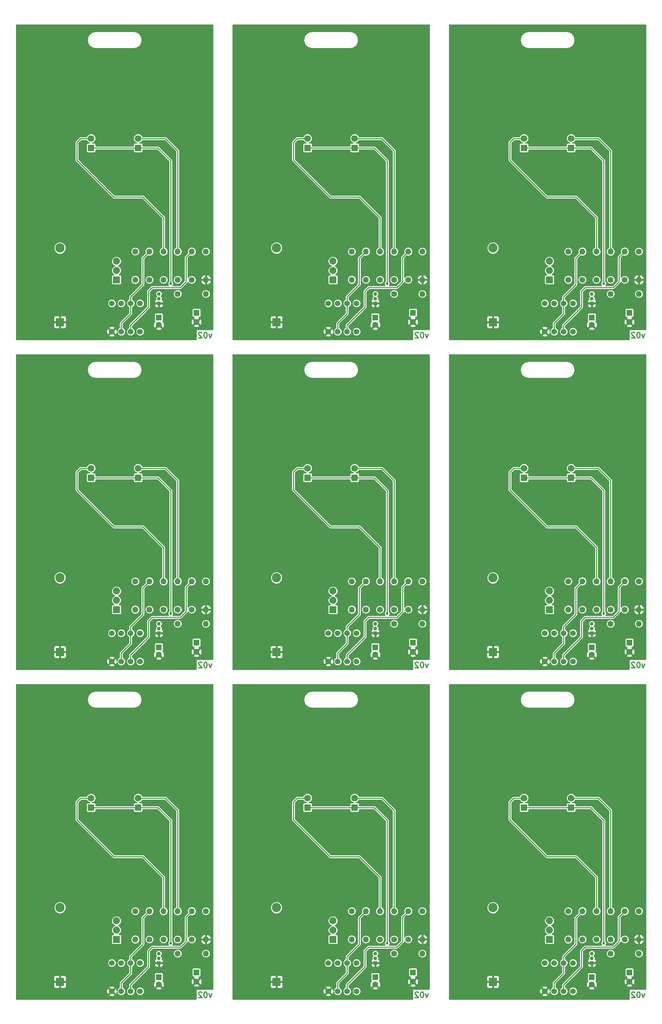
<source format=gbl>
G04 #@! TF.FileFunction,Copper,L2,Bot,Signal*
%FSLAX46Y46*%
G04 Gerber Fmt 4.6, Leading zero omitted, Abs format (unit mm)*
G04 Created by KiCad (PCBNEW 4.0.7) date 04/29/18 15:13:26*
%MOMM*%
%LPD*%
G01*
G04 APERTURE LIST*
%ADD10C,0.100000*%
%ADD11C,0.300000*%
%ADD12R,1.900000X1.900000*%
%ADD13C,1.900000*%
%ADD14R,2.170000X2.170000*%
%ADD15C,2.500000*%
%ADD16C,1.600000*%
%ADD17O,1.600000X1.600000*%
%ADD18R,1.000000X1.000000*%
%ADD19C,1.000000*%
%ADD20R,1.800000X1.800000*%
%ADD21C,1.800000*%
%ADD22R,1.600000X1.600000*%
%ADD23C,1.524000*%
%ADD24C,0.762000*%
%ADD25C,0.254000*%
G04 APERTURE END LIST*
D10*
D11*
X91225714Y-127694571D02*
X90868571Y-128694571D01*
X90511429Y-127694571D01*
X89654286Y-127194571D02*
X89511429Y-127194571D01*
X89368572Y-127266000D01*
X89297143Y-127337429D01*
X89225714Y-127480286D01*
X89154286Y-127766000D01*
X89154286Y-128123143D01*
X89225714Y-128408857D01*
X89297143Y-128551714D01*
X89368572Y-128623143D01*
X89511429Y-128694571D01*
X89654286Y-128694571D01*
X89797143Y-128623143D01*
X89868572Y-128551714D01*
X89940000Y-128408857D01*
X90011429Y-128123143D01*
X90011429Y-127766000D01*
X89940000Y-127480286D01*
X89868572Y-127337429D01*
X89797143Y-127266000D01*
X89654286Y-127194571D01*
X88582858Y-127337429D02*
X88511429Y-127266000D01*
X88368572Y-127194571D01*
X88011429Y-127194571D01*
X87868572Y-127266000D01*
X87797143Y-127337429D01*
X87725715Y-127480286D01*
X87725715Y-127623143D01*
X87797143Y-127837429D01*
X88654286Y-128694571D01*
X87725715Y-128694571D01*
X149645714Y-127694571D02*
X149288571Y-128694571D01*
X148931429Y-127694571D01*
X148074286Y-127194571D02*
X147931429Y-127194571D01*
X147788572Y-127266000D01*
X147717143Y-127337429D01*
X147645714Y-127480286D01*
X147574286Y-127766000D01*
X147574286Y-128123143D01*
X147645714Y-128408857D01*
X147717143Y-128551714D01*
X147788572Y-128623143D01*
X147931429Y-128694571D01*
X148074286Y-128694571D01*
X148217143Y-128623143D01*
X148288572Y-128551714D01*
X148360000Y-128408857D01*
X148431429Y-128123143D01*
X148431429Y-127766000D01*
X148360000Y-127480286D01*
X148288572Y-127337429D01*
X148217143Y-127266000D01*
X148074286Y-127194571D01*
X147002858Y-127337429D02*
X146931429Y-127266000D01*
X146788572Y-127194571D01*
X146431429Y-127194571D01*
X146288572Y-127266000D01*
X146217143Y-127337429D01*
X146145715Y-127480286D01*
X146145715Y-127623143D01*
X146217143Y-127837429D01*
X147074286Y-128694571D01*
X146145715Y-128694571D01*
X208065714Y-127694571D02*
X207708571Y-128694571D01*
X207351429Y-127694571D01*
X206494286Y-127194571D02*
X206351429Y-127194571D01*
X206208572Y-127266000D01*
X206137143Y-127337429D01*
X206065714Y-127480286D01*
X205994286Y-127766000D01*
X205994286Y-128123143D01*
X206065714Y-128408857D01*
X206137143Y-128551714D01*
X206208572Y-128623143D01*
X206351429Y-128694571D01*
X206494286Y-128694571D01*
X206637143Y-128623143D01*
X206708572Y-128551714D01*
X206780000Y-128408857D01*
X206851429Y-128123143D01*
X206851429Y-127766000D01*
X206780000Y-127480286D01*
X206708572Y-127337429D01*
X206637143Y-127266000D01*
X206494286Y-127194571D01*
X205422858Y-127337429D02*
X205351429Y-127266000D01*
X205208572Y-127194571D01*
X204851429Y-127194571D01*
X204708572Y-127266000D01*
X204637143Y-127337429D01*
X204565715Y-127480286D01*
X204565715Y-127623143D01*
X204637143Y-127837429D01*
X205494286Y-128694571D01*
X204565715Y-128694571D01*
X91225714Y-216594571D02*
X90868571Y-217594571D01*
X90511429Y-216594571D01*
X89654286Y-216094571D02*
X89511429Y-216094571D01*
X89368572Y-216166000D01*
X89297143Y-216237429D01*
X89225714Y-216380286D01*
X89154286Y-216666000D01*
X89154286Y-217023143D01*
X89225714Y-217308857D01*
X89297143Y-217451714D01*
X89368572Y-217523143D01*
X89511429Y-217594571D01*
X89654286Y-217594571D01*
X89797143Y-217523143D01*
X89868572Y-217451714D01*
X89940000Y-217308857D01*
X90011429Y-217023143D01*
X90011429Y-216666000D01*
X89940000Y-216380286D01*
X89868572Y-216237429D01*
X89797143Y-216166000D01*
X89654286Y-216094571D01*
X88582858Y-216237429D02*
X88511429Y-216166000D01*
X88368572Y-216094571D01*
X88011429Y-216094571D01*
X87868572Y-216166000D01*
X87797143Y-216237429D01*
X87725715Y-216380286D01*
X87725715Y-216523143D01*
X87797143Y-216737429D01*
X88654286Y-217594571D01*
X87725715Y-217594571D01*
X149645714Y-216594571D02*
X149288571Y-217594571D01*
X148931429Y-216594571D01*
X148074286Y-216094571D02*
X147931429Y-216094571D01*
X147788572Y-216166000D01*
X147717143Y-216237429D01*
X147645714Y-216380286D01*
X147574286Y-216666000D01*
X147574286Y-217023143D01*
X147645714Y-217308857D01*
X147717143Y-217451714D01*
X147788572Y-217523143D01*
X147931429Y-217594571D01*
X148074286Y-217594571D01*
X148217143Y-217523143D01*
X148288572Y-217451714D01*
X148360000Y-217308857D01*
X148431429Y-217023143D01*
X148431429Y-216666000D01*
X148360000Y-216380286D01*
X148288572Y-216237429D01*
X148217143Y-216166000D01*
X148074286Y-216094571D01*
X147002858Y-216237429D02*
X146931429Y-216166000D01*
X146788572Y-216094571D01*
X146431429Y-216094571D01*
X146288572Y-216166000D01*
X146217143Y-216237429D01*
X146145715Y-216380286D01*
X146145715Y-216523143D01*
X146217143Y-216737429D01*
X147074286Y-217594571D01*
X146145715Y-217594571D01*
X208065714Y-216594571D02*
X207708571Y-217594571D01*
X207351429Y-216594571D01*
X206494286Y-216094571D02*
X206351429Y-216094571D01*
X206208572Y-216166000D01*
X206137143Y-216237429D01*
X206065714Y-216380286D01*
X205994286Y-216666000D01*
X205994286Y-217023143D01*
X206065714Y-217308857D01*
X206137143Y-217451714D01*
X206208572Y-217523143D01*
X206351429Y-217594571D01*
X206494286Y-217594571D01*
X206637143Y-217523143D01*
X206708572Y-217451714D01*
X206780000Y-217308857D01*
X206851429Y-217023143D01*
X206851429Y-216666000D01*
X206780000Y-216380286D01*
X206708572Y-216237429D01*
X206637143Y-216166000D01*
X206494286Y-216094571D01*
X205422858Y-216237429D02*
X205351429Y-216166000D01*
X205208572Y-216094571D01*
X204851429Y-216094571D01*
X204708572Y-216166000D01*
X204637143Y-216237429D01*
X204565715Y-216380286D01*
X204565715Y-216523143D01*
X204637143Y-216737429D01*
X205494286Y-217594571D01*
X204565715Y-217594571D01*
X91225714Y-305494571D02*
X90868571Y-306494571D01*
X90511429Y-305494571D01*
X89654286Y-304994571D02*
X89511429Y-304994571D01*
X89368572Y-305066000D01*
X89297143Y-305137429D01*
X89225714Y-305280286D01*
X89154286Y-305566000D01*
X89154286Y-305923143D01*
X89225714Y-306208857D01*
X89297143Y-306351714D01*
X89368572Y-306423143D01*
X89511429Y-306494571D01*
X89654286Y-306494571D01*
X89797143Y-306423143D01*
X89868572Y-306351714D01*
X89940000Y-306208857D01*
X90011429Y-305923143D01*
X90011429Y-305566000D01*
X89940000Y-305280286D01*
X89868572Y-305137429D01*
X89797143Y-305066000D01*
X89654286Y-304994571D01*
X88582858Y-305137429D02*
X88511429Y-305066000D01*
X88368572Y-304994571D01*
X88011429Y-304994571D01*
X87868572Y-305066000D01*
X87797143Y-305137429D01*
X87725715Y-305280286D01*
X87725715Y-305423143D01*
X87797143Y-305637429D01*
X88654286Y-306494571D01*
X87725715Y-306494571D01*
X149645714Y-305494571D02*
X149288571Y-306494571D01*
X148931429Y-305494571D01*
X148074286Y-304994571D02*
X147931429Y-304994571D01*
X147788572Y-305066000D01*
X147717143Y-305137429D01*
X147645714Y-305280286D01*
X147574286Y-305566000D01*
X147574286Y-305923143D01*
X147645714Y-306208857D01*
X147717143Y-306351714D01*
X147788572Y-306423143D01*
X147931429Y-306494571D01*
X148074286Y-306494571D01*
X148217143Y-306423143D01*
X148288572Y-306351714D01*
X148360000Y-306208857D01*
X148431429Y-305923143D01*
X148431429Y-305566000D01*
X148360000Y-305280286D01*
X148288572Y-305137429D01*
X148217143Y-305066000D01*
X148074286Y-304994571D01*
X147002858Y-305137429D02*
X146931429Y-305066000D01*
X146788572Y-304994571D01*
X146431429Y-304994571D01*
X146288572Y-305066000D01*
X146217143Y-305137429D01*
X146145715Y-305280286D01*
X146145715Y-305423143D01*
X146217143Y-305637429D01*
X147074286Y-306494571D01*
X146145715Y-306494571D01*
X208065714Y-305494571D02*
X207708571Y-306494571D01*
X207351429Y-305494571D01*
X206494286Y-304994571D02*
X206351429Y-304994571D01*
X206208572Y-305066000D01*
X206137143Y-305137429D01*
X206065714Y-305280286D01*
X205994286Y-305566000D01*
X205994286Y-305923143D01*
X206065714Y-306208857D01*
X206137143Y-306351714D01*
X206208572Y-306423143D01*
X206351429Y-306494571D01*
X206494286Y-306494571D01*
X206637143Y-306423143D01*
X206708572Y-306351714D01*
X206780000Y-306208857D01*
X206851429Y-305923143D01*
X206851429Y-305566000D01*
X206780000Y-305280286D01*
X206708572Y-305137429D01*
X206637143Y-305066000D01*
X206494286Y-304994571D01*
X205422858Y-305137429D02*
X205351429Y-305066000D01*
X205208572Y-304994571D01*
X204851429Y-304994571D01*
X204708572Y-305066000D01*
X204637143Y-305137429D01*
X204565715Y-305280286D01*
X204565715Y-305423143D01*
X204637143Y-305637429D01*
X205494286Y-306494571D01*
X204565715Y-306494571D01*
D12*
X65532000Y-113030000D03*
D13*
X65532000Y-110530000D03*
X65532000Y-108030000D03*
D14*
X50292000Y-124460000D03*
D15*
X50292000Y-104460000D03*
D16*
X82042000Y-113030000D03*
D17*
X82042000Y-105410000D03*
D16*
X78232000Y-113030000D03*
D17*
X78232000Y-105410000D03*
D16*
X82042000Y-116840000D03*
D17*
X89662000Y-116840000D03*
D16*
X89662000Y-105410000D03*
D17*
X89662000Y-113030000D03*
D16*
X85852000Y-113030000D03*
D17*
X85852000Y-105410000D03*
D16*
X74422000Y-113030000D03*
D17*
X74422000Y-105410000D03*
D16*
X70612000Y-105410000D03*
D17*
X70612000Y-113030000D03*
D18*
X76962000Y-119380000D03*
D19*
X76962000Y-118110000D03*
X76962000Y-116840000D03*
D20*
X71374000Y-77470000D03*
D21*
X71374000Y-74930000D03*
D22*
X87122000Y-121920000D03*
D16*
X87122000Y-124420000D03*
D22*
X76962000Y-123190000D03*
D16*
X76962000Y-125190000D03*
D23*
X64262000Y-127000000D03*
X66802000Y-127000000D03*
X69342000Y-127000000D03*
X71882000Y-127000000D03*
X71882000Y-119380000D03*
X69342000Y-119380000D03*
X66802000Y-119380000D03*
X64262000Y-119380000D03*
D20*
X58674000Y-77470000D03*
D21*
X58674000Y-74930000D03*
D20*
X117094000Y-77470000D03*
D21*
X117094000Y-74930000D03*
D23*
X122682000Y-127000000D03*
X125222000Y-127000000D03*
X127762000Y-127000000D03*
X130302000Y-127000000D03*
X130302000Y-119380000D03*
X127762000Y-119380000D03*
X125222000Y-119380000D03*
X122682000Y-119380000D03*
D22*
X135382000Y-123190000D03*
D16*
X135382000Y-125190000D03*
D22*
X145542000Y-121920000D03*
D16*
X145542000Y-124420000D03*
D20*
X129794000Y-77470000D03*
D21*
X129794000Y-74930000D03*
D18*
X135382000Y-119380000D03*
D19*
X135382000Y-118110000D03*
X135382000Y-116840000D03*
D16*
X129032000Y-105410000D03*
D17*
X129032000Y-113030000D03*
D16*
X132842000Y-113030000D03*
D17*
X132842000Y-105410000D03*
D16*
X144272000Y-113030000D03*
D17*
X144272000Y-105410000D03*
D16*
X148082000Y-105410000D03*
D17*
X148082000Y-113030000D03*
D16*
X140462000Y-116840000D03*
D17*
X148082000Y-116840000D03*
D16*
X136652000Y-113030000D03*
D17*
X136652000Y-105410000D03*
D16*
X140462000Y-113030000D03*
D17*
X140462000Y-105410000D03*
D14*
X108712000Y-124460000D03*
D15*
X108712000Y-104460000D03*
D12*
X123952000Y-113030000D03*
D13*
X123952000Y-110530000D03*
X123952000Y-108030000D03*
D20*
X175514000Y-77470000D03*
D21*
X175514000Y-74930000D03*
D23*
X181102000Y-127000000D03*
X183642000Y-127000000D03*
X186182000Y-127000000D03*
X188722000Y-127000000D03*
X188722000Y-119380000D03*
X186182000Y-119380000D03*
X183642000Y-119380000D03*
X181102000Y-119380000D03*
D22*
X193802000Y-123190000D03*
D16*
X193802000Y-125190000D03*
D22*
X203962000Y-121920000D03*
D16*
X203962000Y-124420000D03*
D20*
X188214000Y-77470000D03*
D21*
X188214000Y-74930000D03*
D18*
X193802000Y-119380000D03*
D19*
X193802000Y-118110000D03*
X193802000Y-116840000D03*
D16*
X187452000Y-105410000D03*
D17*
X187452000Y-113030000D03*
D16*
X191262000Y-113030000D03*
D17*
X191262000Y-105410000D03*
D16*
X202692000Y-113030000D03*
D17*
X202692000Y-105410000D03*
D16*
X206502000Y-105410000D03*
D17*
X206502000Y-113030000D03*
D16*
X198882000Y-116840000D03*
D17*
X206502000Y-116840000D03*
D16*
X195072000Y-113030000D03*
D17*
X195072000Y-105410000D03*
D16*
X198882000Y-113030000D03*
D17*
X198882000Y-105410000D03*
D14*
X167132000Y-124460000D03*
D15*
X167132000Y-104460000D03*
D12*
X182372000Y-113030000D03*
D13*
X182372000Y-110530000D03*
X182372000Y-108030000D03*
D20*
X58674000Y-166370000D03*
D21*
X58674000Y-163830000D03*
D23*
X64262000Y-215900000D03*
X66802000Y-215900000D03*
X69342000Y-215900000D03*
X71882000Y-215900000D03*
X71882000Y-208280000D03*
X69342000Y-208280000D03*
X66802000Y-208280000D03*
X64262000Y-208280000D03*
D22*
X76962000Y-212090000D03*
D16*
X76962000Y-214090000D03*
D22*
X87122000Y-210820000D03*
D16*
X87122000Y-213320000D03*
D20*
X71374000Y-166370000D03*
D21*
X71374000Y-163830000D03*
D18*
X76962000Y-208280000D03*
D19*
X76962000Y-207010000D03*
X76962000Y-205740000D03*
D16*
X70612000Y-194310000D03*
D17*
X70612000Y-201930000D03*
D16*
X74422000Y-201930000D03*
D17*
X74422000Y-194310000D03*
D16*
X85852000Y-201930000D03*
D17*
X85852000Y-194310000D03*
D16*
X89662000Y-194310000D03*
D17*
X89662000Y-201930000D03*
D16*
X82042000Y-205740000D03*
D17*
X89662000Y-205740000D03*
D16*
X78232000Y-201930000D03*
D17*
X78232000Y-194310000D03*
D16*
X82042000Y-201930000D03*
D17*
X82042000Y-194310000D03*
D14*
X50292000Y-213360000D03*
D15*
X50292000Y-193360000D03*
D12*
X65532000Y-201930000D03*
D13*
X65532000Y-199430000D03*
X65532000Y-196930000D03*
D20*
X117094000Y-166370000D03*
D21*
X117094000Y-163830000D03*
D23*
X122682000Y-215900000D03*
X125222000Y-215900000D03*
X127762000Y-215900000D03*
X130302000Y-215900000D03*
X130302000Y-208280000D03*
X127762000Y-208280000D03*
X125222000Y-208280000D03*
X122682000Y-208280000D03*
D22*
X135382000Y-212090000D03*
D16*
X135382000Y-214090000D03*
D22*
X145542000Y-210820000D03*
D16*
X145542000Y-213320000D03*
D20*
X129794000Y-166370000D03*
D21*
X129794000Y-163830000D03*
D18*
X135382000Y-208280000D03*
D19*
X135382000Y-207010000D03*
X135382000Y-205740000D03*
D16*
X129032000Y-194310000D03*
D17*
X129032000Y-201930000D03*
D16*
X132842000Y-201930000D03*
D17*
X132842000Y-194310000D03*
D16*
X144272000Y-201930000D03*
D17*
X144272000Y-194310000D03*
D16*
X148082000Y-194310000D03*
D17*
X148082000Y-201930000D03*
D16*
X140462000Y-205740000D03*
D17*
X148082000Y-205740000D03*
D16*
X136652000Y-201930000D03*
D17*
X136652000Y-194310000D03*
D16*
X140462000Y-201930000D03*
D17*
X140462000Y-194310000D03*
D14*
X108712000Y-213360000D03*
D15*
X108712000Y-193360000D03*
D12*
X123952000Y-201930000D03*
D13*
X123952000Y-199430000D03*
X123952000Y-196930000D03*
D20*
X175514000Y-166370000D03*
D21*
X175514000Y-163830000D03*
D23*
X181102000Y-215900000D03*
X183642000Y-215900000D03*
X186182000Y-215900000D03*
X188722000Y-215900000D03*
X188722000Y-208280000D03*
X186182000Y-208280000D03*
X183642000Y-208280000D03*
X181102000Y-208280000D03*
D22*
X193802000Y-212090000D03*
D16*
X193802000Y-214090000D03*
D22*
X203962000Y-210820000D03*
D16*
X203962000Y-213320000D03*
D20*
X188214000Y-166370000D03*
D21*
X188214000Y-163830000D03*
D18*
X193802000Y-208280000D03*
D19*
X193802000Y-207010000D03*
X193802000Y-205740000D03*
D16*
X187452000Y-194310000D03*
D17*
X187452000Y-201930000D03*
D16*
X191262000Y-201930000D03*
D17*
X191262000Y-194310000D03*
D16*
X202692000Y-201930000D03*
D17*
X202692000Y-194310000D03*
D16*
X206502000Y-194310000D03*
D17*
X206502000Y-201930000D03*
D16*
X198882000Y-205740000D03*
D17*
X206502000Y-205740000D03*
D16*
X195072000Y-201930000D03*
D17*
X195072000Y-194310000D03*
D16*
X198882000Y-201930000D03*
D17*
X198882000Y-194310000D03*
D14*
X167132000Y-213360000D03*
D15*
X167132000Y-193360000D03*
D12*
X182372000Y-201930000D03*
D13*
X182372000Y-199430000D03*
X182372000Y-196930000D03*
D20*
X58674000Y-255270000D03*
D21*
X58674000Y-252730000D03*
D23*
X64262000Y-304800000D03*
X66802000Y-304800000D03*
X69342000Y-304800000D03*
X71882000Y-304800000D03*
X71882000Y-297180000D03*
X69342000Y-297180000D03*
X66802000Y-297180000D03*
X64262000Y-297180000D03*
D22*
X76962000Y-300990000D03*
D16*
X76962000Y-302990000D03*
D22*
X87122000Y-299720000D03*
D16*
X87122000Y-302220000D03*
D20*
X71374000Y-255270000D03*
D21*
X71374000Y-252730000D03*
D18*
X76962000Y-297180000D03*
D19*
X76962000Y-295910000D03*
X76962000Y-294640000D03*
D16*
X70612000Y-283210000D03*
D17*
X70612000Y-290830000D03*
D16*
X74422000Y-290830000D03*
D17*
X74422000Y-283210000D03*
D16*
X85852000Y-290830000D03*
D17*
X85852000Y-283210000D03*
D16*
X89662000Y-283210000D03*
D17*
X89662000Y-290830000D03*
D16*
X82042000Y-294640000D03*
D17*
X89662000Y-294640000D03*
D16*
X78232000Y-290830000D03*
D17*
X78232000Y-283210000D03*
D16*
X82042000Y-290830000D03*
D17*
X82042000Y-283210000D03*
D14*
X50292000Y-302260000D03*
D15*
X50292000Y-282260000D03*
D12*
X65532000Y-290830000D03*
D13*
X65532000Y-288330000D03*
X65532000Y-285830000D03*
D20*
X117094000Y-255270000D03*
D21*
X117094000Y-252730000D03*
D23*
X122682000Y-304800000D03*
X125222000Y-304800000D03*
X127762000Y-304800000D03*
X130302000Y-304800000D03*
X130302000Y-297180000D03*
X127762000Y-297180000D03*
X125222000Y-297180000D03*
X122682000Y-297180000D03*
D22*
X135382000Y-300990000D03*
D16*
X135382000Y-302990000D03*
D22*
X145542000Y-299720000D03*
D16*
X145542000Y-302220000D03*
D20*
X129794000Y-255270000D03*
D21*
X129794000Y-252730000D03*
D18*
X135382000Y-297180000D03*
D19*
X135382000Y-295910000D03*
X135382000Y-294640000D03*
D16*
X129032000Y-283210000D03*
D17*
X129032000Y-290830000D03*
D16*
X132842000Y-290830000D03*
D17*
X132842000Y-283210000D03*
D16*
X144272000Y-290830000D03*
D17*
X144272000Y-283210000D03*
D16*
X148082000Y-283210000D03*
D17*
X148082000Y-290830000D03*
D16*
X140462000Y-294640000D03*
D17*
X148082000Y-294640000D03*
D16*
X136652000Y-290830000D03*
D17*
X136652000Y-283210000D03*
D16*
X140462000Y-290830000D03*
D17*
X140462000Y-283210000D03*
D14*
X108712000Y-302260000D03*
D15*
X108712000Y-282260000D03*
D12*
X123952000Y-290830000D03*
D13*
X123952000Y-288330000D03*
X123952000Y-285830000D03*
D20*
X175514000Y-255270000D03*
D21*
X175514000Y-252730000D03*
D23*
X181102000Y-304800000D03*
X183642000Y-304800000D03*
X186182000Y-304800000D03*
X188722000Y-304800000D03*
X188722000Y-297180000D03*
X186182000Y-297180000D03*
X183642000Y-297180000D03*
X181102000Y-297180000D03*
D22*
X193802000Y-300990000D03*
D16*
X193802000Y-302990000D03*
D22*
X203962000Y-299720000D03*
D16*
X203962000Y-302220000D03*
D20*
X188214000Y-255270000D03*
D21*
X188214000Y-252730000D03*
D18*
X193802000Y-297180000D03*
D19*
X193802000Y-295910000D03*
X193802000Y-294640000D03*
D16*
X187452000Y-283210000D03*
D17*
X187452000Y-290830000D03*
D16*
X191262000Y-290830000D03*
D17*
X191262000Y-283210000D03*
D16*
X202692000Y-290830000D03*
D17*
X202692000Y-283210000D03*
D16*
X206502000Y-283210000D03*
D17*
X206502000Y-290830000D03*
D16*
X198882000Y-294640000D03*
D17*
X206502000Y-294640000D03*
D16*
X195072000Y-290830000D03*
D17*
X195072000Y-283210000D03*
D16*
X198882000Y-290830000D03*
D17*
X198882000Y-283210000D03*
D14*
X167132000Y-302260000D03*
D15*
X167132000Y-282260000D03*
D12*
X182372000Y-290830000D03*
D13*
X182372000Y-288330000D03*
X182372000Y-285830000D03*
D24*
X80137000Y-114046000D03*
X138557000Y-114046000D03*
X196977000Y-114046000D03*
X80137000Y-202946000D03*
X138557000Y-202946000D03*
X196977000Y-202946000D03*
X80137000Y-291846000D03*
X138557000Y-291846000D03*
X196977000Y-291846000D03*
D25*
X80137000Y-80899000D02*
X76708000Y-77470000D01*
X76708000Y-77470000D02*
X71374000Y-77470000D01*
X80137000Y-114046000D02*
X80137000Y-94869000D01*
X80137000Y-94869000D02*
X80137000Y-80899000D01*
X71374000Y-77470000D02*
X58674000Y-77470000D01*
X129794000Y-77470000D02*
X117094000Y-77470000D01*
X138557000Y-94869000D02*
X138557000Y-80899000D01*
X138557000Y-114046000D02*
X138557000Y-94869000D01*
X135128000Y-77470000D02*
X129794000Y-77470000D01*
X138557000Y-80899000D02*
X135128000Y-77470000D01*
X188214000Y-77470000D02*
X175514000Y-77470000D01*
X196977000Y-94869000D02*
X196977000Y-80899000D01*
X196977000Y-114046000D02*
X196977000Y-94869000D01*
X193548000Y-77470000D02*
X188214000Y-77470000D01*
X196977000Y-80899000D02*
X193548000Y-77470000D01*
X71374000Y-166370000D02*
X58674000Y-166370000D01*
X80137000Y-183769000D02*
X80137000Y-169799000D01*
X80137000Y-202946000D02*
X80137000Y-183769000D01*
X76708000Y-166370000D02*
X71374000Y-166370000D01*
X80137000Y-169799000D02*
X76708000Y-166370000D01*
X129794000Y-166370000D02*
X117094000Y-166370000D01*
X138557000Y-183769000D02*
X138557000Y-169799000D01*
X138557000Y-202946000D02*
X138557000Y-183769000D01*
X135128000Y-166370000D02*
X129794000Y-166370000D01*
X138557000Y-169799000D02*
X135128000Y-166370000D01*
X188214000Y-166370000D02*
X175514000Y-166370000D01*
X196977000Y-183769000D02*
X196977000Y-169799000D01*
X196977000Y-202946000D02*
X196977000Y-183769000D01*
X193548000Y-166370000D02*
X188214000Y-166370000D01*
X196977000Y-169799000D02*
X193548000Y-166370000D01*
X71374000Y-255270000D02*
X58674000Y-255270000D01*
X80137000Y-272669000D02*
X80137000Y-258699000D01*
X80137000Y-291846000D02*
X80137000Y-272669000D01*
X76708000Y-255270000D02*
X71374000Y-255270000D01*
X80137000Y-258699000D02*
X76708000Y-255270000D01*
X129794000Y-255270000D02*
X117094000Y-255270000D01*
X138557000Y-272669000D02*
X138557000Y-258699000D01*
X138557000Y-291846000D02*
X138557000Y-272669000D01*
X135128000Y-255270000D02*
X129794000Y-255270000D01*
X138557000Y-258699000D02*
X135128000Y-255270000D01*
X188214000Y-255270000D02*
X175514000Y-255270000D01*
X196977000Y-272669000D02*
X196977000Y-258699000D01*
X196977000Y-291846000D02*
X196977000Y-272669000D01*
X193548000Y-255270000D02*
X188214000Y-255270000D01*
X196977000Y-258699000D02*
X193548000Y-255270000D01*
X66802000Y-124714000D02*
X69342000Y-122174000D01*
X69342000Y-122174000D02*
X69342000Y-119380000D01*
X66802000Y-127000000D02*
X66802000Y-124714000D01*
X69342000Y-117602000D02*
X72644000Y-114300000D01*
X72644000Y-114300000D02*
X72644000Y-107188000D01*
X72644000Y-107188000D02*
X74422000Y-105410000D01*
X69342000Y-119380000D02*
X69342000Y-117602000D01*
X127762000Y-119380000D02*
X127762000Y-117602000D01*
X131064000Y-107188000D02*
X132842000Y-105410000D01*
X131064000Y-114300000D02*
X131064000Y-107188000D01*
X127762000Y-117602000D02*
X131064000Y-114300000D01*
X125222000Y-127000000D02*
X125222000Y-124714000D01*
X127762000Y-122174000D02*
X127762000Y-119380000D01*
X125222000Y-124714000D02*
X127762000Y-122174000D01*
X186182000Y-119380000D02*
X186182000Y-117602000D01*
X189484000Y-107188000D02*
X191262000Y-105410000D01*
X189484000Y-114300000D02*
X189484000Y-107188000D01*
X186182000Y-117602000D02*
X189484000Y-114300000D01*
X183642000Y-127000000D02*
X183642000Y-124714000D01*
X186182000Y-122174000D02*
X186182000Y-119380000D01*
X183642000Y-124714000D02*
X186182000Y-122174000D01*
X69342000Y-208280000D02*
X69342000Y-206502000D01*
X72644000Y-196088000D02*
X74422000Y-194310000D01*
X72644000Y-203200000D02*
X72644000Y-196088000D01*
X69342000Y-206502000D02*
X72644000Y-203200000D01*
X66802000Y-215900000D02*
X66802000Y-213614000D01*
X69342000Y-211074000D02*
X69342000Y-208280000D01*
X66802000Y-213614000D02*
X69342000Y-211074000D01*
X127762000Y-208280000D02*
X127762000Y-206502000D01*
X131064000Y-196088000D02*
X132842000Y-194310000D01*
X131064000Y-203200000D02*
X131064000Y-196088000D01*
X127762000Y-206502000D02*
X131064000Y-203200000D01*
X125222000Y-215900000D02*
X125222000Y-213614000D01*
X127762000Y-211074000D02*
X127762000Y-208280000D01*
X125222000Y-213614000D02*
X127762000Y-211074000D01*
X186182000Y-208280000D02*
X186182000Y-206502000D01*
X189484000Y-196088000D02*
X191262000Y-194310000D01*
X189484000Y-203200000D02*
X189484000Y-196088000D01*
X186182000Y-206502000D02*
X189484000Y-203200000D01*
X183642000Y-215900000D02*
X183642000Y-213614000D01*
X186182000Y-211074000D02*
X186182000Y-208280000D01*
X183642000Y-213614000D02*
X186182000Y-211074000D01*
X69342000Y-297180000D02*
X69342000Y-295402000D01*
X72644000Y-284988000D02*
X74422000Y-283210000D01*
X72644000Y-292100000D02*
X72644000Y-284988000D01*
X69342000Y-295402000D02*
X72644000Y-292100000D01*
X66802000Y-304800000D02*
X66802000Y-302514000D01*
X69342000Y-299974000D02*
X69342000Y-297180000D01*
X66802000Y-302514000D02*
X69342000Y-299974000D01*
X127762000Y-297180000D02*
X127762000Y-295402000D01*
X131064000Y-284988000D02*
X132842000Y-283210000D01*
X131064000Y-292100000D02*
X131064000Y-284988000D01*
X127762000Y-295402000D02*
X131064000Y-292100000D01*
X125222000Y-304800000D02*
X125222000Y-302514000D01*
X127762000Y-299974000D02*
X127762000Y-297180000D01*
X125222000Y-302514000D02*
X127762000Y-299974000D01*
X186182000Y-297180000D02*
X186182000Y-295402000D01*
X189484000Y-284988000D02*
X191262000Y-283210000D01*
X189484000Y-292100000D02*
X189484000Y-284988000D01*
X186182000Y-295402000D02*
X189484000Y-292100000D01*
X183642000Y-304800000D02*
X183642000Y-302514000D01*
X186182000Y-299974000D02*
X186182000Y-297180000D01*
X183642000Y-302514000D02*
X186182000Y-299974000D01*
X55880000Y-74930000D02*
X54864000Y-75946000D01*
X54864000Y-75946000D02*
X54864000Y-80772000D01*
X54864000Y-80772000D02*
X64770000Y-90678000D01*
X64770000Y-90678000D02*
X72644000Y-90678000D01*
X72644000Y-90678000D02*
X78232000Y-96266000D01*
X78232000Y-96266000D02*
X78232000Y-105410000D01*
X58674000Y-74930000D02*
X55880000Y-74930000D01*
X117094000Y-74930000D02*
X114300000Y-74930000D01*
X136652000Y-96266000D02*
X136652000Y-105410000D01*
X131064000Y-90678000D02*
X136652000Y-96266000D01*
X123190000Y-90678000D02*
X131064000Y-90678000D01*
X113284000Y-80772000D02*
X123190000Y-90678000D01*
X113284000Y-75946000D02*
X113284000Y-80772000D01*
X114300000Y-74930000D02*
X113284000Y-75946000D01*
X175514000Y-74930000D02*
X172720000Y-74930000D01*
X195072000Y-96266000D02*
X195072000Y-105410000D01*
X189484000Y-90678000D02*
X195072000Y-96266000D01*
X181610000Y-90678000D02*
X189484000Y-90678000D01*
X171704000Y-80772000D02*
X181610000Y-90678000D01*
X171704000Y-75946000D02*
X171704000Y-80772000D01*
X172720000Y-74930000D02*
X171704000Y-75946000D01*
X58674000Y-163830000D02*
X55880000Y-163830000D01*
X78232000Y-185166000D02*
X78232000Y-194310000D01*
X72644000Y-179578000D02*
X78232000Y-185166000D01*
X64770000Y-179578000D02*
X72644000Y-179578000D01*
X54864000Y-169672000D02*
X64770000Y-179578000D01*
X54864000Y-164846000D02*
X54864000Y-169672000D01*
X55880000Y-163830000D02*
X54864000Y-164846000D01*
X117094000Y-163830000D02*
X114300000Y-163830000D01*
X136652000Y-185166000D02*
X136652000Y-194310000D01*
X131064000Y-179578000D02*
X136652000Y-185166000D01*
X123190000Y-179578000D02*
X131064000Y-179578000D01*
X113284000Y-169672000D02*
X123190000Y-179578000D01*
X113284000Y-164846000D02*
X113284000Y-169672000D01*
X114300000Y-163830000D02*
X113284000Y-164846000D01*
X175514000Y-163830000D02*
X172720000Y-163830000D01*
X195072000Y-185166000D02*
X195072000Y-194310000D01*
X189484000Y-179578000D02*
X195072000Y-185166000D01*
X181610000Y-179578000D02*
X189484000Y-179578000D01*
X171704000Y-169672000D02*
X181610000Y-179578000D01*
X171704000Y-164846000D02*
X171704000Y-169672000D01*
X172720000Y-163830000D02*
X171704000Y-164846000D01*
X58674000Y-252730000D02*
X55880000Y-252730000D01*
X78232000Y-274066000D02*
X78232000Y-283210000D01*
X72644000Y-268478000D02*
X78232000Y-274066000D01*
X64770000Y-268478000D02*
X72644000Y-268478000D01*
X54864000Y-258572000D02*
X64770000Y-268478000D01*
X54864000Y-253746000D02*
X54864000Y-258572000D01*
X55880000Y-252730000D02*
X54864000Y-253746000D01*
X117094000Y-252730000D02*
X114300000Y-252730000D01*
X136652000Y-274066000D02*
X136652000Y-283210000D01*
X131064000Y-268478000D02*
X136652000Y-274066000D01*
X123190000Y-268478000D02*
X131064000Y-268478000D01*
X113284000Y-258572000D02*
X123190000Y-268478000D01*
X113284000Y-253746000D02*
X113284000Y-258572000D01*
X114300000Y-252730000D02*
X113284000Y-253746000D01*
X175514000Y-252730000D02*
X172720000Y-252730000D01*
X195072000Y-274066000D02*
X195072000Y-283210000D01*
X189484000Y-268478000D02*
X195072000Y-274066000D01*
X181610000Y-268478000D02*
X189484000Y-268478000D01*
X171704000Y-258572000D02*
X181610000Y-268478000D01*
X171704000Y-253746000D02*
X171704000Y-258572000D01*
X172720000Y-252730000D02*
X171704000Y-253746000D01*
X82042000Y-78232000D02*
X78740000Y-74930000D01*
X78740000Y-74930000D02*
X71374000Y-74930000D01*
X82042000Y-105410000D02*
X82042000Y-78232000D01*
X140462000Y-105410000D02*
X140462000Y-78232000D01*
X137160000Y-74930000D02*
X129794000Y-74930000D01*
X140462000Y-78232000D02*
X137160000Y-74930000D01*
X198882000Y-105410000D02*
X198882000Y-78232000D01*
X195580000Y-74930000D02*
X188214000Y-74930000D01*
X198882000Y-78232000D02*
X195580000Y-74930000D01*
X82042000Y-194310000D02*
X82042000Y-167132000D01*
X78740000Y-163830000D02*
X71374000Y-163830000D01*
X82042000Y-167132000D02*
X78740000Y-163830000D01*
X140462000Y-194310000D02*
X140462000Y-167132000D01*
X137160000Y-163830000D02*
X129794000Y-163830000D01*
X140462000Y-167132000D02*
X137160000Y-163830000D01*
X198882000Y-194310000D02*
X198882000Y-167132000D01*
X195580000Y-163830000D02*
X188214000Y-163830000D01*
X198882000Y-167132000D02*
X195580000Y-163830000D01*
X82042000Y-283210000D02*
X82042000Y-256032000D01*
X78740000Y-252730000D02*
X71374000Y-252730000D01*
X82042000Y-256032000D02*
X78740000Y-252730000D01*
X140462000Y-283210000D02*
X140462000Y-256032000D01*
X137160000Y-252730000D02*
X129794000Y-252730000D01*
X140462000Y-256032000D02*
X137160000Y-252730000D01*
X198882000Y-283210000D02*
X198882000Y-256032000D01*
X195580000Y-252730000D02*
X188214000Y-252730000D01*
X198882000Y-256032000D02*
X195580000Y-252730000D01*
X69342000Y-125222000D02*
X74168000Y-120396000D01*
X74168000Y-120396000D02*
X74168000Y-116078000D01*
X74168000Y-116078000D02*
X75184000Y-115062000D01*
X75184000Y-115062000D02*
X82804000Y-115062000D01*
X82804000Y-115062000D02*
X84328000Y-113538000D01*
X84328000Y-113538000D02*
X84328000Y-106934000D01*
X84328000Y-106934000D02*
X85852000Y-105410000D01*
X69342000Y-127000000D02*
X69342000Y-125222000D01*
X127762000Y-127000000D02*
X127762000Y-125222000D01*
X142748000Y-106934000D02*
X144272000Y-105410000D01*
X142748000Y-113538000D02*
X142748000Y-106934000D01*
X141224000Y-115062000D02*
X142748000Y-113538000D01*
X133604000Y-115062000D02*
X141224000Y-115062000D01*
X132588000Y-116078000D02*
X133604000Y-115062000D01*
X132588000Y-120396000D02*
X132588000Y-116078000D01*
X127762000Y-125222000D02*
X132588000Y-120396000D01*
X186182000Y-127000000D02*
X186182000Y-125222000D01*
X201168000Y-106934000D02*
X202692000Y-105410000D01*
X201168000Y-113538000D02*
X201168000Y-106934000D01*
X199644000Y-115062000D02*
X201168000Y-113538000D01*
X192024000Y-115062000D02*
X199644000Y-115062000D01*
X191008000Y-116078000D02*
X192024000Y-115062000D01*
X191008000Y-120396000D02*
X191008000Y-116078000D01*
X186182000Y-125222000D02*
X191008000Y-120396000D01*
X69342000Y-215900000D02*
X69342000Y-214122000D01*
X84328000Y-195834000D02*
X85852000Y-194310000D01*
X84328000Y-202438000D02*
X84328000Y-195834000D01*
X82804000Y-203962000D02*
X84328000Y-202438000D01*
X75184000Y-203962000D02*
X82804000Y-203962000D01*
X74168000Y-204978000D02*
X75184000Y-203962000D01*
X74168000Y-209296000D02*
X74168000Y-204978000D01*
X69342000Y-214122000D02*
X74168000Y-209296000D01*
X127762000Y-215900000D02*
X127762000Y-214122000D01*
X142748000Y-195834000D02*
X144272000Y-194310000D01*
X142748000Y-202438000D02*
X142748000Y-195834000D01*
X141224000Y-203962000D02*
X142748000Y-202438000D01*
X133604000Y-203962000D02*
X141224000Y-203962000D01*
X132588000Y-204978000D02*
X133604000Y-203962000D01*
X132588000Y-209296000D02*
X132588000Y-204978000D01*
X127762000Y-214122000D02*
X132588000Y-209296000D01*
X186182000Y-215900000D02*
X186182000Y-214122000D01*
X201168000Y-195834000D02*
X202692000Y-194310000D01*
X201168000Y-202438000D02*
X201168000Y-195834000D01*
X199644000Y-203962000D02*
X201168000Y-202438000D01*
X192024000Y-203962000D02*
X199644000Y-203962000D01*
X191008000Y-204978000D02*
X192024000Y-203962000D01*
X191008000Y-209296000D02*
X191008000Y-204978000D01*
X186182000Y-214122000D02*
X191008000Y-209296000D01*
X69342000Y-304800000D02*
X69342000Y-303022000D01*
X84328000Y-284734000D02*
X85852000Y-283210000D01*
X84328000Y-291338000D02*
X84328000Y-284734000D01*
X82804000Y-292862000D02*
X84328000Y-291338000D01*
X75184000Y-292862000D02*
X82804000Y-292862000D01*
X74168000Y-293878000D02*
X75184000Y-292862000D01*
X74168000Y-298196000D02*
X74168000Y-293878000D01*
X69342000Y-303022000D02*
X74168000Y-298196000D01*
X127762000Y-304800000D02*
X127762000Y-303022000D01*
X142748000Y-284734000D02*
X144272000Y-283210000D01*
X142748000Y-291338000D02*
X142748000Y-284734000D01*
X141224000Y-292862000D02*
X142748000Y-291338000D01*
X133604000Y-292862000D02*
X141224000Y-292862000D01*
X132588000Y-293878000D02*
X133604000Y-292862000D01*
X132588000Y-298196000D02*
X132588000Y-293878000D01*
X127762000Y-303022000D02*
X132588000Y-298196000D01*
X186182000Y-304800000D02*
X186182000Y-303022000D01*
X201168000Y-284734000D02*
X202692000Y-283210000D01*
X201168000Y-291338000D02*
X201168000Y-284734000D01*
X199644000Y-292862000D02*
X201168000Y-291338000D01*
X192024000Y-292862000D02*
X199644000Y-292862000D01*
X191008000Y-293878000D02*
X192024000Y-292862000D01*
X191008000Y-298196000D02*
X191008000Y-293878000D01*
X186182000Y-303022000D02*
X191008000Y-298196000D01*
G36*
X91554300Y-126435000D02*
X87059001Y-126435000D01*
X87059001Y-129146300D01*
X38493700Y-129146300D01*
X38493700Y-127980213D01*
X63461392Y-127980213D01*
X63530857Y-128222397D01*
X64054302Y-128409144D01*
X64609368Y-128381362D01*
X64993143Y-128222397D01*
X65062608Y-127980213D01*
X64262000Y-127179605D01*
X63461392Y-127980213D01*
X38493700Y-127980213D01*
X38493700Y-126792302D01*
X62852856Y-126792302D01*
X62880638Y-127347368D01*
X63039603Y-127731143D01*
X63281787Y-127800608D01*
X64082395Y-127000000D01*
X64441605Y-127000000D01*
X65242213Y-127800608D01*
X65484397Y-127731143D01*
X65661852Y-127233742D01*
X65832446Y-127646612D01*
X66153697Y-127968423D01*
X66573646Y-128142801D01*
X67028359Y-128143198D01*
X67448612Y-127969554D01*
X67770423Y-127648303D01*
X67944801Y-127228354D01*
X67945198Y-126773641D01*
X67771554Y-126353388D01*
X67450303Y-126031577D01*
X67310000Y-125973318D01*
X67310000Y-124924420D01*
X69701210Y-122533211D01*
X69811330Y-122368404D01*
X69811331Y-122368403D01*
X69850000Y-122174000D01*
X69850000Y-120406827D01*
X69988612Y-120349554D01*
X70310423Y-120028303D01*
X70484801Y-119608354D01*
X70484802Y-119606359D01*
X70738802Y-119606359D01*
X70912446Y-120026612D01*
X71233697Y-120348423D01*
X71653646Y-120522801D01*
X72108359Y-120523198D01*
X72528612Y-120349554D01*
X72850423Y-120028303D01*
X73024801Y-119608354D01*
X73025198Y-119153641D01*
X72851554Y-118733388D01*
X72530303Y-118411577D01*
X72110354Y-118237199D01*
X71655641Y-118236802D01*
X71235388Y-118410446D01*
X70913577Y-118731697D01*
X70739199Y-119151646D01*
X70738802Y-119606359D01*
X70484802Y-119606359D01*
X70485198Y-119153641D01*
X70311554Y-118733388D01*
X69990303Y-118411577D01*
X69850000Y-118353318D01*
X69850000Y-117812420D01*
X73003210Y-114659210D01*
X73113331Y-114494404D01*
X73152000Y-114300000D01*
X73152000Y-113263885D01*
X73240796Y-113263885D01*
X73420213Y-113698109D01*
X73752144Y-114030619D01*
X74186054Y-114210794D01*
X74655885Y-114211204D01*
X75090109Y-114031787D01*
X75422619Y-113699856D01*
X75602794Y-113265946D01*
X75602795Y-113263885D01*
X77050796Y-113263885D01*
X77230213Y-113698109D01*
X77562144Y-114030619D01*
X77996054Y-114210794D01*
X78465885Y-114211204D01*
X78900109Y-114031787D01*
X79232619Y-113699856D01*
X79412794Y-113265946D01*
X79413204Y-112796115D01*
X79233787Y-112361891D01*
X78901856Y-112029381D01*
X78467946Y-111849206D01*
X77998115Y-111848796D01*
X77563891Y-112028213D01*
X77231381Y-112360144D01*
X77051206Y-112794054D01*
X77050796Y-113263885D01*
X75602795Y-113263885D01*
X75603204Y-112796115D01*
X75423787Y-112361891D01*
X75091856Y-112029381D01*
X74657946Y-111849206D01*
X74188115Y-111848796D01*
X73753891Y-112028213D01*
X73421381Y-112360144D01*
X73241206Y-112794054D01*
X73240796Y-113263885D01*
X73152000Y-113263885D01*
X73152000Y-107398420D01*
X74016868Y-106533552D01*
X74422000Y-106614137D01*
X74873949Y-106524239D01*
X75257093Y-106268230D01*
X75513102Y-105885086D01*
X75603000Y-105433137D01*
X75603000Y-105386863D01*
X75513102Y-104934914D01*
X75257093Y-104551770D01*
X74873949Y-104295761D01*
X74422000Y-104205863D01*
X73970051Y-104295761D01*
X73586907Y-104551770D01*
X73330898Y-104934914D01*
X73241000Y-105386863D01*
X73241000Y-105433137D01*
X73313908Y-105799672D01*
X72284790Y-106828790D01*
X72174669Y-106993597D01*
X72136000Y-107188000D01*
X72136000Y-114089580D01*
X68982790Y-117242790D01*
X68872669Y-117407597D01*
X68834000Y-117602000D01*
X68834000Y-118353173D01*
X68695388Y-118410446D01*
X68373577Y-118731697D01*
X68199199Y-119151646D01*
X68198802Y-119606359D01*
X68372446Y-120026612D01*
X68693697Y-120348423D01*
X68834000Y-120406682D01*
X68834000Y-121963579D01*
X66442790Y-124354790D01*
X66332669Y-124519597D01*
X66294000Y-124714000D01*
X66294000Y-125973173D01*
X66155388Y-126030446D01*
X65833577Y-126351697D01*
X65659199Y-126771646D01*
X65659030Y-126965660D01*
X65643362Y-126652632D01*
X65484397Y-126268857D01*
X65242213Y-126199392D01*
X64441605Y-127000000D01*
X64082395Y-127000000D01*
X63281787Y-126199392D01*
X63039603Y-126268857D01*
X62852856Y-126792302D01*
X38493700Y-126792302D01*
X38493700Y-124745750D01*
X48572000Y-124745750D01*
X48572000Y-125671309D01*
X48668673Y-125904698D01*
X48847301Y-126083327D01*
X49080690Y-126180000D01*
X50006250Y-126180000D01*
X50165000Y-126021250D01*
X50165000Y-124587000D01*
X50419000Y-124587000D01*
X50419000Y-126021250D01*
X50577750Y-126180000D01*
X51503310Y-126180000D01*
X51736699Y-126083327D01*
X51800238Y-126019787D01*
X63461392Y-126019787D01*
X64262000Y-126820395D01*
X65062608Y-126019787D01*
X64993143Y-125777603D01*
X64469698Y-125590856D01*
X63914632Y-125618638D01*
X63530857Y-125777603D01*
X63461392Y-126019787D01*
X51800238Y-126019787D01*
X51915327Y-125904698D01*
X52012000Y-125671309D01*
X52012000Y-124745750D01*
X51853250Y-124587000D01*
X50419000Y-124587000D01*
X50165000Y-124587000D01*
X48730750Y-124587000D01*
X48572000Y-124745750D01*
X38493700Y-124745750D01*
X38493700Y-123248691D01*
X48572000Y-123248691D01*
X48572000Y-124174250D01*
X48730750Y-124333000D01*
X50165000Y-124333000D01*
X50165000Y-122898750D01*
X50419000Y-122898750D01*
X50419000Y-124333000D01*
X51853250Y-124333000D01*
X52012000Y-124174250D01*
X52012000Y-123248691D01*
X51915327Y-123015302D01*
X51736699Y-122836673D01*
X51503310Y-122740000D01*
X50577750Y-122740000D01*
X50419000Y-122898750D01*
X50165000Y-122898750D01*
X50006250Y-122740000D01*
X49080690Y-122740000D01*
X48847301Y-122836673D01*
X48668673Y-123015302D01*
X48572000Y-123248691D01*
X38493700Y-123248691D01*
X38493700Y-119606359D01*
X63118802Y-119606359D01*
X63292446Y-120026612D01*
X63613697Y-120348423D01*
X64033646Y-120522801D01*
X64488359Y-120523198D01*
X64908612Y-120349554D01*
X65230423Y-120028303D01*
X65404801Y-119608354D01*
X65404802Y-119606359D01*
X65658802Y-119606359D01*
X65832446Y-120026612D01*
X66153697Y-120348423D01*
X66573646Y-120522801D01*
X67028359Y-120523198D01*
X67448612Y-120349554D01*
X67770423Y-120028303D01*
X67944801Y-119608354D01*
X67945198Y-119153641D01*
X67771554Y-118733388D01*
X67450303Y-118411577D01*
X67030354Y-118237199D01*
X66575641Y-118236802D01*
X66155388Y-118410446D01*
X65833577Y-118731697D01*
X65659199Y-119151646D01*
X65658802Y-119606359D01*
X65404802Y-119606359D01*
X65405198Y-119153641D01*
X65231554Y-118733388D01*
X64910303Y-118411577D01*
X64490354Y-118237199D01*
X64035641Y-118236802D01*
X63615388Y-118410446D01*
X63293577Y-118731697D01*
X63119199Y-119151646D01*
X63118802Y-119606359D01*
X38493700Y-119606359D01*
X38493700Y-112080000D01*
X64193536Y-112080000D01*
X64193536Y-113980000D01*
X64220103Y-114121190D01*
X64303546Y-114250865D01*
X64430866Y-114337859D01*
X64582000Y-114368464D01*
X66482000Y-114368464D01*
X66623190Y-114341897D01*
X66752865Y-114258454D01*
X66839859Y-114131134D01*
X66870464Y-113980000D01*
X66870464Y-113006863D01*
X69431000Y-113006863D01*
X69431000Y-113053137D01*
X69520898Y-113505086D01*
X69776907Y-113888230D01*
X70160051Y-114144239D01*
X70612000Y-114234137D01*
X71063949Y-114144239D01*
X71447093Y-113888230D01*
X71703102Y-113505086D01*
X71793000Y-113053137D01*
X71793000Y-113006863D01*
X71703102Y-112554914D01*
X71447093Y-112171770D01*
X71063949Y-111915761D01*
X70612000Y-111825863D01*
X70160051Y-111915761D01*
X69776907Y-112171770D01*
X69520898Y-112554914D01*
X69431000Y-113006863D01*
X66870464Y-113006863D01*
X66870464Y-112080000D01*
X66843897Y-111938810D01*
X66760454Y-111809135D01*
X66633134Y-111722141D01*
X66482000Y-111691536D01*
X66206284Y-111691536D01*
X66284966Y-111659025D01*
X66659709Y-111284935D01*
X66862769Y-110795914D01*
X66863231Y-110266409D01*
X66661025Y-109777034D01*
X66286935Y-109402291D01*
X65992306Y-109279950D01*
X66284966Y-109159025D01*
X66659709Y-108784935D01*
X66862769Y-108295914D01*
X66863231Y-107766409D01*
X66661025Y-107277034D01*
X66286935Y-106902291D01*
X65797914Y-106699231D01*
X65268409Y-106698769D01*
X64779034Y-106900975D01*
X64404291Y-107275065D01*
X64201231Y-107764086D01*
X64200769Y-108293591D01*
X64402975Y-108782966D01*
X64777065Y-109157709D01*
X65071694Y-109280050D01*
X64779034Y-109400975D01*
X64404291Y-109775065D01*
X64201231Y-110264086D01*
X64200769Y-110793591D01*
X64402975Y-111282966D01*
X64777065Y-111657709D01*
X64858529Y-111691536D01*
X64582000Y-111691536D01*
X64440810Y-111718103D01*
X64311135Y-111801546D01*
X64224141Y-111928866D01*
X64193536Y-112080000D01*
X38493700Y-112080000D01*
X38493700Y-104783003D01*
X48660718Y-104783003D01*
X48908499Y-105382680D01*
X49366907Y-105841888D01*
X49966151Y-106090716D01*
X50615003Y-106091282D01*
X51214680Y-105843501D01*
X51414644Y-105643885D01*
X69430796Y-105643885D01*
X69610213Y-106078109D01*
X69942144Y-106410619D01*
X70376054Y-106590794D01*
X70845885Y-106591204D01*
X71280109Y-106411787D01*
X71612619Y-106079856D01*
X71792794Y-105645946D01*
X71793204Y-105176115D01*
X71613787Y-104741891D01*
X71281856Y-104409381D01*
X70847946Y-104229206D01*
X70378115Y-104228796D01*
X69943891Y-104408213D01*
X69611381Y-104740144D01*
X69431206Y-105174054D01*
X69430796Y-105643885D01*
X51414644Y-105643885D01*
X51673888Y-105385093D01*
X51922716Y-104785849D01*
X51923282Y-104136997D01*
X51675501Y-103537320D01*
X51217093Y-103078112D01*
X50617849Y-102829284D01*
X49968997Y-102828718D01*
X49369320Y-103076499D01*
X48910112Y-103534907D01*
X48661284Y-104134151D01*
X48660718Y-104783003D01*
X38493700Y-104783003D01*
X38493700Y-75946000D01*
X54356000Y-75946000D01*
X54356000Y-80772000D01*
X54394669Y-80966403D01*
X54504790Y-81131210D01*
X64410790Y-91037211D01*
X64575597Y-91147331D01*
X64770000Y-91186000D01*
X72433580Y-91186000D01*
X77724000Y-96476421D01*
X77724000Y-104333213D01*
X77396907Y-104551770D01*
X77140898Y-104934914D01*
X77051000Y-105386863D01*
X77051000Y-105433137D01*
X77140898Y-105885086D01*
X77396907Y-106268230D01*
X77780051Y-106524239D01*
X78232000Y-106614137D01*
X78683949Y-106524239D01*
X79067093Y-106268230D01*
X79323102Y-105885086D01*
X79413000Y-105433137D01*
X79413000Y-105386863D01*
X79323102Y-104934914D01*
X79067093Y-104551770D01*
X78740000Y-104333213D01*
X78740000Y-96266000D01*
X78701331Y-96071597D01*
X78701331Y-96071596D01*
X78591210Y-95906789D01*
X73003210Y-90318790D01*
X72838403Y-90208669D01*
X72644000Y-90170000D01*
X64980421Y-90170000D01*
X55372000Y-80561580D01*
X55372000Y-76156420D01*
X56090420Y-75438000D01*
X57497857Y-75438000D01*
X57587388Y-75654680D01*
X57947425Y-76015345D01*
X58347656Y-76181536D01*
X57774000Y-76181536D01*
X57632810Y-76208103D01*
X57503135Y-76291546D01*
X57416141Y-76418866D01*
X57385536Y-76570000D01*
X57385536Y-78370000D01*
X57412103Y-78511190D01*
X57495546Y-78640865D01*
X57622866Y-78727859D01*
X57774000Y-78758464D01*
X59574000Y-78758464D01*
X59715190Y-78731897D01*
X59844865Y-78648454D01*
X59931859Y-78521134D01*
X59962464Y-78370000D01*
X59962464Y-77978000D01*
X70085536Y-77978000D01*
X70085536Y-78370000D01*
X70112103Y-78511190D01*
X70195546Y-78640865D01*
X70322866Y-78727859D01*
X70474000Y-78758464D01*
X72274000Y-78758464D01*
X72415190Y-78731897D01*
X72544865Y-78648454D01*
X72631859Y-78521134D01*
X72662464Y-78370000D01*
X72662464Y-77978000D01*
X76497580Y-77978000D01*
X79629000Y-81109420D01*
X79629000Y-113476424D01*
X79491385Y-113613798D01*
X79375133Y-113893764D01*
X79374868Y-114196906D01*
X79490632Y-114477074D01*
X79567424Y-114554000D01*
X75184000Y-114554000D01*
X74989597Y-114592669D01*
X74824790Y-114702790D01*
X73808790Y-115718790D01*
X73698669Y-115883597D01*
X73660000Y-116078000D01*
X73660000Y-120185580D01*
X68982790Y-124862790D01*
X68872669Y-125027597D01*
X68834000Y-125222000D01*
X68834000Y-125973173D01*
X68695388Y-126030446D01*
X68373577Y-126351697D01*
X68199199Y-126771646D01*
X68198802Y-127226359D01*
X68372446Y-127646612D01*
X68693697Y-127968423D01*
X69113646Y-128142801D01*
X69568359Y-128143198D01*
X69988612Y-127969554D01*
X70310423Y-127648303D01*
X70484801Y-127228354D01*
X70484802Y-127226359D01*
X70738802Y-127226359D01*
X70912446Y-127646612D01*
X71233697Y-127968423D01*
X71653646Y-128142801D01*
X72108359Y-128143198D01*
X72528612Y-127969554D01*
X72850423Y-127648303D01*
X73024801Y-127228354D01*
X73025198Y-126773641D01*
X72851554Y-126353388D01*
X72696182Y-126197745D01*
X76133861Y-126197745D01*
X76207995Y-126443864D01*
X76745223Y-126636965D01*
X77315454Y-126609778D01*
X77716005Y-126443864D01*
X77790139Y-126197745D01*
X76962000Y-125369605D01*
X76133861Y-126197745D01*
X72696182Y-126197745D01*
X72530303Y-126031577D01*
X72110354Y-125857199D01*
X71655641Y-125856802D01*
X71235388Y-126030446D01*
X70913577Y-126351697D01*
X70739199Y-126771646D01*
X70738802Y-127226359D01*
X70484802Y-127226359D01*
X70485198Y-126773641D01*
X70311554Y-126353388D01*
X69990303Y-126031577D01*
X69850000Y-125973318D01*
X69850000Y-125432420D01*
X70309197Y-124973223D01*
X75515035Y-124973223D01*
X75542222Y-125543454D01*
X75708136Y-125944005D01*
X75954255Y-126018139D01*
X76782395Y-125190000D01*
X76768252Y-125175858D01*
X76947858Y-124996252D01*
X76962000Y-125010395D01*
X76976142Y-124996252D01*
X77155748Y-125175858D01*
X77141605Y-125190000D01*
X77969745Y-126018139D01*
X78215864Y-125944005D01*
X78401428Y-125427745D01*
X86293861Y-125427745D01*
X86367995Y-125673864D01*
X86905223Y-125866965D01*
X87475454Y-125839778D01*
X87876005Y-125673864D01*
X87950139Y-125427745D01*
X87122000Y-124599605D01*
X86293861Y-125427745D01*
X78401428Y-125427745D01*
X78408965Y-125406777D01*
X78381778Y-124836546D01*
X78215864Y-124435995D01*
X77969747Y-124361861D01*
X78084622Y-124246986D01*
X78062588Y-124224952D01*
X78077434Y-124203223D01*
X85675035Y-124203223D01*
X85702222Y-124773454D01*
X85868136Y-125174005D01*
X86114255Y-125248139D01*
X86942395Y-124420000D01*
X87301605Y-124420000D01*
X88129745Y-125248139D01*
X88375864Y-125174005D01*
X88568965Y-124636777D01*
X88541778Y-124066546D01*
X88375864Y-123665995D01*
X88129745Y-123591861D01*
X87301605Y-124420000D01*
X86942395Y-124420000D01*
X86114255Y-123591861D01*
X85868136Y-123665995D01*
X85675035Y-124203223D01*
X78077434Y-124203223D01*
X78119859Y-124141134D01*
X78150464Y-123990000D01*
X78150464Y-122390000D01*
X78123897Y-122248810D01*
X78040454Y-122119135D01*
X77913134Y-122032141D01*
X77762000Y-122001536D01*
X76162000Y-122001536D01*
X76020810Y-122028103D01*
X75891135Y-122111546D01*
X75804141Y-122238866D01*
X75773536Y-122390000D01*
X75773536Y-123990000D01*
X75800103Y-124131190D01*
X75860819Y-124225545D01*
X75839378Y-124246986D01*
X75954253Y-124361861D01*
X75708136Y-124435995D01*
X75515035Y-124973223D01*
X70309197Y-124973223D01*
X74162420Y-121120000D01*
X85933536Y-121120000D01*
X85933536Y-122720000D01*
X85960103Y-122861190D01*
X86043546Y-122990865D01*
X86170866Y-123077859D01*
X86322000Y-123108464D01*
X86507227Y-123108464D01*
X86367995Y-123166136D01*
X86293861Y-123412255D01*
X87122000Y-124240395D01*
X87950139Y-123412255D01*
X87876005Y-123166136D01*
X87715555Y-123108464D01*
X87922000Y-123108464D01*
X88063190Y-123081897D01*
X88192865Y-122998454D01*
X88279859Y-122871134D01*
X88310464Y-122720000D01*
X88310464Y-121120000D01*
X88283897Y-120978810D01*
X88200454Y-120849135D01*
X88073134Y-120762141D01*
X87922000Y-120731536D01*
X86322000Y-120731536D01*
X86180810Y-120758103D01*
X86051135Y-120841546D01*
X85964141Y-120968866D01*
X85933536Y-121120000D01*
X74162420Y-121120000D01*
X74527210Y-120755210D01*
X74637331Y-120590403D01*
X74676000Y-120396000D01*
X74676000Y-119665750D01*
X75827000Y-119665750D01*
X75827000Y-120006309D01*
X75923673Y-120239698D01*
X76102301Y-120418327D01*
X76335690Y-120515000D01*
X76676250Y-120515000D01*
X76835000Y-120356250D01*
X76835000Y-119507000D01*
X77089000Y-119507000D01*
X77089000Y-120356250D01*
X77247750Y-120515000D01*
X77588310Y-120515000D01*
X77821699Y-120418327D01*
X78000327Y-120239698D01*
X78097000Y-120006309D01*
X78097000Y-119665750D01*
X77938250Y-119507000D01*
X77089000Y-119507000D01*
X76835000Y-119507000D01*
X75985750Y-119507000D01*
X75827000Y-119665750D01*
X74676000Y-119665750D01*
X74676000Y-118753691D01*
X75827000Y-118753691D01*
X75827000Y-119094250D01*
X75985750Y-119253000D01*
X76835000Y-119253000D01*
X76835000Y-119233000D01*
X77089000Y-119233000D01*
X77089000Y-119253000D01*
X77938250Y-119253000D01*
X78097000Y-119094250D01*
X78097000Y-118753691D01*
X78000327Y-118520302D01*
X77821699Y-118341673D01*
X77820022Y-118340979D01*
X77842847Y-118286011D01*
X77843153Y-117935527D01*
X77709311Y-117611605D01*
X77572923Y-117474979D01*
X77708440Y-117339698D01*
X77818815Y-117073885D01*
X80860796Y-117073885D01*
X81040213Y-117508109D01*
X81372144Y-117840619D01*
X81806054Y-118020794D01*
X82275885Y-118021204D01*
X82710109Y-117841787D01*
X83042619Y-117509856D01*
X83222794Y-117075946D01*
X83222999Y-116840000D01*
X88457863Y-116840000D01*
X88547761Y-117291949D01*
X88803770Y-117675093D01*
X89186914Y-117931102D01*
X89638863Y-118021000D01*
X89685137Y-118021000D01*
X90137086Y-117931102D01*
X90520230Y-117675093D01*
X90776239Y-117291949D01*
X90866137Y-116840000D01*
X90776239Y-116388051D01*
X90520230Y-116004907D01*
X90137086Y-115748898D01*
X89685137Y-115659000D01*
X89638863Y-115659000D01*
X89186914Y-115748898D01*
X88803770Y-116004907D01*
X88547761Y-116388051D01*
X88457863Y-116840000D01*
X83222999Y-116840000D01*
X83223204Y-116606115D01*
X83043787Y-116171891D01*
X82711856Y-115839381D01*
X82277946Y-115659206D01*
X81808115Y-115658796D01*
X81373891Y-115838213D01*
X81041381Y-116170144D01*
X80861206Y-116604054D01*
X80860796Y-117073885D01*
X77818815Y-117073885D01*
X77842847Y-117016011D01*
X77843153Y-116665527D01*
X77709311Y-116341605D01*
X77461698Y-116093560D01*
X77138011Y-115959153D01*
X76787527Y-115958847D01*
X76463605Y-116092689D01*
X76215560Y-116340302D01*
X76081153Y-116663989D01*
X76080847Y-117014473D01*
X76214689Y-117338395D01*
X76351077Y-117475021D01*
X76215560Y-117610302D01*
X76081153Y-117933989D01*
X76080847Y-118284473D01*
X76104163Y-118340902D01*
X76102301Y-118341673D01*
X75923673Y-118520302D01*
X75827000Y-118753691D01*
X74676000Y-118753691D01*
X74676000Y-116288420D01*
X75394420Y-115570000D01*
X82804000Y-115570000D01*
X82998403Y-115531331D01*
X83163210Y-115421210D01*
X84687210Y-113897211D01*
X84797330Y-113732404D01*
X84797331Y-113732403D01*
X84819121Y-113622859D01*
X84850213Y-113698109D01*
X85182144Y-114030619D01*
X85616054Y-114210794D01*
X86085885Y-114211204D01*
X86520109Y-114031787D01*
X86852619Y-113699856D01*
X86985832Y-113379041D01*
X88270086Y-113379041D01*
X88509611Y-113885134D01*
X88924577Y-114261041D01*
X89312961Y-114421904D01*
X89535000Y-114299915D01*
X89535000Y-113157000D01*
X89789000Y-113157000D01*
X89789000Y-114299915D01*
X90011039Y-114421904D01*
X90399423Y-114261041D01*
X90814389Y-113885134D01*
X91053914Y-113379041D01*
X90932629Y-113157000D01*
X89789000Y-113157000D01*
X89535000Y-113157000D01*
X88391371Y-113157000D01*
X88270086Y-113379041D01*
X86985832Y-113379041D01*
X87032794Y-113265946D01*
X87033204Y-112796115D01*
X86985623Y-112680959D01*
X88270086Y-112680959D01*
X88391371Y-112903000D01*
X89535000Y-112903000D01*
X89535000Y-111760085D01*
X89789000Y-111760085D01*
X89789000Y-112903000D01*
X90932629Y-112903000D01*
X91053914Y-112680959D01*
X90814389Y-112174866D01*
X90399423Y-111798959D01*
X90011039Y-111638096D01*
X89789000Y-111760085D01*
X89535000Y-111760085D01*
X89312961Y-111638096D01*
X88924577Y-111798959D01*
X88509611Y-112174866D01*
X88270086Y-112680959D01*
X86985623Y-112680959D01*
X86853787Y-112361891D01*
X86521856Y-112029381D01*
X86087946Y-111849206D01*
X85618115Y-111848796D01*
X85183891Y-112028213D01*
X84851381Y-112360144D01*
X84836000Y-112397186D01*
X84836000Y-107144420D01*
X85446869Y-106533552D01*
X85852000Y-106614137D01*
X86303949Y-106524239D01*
X86687093Y-106268230D01*
X86943102Y-105885086D01*
X86991079Y-105643885D01*
X88480796Y-105643885D01*
X88660213Y-106078109D01*
X88992144Y-106410619D01*
X89426054Y-106590794D01*
X89895885Y-106591204D01*
X90330109Y-106411787D01*
X90662619Y-106079856D01*
X90842794Y-105645946D01*
X90843204Y-105176115D01*
X90663787Y-104741891D01*
X90331856Y-104409381D01*
X89897946Y-104229206D01*
X89428115Y-104228796D01*
X88993891Y-104408213D01*
X88661381Y-104740144D01*
X88481206Y-105174054D01*
X88480796Y-105643885D01*
X86991079Y-105643885D01*
X87033000Y-105433137D01*
X87033000Y-105386863D01*
X86943102Y-104934914D01*
X86687093Y-104551770D01*
X86303949Y-104295761D01*
X85852000Y-104205863D01*
X85400051Y-104295761D01*
X85016907Y-104551770D01*
X84760898Y-104934914D01*
X84671000Y-105386863D01*
X84671000Y-105433137D01*
X84743908Y-105799671D01*
X83968790Y-106574790D01*
X83858669Y-106739597D01*
X83820000Y-106934000D01*
X83820000Y-113327579D01*
X82593580Y-114554000D01*
X80706684Y-114554000D01*
X80782615Y-114478202D01*
X80898867Y-114198236D01*
X80899132Y-113895094D01*
X80783368Y-113614926D01*
X80645000Y-113476316D01*
X80645000Y-113263885D01*
X80860796Y-113263885D01*
X81040213Y-113698109D01*
X81372144Y-114030619D01*
X81806054Y-114210794D01*
X82275885Y-114211204D01*
X82710109Y-114031787D01*
X83042619Y-113699856D01*
X83222794Y-113265946D01*
X83223204Y-112796115D01*
X83043787Y-112361891D01*
X82711856Y-112029381D01*
X82277946Y-111849206D01*
X81808115Y-111848796D01*
X81373891Y-112028213D01*
X81041381Y-112360144D01*
X80861206Y-112794054D01*
X80860796Y-113263885D01*
X80645000Y-113263885D01*
X80645000Y-80899000D01*
X80606331Y-80704597D01*
X80606331Y-80704596D01*
X80496210Y-80539790D01*
X77067210Y-77110790D01*
X76902403Y-77000669D01*
X76708000Y-76962000D01*
X72662464Y-76962000D01*
X72662464Y-76570000D01*
X72635897Y-76428810D01*
X72552454Y-76299135D01*
X72425134Y-76212141D01*
X72274000Y-76181536D01*
X71699534Y-76181536D01*
X72098680Y-76016612D01*
X72459345Y-75656575D01*
X72550106Y-75438000D01*
X78529580Y-75438000D01*
X81534000Y-78442420D01*
X81534000Y-104333213D01*
X81206907Y-104551770D01*
X80950898Y-104934914D01*
X80861000Y-105386863D01*
X80861000Y-105433137D01*
X80950898Y-105885086D01*
X81206907Y-106268230D01*
X81590051Y-106524239D01*
X82042000Y-106614137D01*
X82493949Y-106524239D01*
X82877093Y-106268230D01*
X83133102Y-105885086D01*
X83223000Y-105433137D01*
X83223000Y-105386863D01*
X83133102Y-104934914D01*
X82877093Y-104551770D01*
X82550000Y-104333213D01*
X82550000Y-78232000D01*
X82511331Y-78037597D01*
X82511331Y-78037596D01*
X82401210Y-77872790D01*
X79099210Y-74570790D01*
X78934403Y-74460669D01*
X78740000Y-74422000D01*
X72550143Y-74422000D01*
X72460612Y-74205320D01*
X72100575Y-73844655D01*
X71629924Y-73649223D01*
X71120311Y-73648778D01*
X70649320Y-73843388D01*
X70288655Y-74203425D01*
X70093223Y-74674076D01*
X70092778Y-75183689D01*
X70287388Y-75654680D01*
X70647425Y-76015345D01*
X71047656Y-76181536D01*
X70474000Y-76181536D01*
X70332810Y-76208103D01*
X70203135Y-76291546D01*
X70116141Y-76418866D01*
X70085536Y-76570000D01*
X70085536Y-76962000D01*
X59962464Y-76962000D01*
X59962464Y-76570000D01*
X59935897Y-76428810D01*
X59852454Y-76299135D01*
X59725134Y-76212141D01*
X59574000Y-76181536D01*
X58999534Y-76181536D01*
X59398680Y-76016612D01*
X59759345Y-75656575D01*
X59954777Y-75185924D01*
X59955222Y-74676311D01*
X59760612Y-74205320D01*
X59400575Y-73844655D01*
X58929924Y-73649223D01*
X58420311Y-73648778D01*
X57949320Y-73843388D01*
X57588655Y-74203425D01*
X57497894Y-74422000D01*
X55880000Y-74422000D01*
X55685597Y-74460669D01*
X55520790Y-74570790D01*
X54504790Y-75586790D01*
X54394669Y-75751597D01*
X54356000Y-75946000D01*
X38493700Y-75946000D01*
X38493700Y-48310193D01*
X57652865Y-48310193D01*
X57652865Y-48463807D01*
X57797874Y-49192819D01*
X57832310Y-49275954D01*
X57856660Y-49334740D01*
X58269613Y-49952766D01*
X58378234Y-50061387D01*
X58996259Y-50474340D01*
X59079395Y-50508776D01*
X59138181Y-50533126D01*
X59867193Y-50678135D01*
X59905969Y-50678135D01*
X59944000Y-50685700D01*
X70104000Y-50685700D01*
X70142031Y-50678135D01*
X70180807Y-50678135D01*
X70909819Y-50533126D01*
X70992954Y-50498690D01*
X71051740Y-50474340D01*
X71669766Y-50061387D01*
X71778387Y-49952766D01*
X72191340Y-49334741D01*
X72225776Y-49251605D01*
X72250126Y-49192819D01*
X72395135Y-48463807D01*
X72395135Y-48310193D01*
X72250126Y-47581181D01*
X72225776Y-47522395D01*
X72191340Y-47439259D01*
X71778387Y-46821234D01*
X71669766Y-46712613D01*
X71051740Y-46299660D01*
X70963894Y-46263273D01*
X70909819Y-46240874D01*
X70180807Y-46095865D01*
X70142031Y-46095865D01*
X70104000Y-46088300D01*
X59944000Y-46088300D01*
X59905969Y-46095865D01*
X59867193Y-46095865D01*
X59138181Y-46240874D01*
X59084106Y-46263273D01*
X58996259Y-46299660D01*
X58378234Y-46712613D01*
X58269613Y-46821234D01*
X57856660Y-47439260D01*
X57856660Y-47439261D01*
X57797874Y-47581181D01*
X57652865Y-48310193D01*
X38493700Y-48310193D01*
X38493700Y-44335700D01*
X91554300Y-44335700D01*
X91554300Y-126435000D01*
X91554300Y-126435000D01*
G37*
X91554300Y-126435000D02*
X87059001Y-126435000D01*
X87059001Y-129146300D01*
X38493700Y-129146300D01*
X38493700Y-127980213D01*
X63461392Y-127980213D01*
X63530857Y-128222397D01*
X64054302Y-128409144D01*
X64609368Y-128381362D01*
X64993143Y-128222397D01*
X65062608Y-127980213D01*
X64262000Y-127179605D01*
X63461392Y-127980213D01*
X38493700Y-127980213D01*
X38493700Y-126792302D01*
X62852856Y-126792302D01*
X62880638Y-127347368D01*
X63039603Y-127731143D01*
X63281787Y-127800608D01*
X64082395Y-127000000D01*
X64441605Y-127000000D01*
X65242213Y-127800608D01*
X65484397Y-127731143D01*
X65661852Y-127233742D01*
X65832446Y-127646612D01*
X66153697Y-127968423D01*
X66573646Y-128142801D01*
X67028359Y-128143198D01*
X67448612Y-127969554D01*
X67770423Y-127648303D01*
X67944801Y-127228354D01*
X67945198Y-126773641D01*
X67771554Y-126353388D01*
X67450303Y-126031577D01*
X67310000Y-125973318D01*
X67310000Y-124924420D01*
X69701210Y-122533211D01*
X69811330Y-122368404D01*
X69811331Y-122368403D01*
X69850000Y-122174000D01*
X69850000Y-120406827D01*
X69988612Y-120349554D01*
X70310423Y-120028303D01*
X70484801Y-119608354D01*
X70484802Y-119606359D01*
X70738802Y-119606359D01*
X70912446Y-120026612D01*
X71233697Y-120348423D01*
X71653646Y-120522801D01*
X72108359Y-120523198D01*
X72528612Y-120349554D01*
X72850423Y-120028303D01*
X73024801Y-119608354D01*
X73025198Y-119153641D01*
X72851554Y-118733388D01*
X72530303Y-118411577D01*
X72110354Y-118237199D01*
X71655641Y-118236802D01*
X71235388Y-118410446D01*
X70913577Y-118731697D01*
X70739199Y-119151646D01*
X70738802Y-119606359D01*
X70484802Y-119606359D01*
X70485198Y-119153641D01*
X70311554Y-118733388D01*
X69990303Y-118411577D01*
X69850000Y-118353318D01*
X69850000Y-117812420D01*
X73003210Y-114659210D01*
X73113331Y-114494404D01*
X73152000Y-114300000D01*
X73152000Y-113263885D01*
X73240796Y-113263885D01*
X73420213Y-113698109D01*
X73752144Y-114030619D01*
X74186054Y-114210794D01*
X74655885Y-114211204D01*
X75090109Y-114031787D01*
X75422619Y-113699856D01*
X75602794Y-113265946D01*
X75602795Y-113263885D01*
X77050796Y-113263885D01*
X77230213Y-113698109D01*
X77562144Y-114030619D01*
X77996054Y-114210794D01*
X78465885Y-114211204D01*
X78900109Y-114031787D01*
X79232619Y-113699856D01*
X79412794Y-113265946D01*
X79413204Y-112796115D01*
X79233787Y-112361891D01*
X78901856Y-112029381D01*
X78467946Y-111849206D01*
X77998115Y-111848796D01*
X77563891Y-112028213D01*
X77231381Y-112360144D01*
X77051206Y-112794054D01*
X77050796Y-113263885D01*
X75602795Y-113263885D01*
X75603204Y-112796115D01*
X75423787Y-112361891D01*
X75091856Y-112029381D01*
X74657946Y-111849206D01*
X74188115Y-111848796D01*
X73753891Y-112028213D01*
X73421381Y-112360144D01*
X73241206Y-112794054D01*
X73240796Y-113263885D01*
X73152000Y-113263885D01*
X73152000Y-107398420D01*
X74016868Y-106533552D01*
X74422000Y-106614137D01*
X74873949Y-106524239D01*
X75257093Y-106268230D01*
X75513102Y-105885086D01*
X75603000Y-105433137D01*
X75603000Y-105386863D01*
X75513102Y-104934914D01*
X75257093Y-104551770D01*
X74873949Y-104295761D01*
X74422000Y-104205863D01*
X73970051Y-104295761D01*
X73586907Y-104551770D01*
X73330898Y-104934914D01*
X73241000Y-105386863D01*
X73241000Y-105433137D01*
X73313908Y-105799672D01*
X72284790Y-106828790D01*
X72174669Y-106993597D01*
X72136000Y-107188000D01*
X72136000Y-114089580D01*
X68982790Y-117242790D01*
X68872669Y-117407597D01*
X68834000Y-117602000D01*
X68834000Y-118353173D01*
X68695388Y-118410446D01*
X68373577Y-118731697D01*
X68199199Y-119151646D01*
X68198802Y-119606359D01*
X68372446Y-120026612D01*
X68693697Y-120348423D01*
X68834000Y-120406682D01*
X68834000Y-121963579D01*
X66442790Y-124354790D01*
X66332669Y-124519597D01*
X66294000Y-124714000D01*
X66294000Y-125973173D01*
X66155388Y-126030446D01*
X65833577Y-126351697D01*
X65659199Y-126771646D01*
X65659030Y-126965660D01*
X65643362Y-126652632D01*
X65484397Y-126268857D01*
X65242213Y-126199392D01*
X64441605Y-127000000D01*
X64082395Y-127000000D01*
X63281787Y-126199392D01*
X63039603Y-126268857D01*
X62852856Y-126792302D01*
X38493700Y-126792302D01*
X38493700Y-124745750D01*
X48572000Y-124745750D01*
X48572000Y-125671309D01*
X48668673Y-125904698D01*
X48847301Y-126083327D01*
X49080690Y-126180000D01*
X50006250Y-126180000D01*
X50165000Y-126021250D01*
X50165000Y-124587000D01*
X50419000Y-124587000D01*
X50419000Y-126021250D01*
X50577750Y-126180000D01*
X51503310Y-126180000D01*
X51736699Y-126083327D01*
X51800238Y-126019787D01*
X63461392Y-126019787D01*
X64262000Y-126820395D01*
X65062608Y-126019787D01*
X64993143Y-125777603D01*
X64469698Y-125590856D01*
X63914632Y-125618638D01*
X63530857Y-125777603D01*
X63461392Y-126019787D01*
X51800238Y-126019787D01*
X51915327Y-125904698D01*
X52012000Y-125671309D01*
X52012000Y-124745750D01*
X51853250Y-124587000D01*
X50419000Y-124587000D01*
X50165000Y-124587000D01*
X48730750Y-124587000D01*
X48572000Y-124745750D01*
X38493700Y-124745750D01*
X38493700Y-123248691D01*
X48572000Y-123248691D01*
X48572000Y-124174250D01*
X48730750Y-124333000D01*
X50165000Y-124333000D01*
X50165000Y-122898750D01*
X50419000Y-122898750D01*
X50419000Y-124333000D01*
X51853250Y-124333000D01*
X52012000Y-124174250D01*
X52012000Y-123248691D01*
X51915327Y-123015302D01*
X51736699Y-122836673D01*
X51503310Y-122740000D01*
X50577750Y-122740000D01*
X50419000Y-122898750D01*
X50165000Y-122898750D01*
X50006250Y-122740000D01*
X49080690Y-122740000D01*
X48847301Y-122836673D01*
X48668673Y-123015302D01*
X48572000Y-123248691D01*
X38493700Y-123248691D01*
X38493700Y-119606359D01*
X63118802Y-119606359D01*
X63292446Y-120026612D01*
X63613697Y-120348423D01*
X64033646Y-120522801D01*
X64488359Y-120523198D01*
X64908612Y-120349554D01*
X65230423Y-120028303D01*
X65404801Y-119608354D01*
X65404802Y-119606359D01*
X65658802Y-119606359D01*
X65832446Y-120026612D01*
X66153697Y-120348423D01*
X66573646Y-120522801D01*
X67028359Y-120523198D01*
X67448612Y-120349554D01*
X67770423Y-120028303D01*
X67944801Y-119608354D01*
X67945198Y-119153641D01*
X67771554Y-118733388D01*
X67450303Y-118411577D01*
X67030354Y-118237199D01*
X66575641Y-118236802D01*
X66155388Y-118410446D01*
X65833577Y-118731697D01*
X65659199Y-119151646D01*
X65658802Y-119606359D01*
X65404802Y-119606359D01*
X65405198Y-119153641D01*
X65231554Y-118733388D01*
X64910303Y-118411577D01*
X64490354Y-118237199D01*
X64035641Y-118236802D01*
X63615388Y-118410446D01*
X63293577Y-118731697D01*
X63119199Y-119151646D01*
X63118802Y-119606359D01*
X38493700Y-119606359D01*
X38493700Y-112080000D01*
X64193536Y-112080000D01*
X64193536Y-113980000D01*
X64220103Y-114121190D01*
X64303546Y-114250865D01*
X64430866Y-114337859D01*
X64582000Y-114368464D01*
X66482000Y-114368464D01*
X66623190Y-114341897D01*
X66752865Y-114258454D01*
X66839859Y-114131134D01*
X66870464Y-113980000D01*
X66870464Y-113006863D01*
X69431000Y-113006863D01*
X69431000Y-113053137D01*
X69520898Y-113505086D01*
X69776907Y-113888230D01*
X70160051Y-114144239D01*
X70612000Y-114234137D01*
X71063949Y-114144239D01*
X71447093Y-113888230D01*
X71703102Y-113505086D01*
X71793000Y-113053137D01*
X71793000Y-113006863D01*
X71703102Y-112554914D01*
X71447093Y-112171770D01*
X71063949Y-111915761D01*
X70612000Y-111825863D01*
X70160051Y-111915761D01*
X69776907Y-112171770D01*
X69520898Y-112554914D01*
X69431000Y-113006863D01*
X66870464Y-113006863D01*
X66870464Y-112080000D01*
X66843897Y-111938810D01*
X66760454Y-111809135D01*
X66633134Y-111722141D01*
X66482000Y-111691536D01*
X66206284Y-111691536D01*
X66284966Y-111659025D01*
X66659709Y-111284935D01*
X66862769Y-110795914D01*
X66863231Y-110266409D01*
X66661025Y-109777034D01*
X66286935Y-109402291D01*
X65992306Y-109279950D01*
X66284966Y-109159025D01*
X66659709Y-108784935D01*
X66862769Y-108295914D01*
X66863231Y-107766409D01*
X66661025Y-107277034D01*
X66286935Y-106902291D01*
X65797914Y-106699231D01*
X65268409Y-106698769D01*
X64779034Y-106900975D01*
X64404291Y-107275065D01*
X64201231Y-107764086D01*
X64200769Y-108293591D01*
X64402975Y-108782966D01*
X64777065Y-109157709D01*
X65071694Y-109280050D01*
X64779034Y-109400975D01*
X64404291Y-109775065D01*
X64201231Y-110264086D01*
X64200769Y-110793591D01*
X64402975Y-111282966D01*
X64777065Y-111657709D01*
X64858529Y-111691536D01*
X64582000Y-111691536D01*
X64440810Y-111718103D01*
X64311135Y-111801546D01*
X64224141Y-111928866D01*
X64193536Y-112080000D01*
X38493700Y-112080000D01*
X38493700Y-104783003D01*
X48660718Y-104783003D01*
X48908499Y-105382680D01*
X49366907Y-105841888D01*
X49966151Y-106090716D01*
X50615003Y-106091282D01*
X51214680Y-105843501D01*
X51414644Y-105643885D01*
X69430796Y-105643885D01*
X69610213Y-106078109D01*
X69942144Y-106410619D01*
X70376054Y-106590794D01*
X70845885Y-106591204D01*
X71280109Y-106411787D01*
X71612619Y-106079856D01*
X71792794Y-105645946D01*
X71793204Y-105176115D01*
X71613787Y-104741891D01*
X71281856Y-104409381D01*
X70847946Y-104229206D01*
X70378115Y-104228796D01*
X69943891Y-104408213D01*
X69611381Y-104740144D01*
X69431206Y-105174054D01*
X69430796Y-105643885D01*
X51414644Y-105643885D01*
X51673888Y-105385093D01*
X51922716Y-104785849D01*
X51923282Y-104136997D01*
X51675501Y-103537320D01*
X51217093Y-103078112D01*
X50617849Y-102829284D01*
X49968997Y-102828718D01*
X49369320Y-103076499D01*
X48910112Y-103534907D01*
X48661284Y-104134151D01*
X48660718Y-104783003D01*
X38493700Y-104783003D01*
X38493700Y-75946000D01*
X54356000Y-75946000D01*
X54356000Y-80772000D01*
X54394669Y-80966403D01*
X54504790Y-81131210D01*
X64410790Y-91037211D01*
X64575597Y-91147331D01*
X64770000Y-91186000D01*
X72433580Y-91186000D01*
X77724000Y-96476421D01*
X77724000Y-104333213D01*
X77396907Y-104551770D01*
X77140898Y-104934914D01*
X77051000Y-105386863D01*
X77051000Y-105433137D01*
X77140898Y-105885086D01*
X77396907Y-106268230D01*
X77780051Y-106524239D01*
X78232000Y-106614137D01*
X78683949Y-106524239D01*
X79067093Y-106268230D01*
X79323102Y-105885086D01*
X79413000Y-105433137D01*
X79413000Y-105386863D01*
X79323102Y-104934914D01*
X79067093Y-104551770D01*
X78740000Y-104333213D01*
X78740000Y-96266000D01*
X78701331Y-96071597D01*
X78701331Y-96071596D01*
X78591210Y-95906789D01*
X73003210Y-90318790D01*
X72838403Y-90208669D01*
X72644000Y-90170000D01*
X64980421Y-90170000D01*
X55372000Y-80561580D01*
X55372000Y-76156420D01*
X56090420Y-75438000D01*
X57497857Y-75438000D01*
X57587388Y-75654680D01*
X57947425Y-76015345D01*
X58347656Y-76181536D01*
X57774000Y-76181536D01*
X57632810Y-76208103D01*
X57503135Y-76291546D01*
X57416141Y-76418866D01*
X57385536Y-76570000D01*
X57385536Y-78370000D01*
X57412103Y-78511190D01*
X57495546Y-78640865D01*
X57622866Y-78727859D01*
X57774000Y-78758464D01*
X59574000Y-78758464D01*
X59715190Y-78731897D01*
X59844865Y-78648454D01*
X59931859Y-78521134D01*
X59962464Y-78370000D01*
X59962464Y-77978000D01*
X70085536Y-77978000D01*
X70085536Y-78370000D01*
X70112103Y-78511190D01*
X70195546Y-78640865D01*
X70322866Y-78727859D01*
X70474000Y-78758464D01*
X72274000Y-78758464D01*
X72415190Y-78731897D01*
X72544865Y-78648454D01*
X72631859Y-78521134D01*
X72662464Y-78370000D01*
X72662464Y-77978000D01*
X76497580Y-77978000D01*
X79629000Y-81109420D01*
X79629000Y-113476424D01*
X79491385Y-113613798D01*
X79375133Y-113893764D01*
X79374868Y-114196906D01*
X79490632Y-114477074D01*
X79567424Y-114554000D01*
X75184000Y-114554000D01*
X74989597Y-114592669D01*
X74824790Y-114702790D01*
X73808790Y-115718790D01*
X73698669Y-115883597D01*
X73660000Y-116078000D01*
X73660000Y-120185580D01*
X68982790Y-124862790D01*
X68872669Y-125027597D01*
X68834000Y-125222000D01*
X68834000Y-125973173D01*
X68695388Y-126030446D01*
X68373577Y-126351697D01*
X68199199Y-126771646D01*
X68198802Y-127226359D01*
X68372446Y-127646612D01*
X68693697Y-127968423D01*
X69113646Y-128142801D01*
X69568359Y-128143198D01*
X69988612Y-127969554D01*
X70310423Y-127648303D01*
X70484801Y-127228354D01*
X70484802Y-127226359D01*
X70738802Y-127226359D01*
X70912446Y-127646612D01*
X71233697Y-127968423D01*
X71653646Y-128142801D01*
X72108359Y-128143198D01*
X72528612Y-127969554D01*
X72850423Y-127648303D01*
X73024801Y-127228354D01*
X73025198Y-126773641D01*
X72851554Y-126353388D01*
X72696182Y-126197745D01*
X76133861Y-126197745D01*
X76207995Y-126443864D01*
X76745223Y-126636965D01*
X77315454Y-126609778D01*
X77716005Y-126443864D01*
X77790139Y-126197745D01*
X76962000Y-125369605D01*
X76133861Y-126197745D01*
X72696182Y-126197745D01*
X72530303Y-126031577D01*
X72110354Y-125857199D01*
X71655641Y-125856802D01*
X71235388Y-126030446D01*
X70913577Y-126351697D01*
X70739199Y-126771646D01*
X70738802Y-127226359D01*
X70484802Y-127226359D01*
X70485198Y-126773641D01*
X70311554Y-126353388D01*
X69990303Y-126031577D01*
X69850000Y-125973318D01*
X69850000Y-125432420D01*
X70309197Y-124973223D01*
X75515035Y-124973223D01*
X75542222Y-125543454D01*
X75708136Y-125944005D01*
X75954255Y-126018139D01*
X76782395Y-125190000D01*
X76768252Y-125175858D01*
X76947858Y-124996252D01*
X76962000Y-125010395D01*
X76976142Y-124996252D01*
X77155748Y-125175858D01*
X77141605Y-125190000D01*
X77969745Y-126018139D01*
X78215864Y-125944005D01*
X78401428Y-125427745D01*
X86293861Y-125427745D01*
X86367995Y-125673864D01*
X86905223Y-125866965D01*
X87475454Y-125839778D01*
X87876005Y-125673864D01*
X87950139Y-125427745D01*
X87122000Y-124599605D01*
X86293861Y-125427745D01*
X78401428Y-125427745D01*
X78408965Y-125406777D01*
X78381778Y-124836546D01*
X78215864Y-124435995D01*
X77969747Y-124361861D01*
X78084622Y-124246986D01*
X78062588Y-124224952D01*
X78077434Y-124203223D01*
X85675035Y-124203223D01*
X85702222Y-124773454D01*
X85868136Y-125174005D01*
X86114255Y-125248139D01*
X86942395Y-124420000D01*
X87301605Y-124420000D01*
X88129745Y-125248139D01*
X88375864Y-125174005D01*
X88568965Y-124636777D01*
X88541778Y-124066546D01*
X88375864Y-123665995D01*
X88129745Y-123591861D01*
X87301605Y-124420000D01*
X86942395Y-124420000D01*
X86114255Y-123591861D01*
X85868136Y-123665995D01*
X85675035Y-124203223D01*
X78077434Y-124203223D01*
X78119859Y-124141134D01*
X78150464Y-123990000D01*
X78150464Y-122390000D01*
X78123897Y-122248810D01*
X78040454Y-122119135D01*
X77913134Y-122032141D01*
X77762000Y-122001536D01*
X76162000Y-122001536D01*
X76020810Y-122028103D01*
X75891135Y-122111546D01*
X75804141Y-122238866D01*
X75773536Y-122390000D01*
X75773536Y-123990000D01*
X75800103Y-124131190D01*
X75860819Y-124225545D01*
X75839378Y-124246986D01*
X75954253Y-124361861D01*
X75708136Y-124435995D01*
X75515035Y-124973223D01*
X70309197Y-124973223D01*
X74162420Y-121120000D01*
X85933536Y-121120000D01*
X85933536Y-122720000D01*
X85960103Y-122861190D01*
X86043546Y-122990865D01*
X86170866Y-123077859D01*
X86322000Y-123108464D01*
X86507227Y-123108464D01*
X86367995Y-123166136D01*
X86293861Y-123412255D01*
X87122000Y-124240395D01*
X87950139Y-123412255D01*
X87876005Y-123166136D01*
X87715555Y-123108464D01*
X87922000Y-123108464D01*
X88063190Y-123081897D01*
X88192865Y-122998454D01*
X88279859Y-122871134D01*
X88310464Y-122720000D01*
X88310464Y-121120000D01*
X88283897Y-120978810D01*
X88200454Y-120849135D01*
X88073134Y-120762141D01*
X87922000Y-120731536D01*
X86322000Y-120731536D01*
X86180810Y-120758103D01*
X86051135Y-120841546D01*
X85964141Y-120968866D01*
X85933536Y-121120000D01*
X74162420Y-121120000D01*
X74527210Y-120755210D01*
X74637331Y-120590403D01*
X74676000Y-120396000D01*
X74676000Y-119665750D01*
X75827000Y-119665750D01*
X75827000Y-120006309D01*
X75923673Y-120239698D01*
X76102301Y-120418327D01*
X76335690Y-120515000D01*
X76676250Y-120515000D01*
X76835000Y-120356250D01*
X76835000Y-119507000D01*
X77089000Y-119507000D01*
X77089000Y-120356250D01*
X77247750Y-120515000D01*
X77588310Y-120515000D01*
X77821699Y-120418327D01*
X78000327Y-120239698D01*
X78097000Y-120006309D01*
X78097000Y-119665750D01*
X77938250Y-119507000D01*
X77089000Y-119507000D01*
X76835000Y-119507000D01*
X75985750Y-119507000D01*
X75827000Y-119665750D01*
X74676000Y-119665750D01*
X74676000Y-118753691D01*
X75827000Y-118753691D01*
X75827000Y-119094250D01*
X75985750Y-119253000D01*
X76835000Y-119253000D01*
X76835000Y-119233000D01*
X77089000Y-119233000D01*
X77089000Y-119253000D01*
X77938250Y-119253000D01*
X78097000Y-119094250D01*
X78097000Y-118753691D01*
X78000327Y-118520302D01*
X77821699Y-118341673D01*
X77820022Y-118340979D01*
X77842847Y-118286011D01*
X77843153Y-117935527D01*
X77709311Y-117611605D01*
X77572923Y-117474979D01*
X77708440Y-117339698D01*
X77818815Y-117073885D01*
X80860796Y-117073885D01*
X81040213Y-117508109D01*
X81372144Y-117840619D01*
X81806054Y-118020794D01*
X82275885Y-118021204D01*
X82710109Y-117841787D01*
X83042619Y-117509856D01*
X83222794Y-117075946D01*
X83222999Y-116840000D01*
X88457863Y-116840000D01*
X88547761Y-117291949D01*
X88803770Y-117675093D01*
X89186914Y-117931102D01*
X89638863Y-118021000D01*
X89685137Y-118021000D01*
X90137086Y-117931102D01*
X90520230Y-117675093D01*
X90776239Y-117291949D01*
X90866137Y-116840000D01*
X90776239Y-116388051D01*
X90520230Y-116004907D01*
X90137086Y-115748898D01*
X89685137Y-115659000D01*
X89638863Y-115659000D01*
X89186914Y-115748898D01*
X88803770Y-116004907D01*
X88547761Y-116388051D01*
X88457863Y-116840000D01*
X83222999Y-116840000D01*
X83223204Y-116606115D01*
X83043787Y-116171891D01*
X82711856Y-115839381D01*
X82277946Y-115659206D01*
X81808115Y-115658796D01*
X81373891Y-115838213D01*
X81041381Y-116170144D01*
X80861206Y-116604054D01*
X80860796Y-117073885D01*
X77818815Y-117073885D01*
X77842847Y-117016011D01*
X77843153Y-116665527D01*
X77709311Y-116341605D01*
X77461698Y-116093560D01*
X77138011Y-115959153D01*
X76787527Y-115958847D01*
X76463605Y-116092689D01*
X76215560Y-116340302D01*
X76081153Y-116663989D01*
X76080847Y-117014473D01*
X76214689Y-117338395D01*
X76351077Y-117475021D01*
X76215560Y-117610302D01*
X76081153Y-117933989D01*
X76080847Y-118284473D01*
X76104163Y-118340902D01*
X76102301Y-118341673D01*
X75923673Y-118520302D01*
X75827000Y-118753691D01*
X74676000Y-118753691D01*
X74676000Y-116288420D01*
X75394420Y-115570000D01*
X82804000Y-115570000D01*
X82998403Y-115531331D01*
X83163210Y-115421210D01*
X84687210Y-113897211D01*
X84797330Y-113732404D01*
X84797331Y-113732403D01*
X84819121Y-113622859D01*
X84850213Y-113698109D01*
X85182144Y-114030619D01*
X85616054Y-114210794D01*
X86085885Y-114211204D01*
X86520109Y-114031787D01*
X86852619Y-113699856D01*
X86985832Y-113379041D01*
X88270086Y-113379041D01*
X88509611Y-113885134D01*
X88924577Y-114261041D01*
X89312961Y-114421904D01*
X89535000Y-114299915D01*
X89535000Y-113157000D01*
X89789000Y-113157000D01*
X89789000Y-114299915D01*
X90011039Y-114421904D01*
X90399423Y-114261041D01*
X90814389Y-113885134D01*
X91053914Y-113379041D01*
X90932629Y-113157000D01*
X89789000Y-113157000D01*
X89535000Y-113157000D01*
X88391371Y-113157000D01*
X88270086Y-113379041D01*
X86985832Y-113379041D01*
X87032794Y-113265946D01*
X87033204Y-112796115D01*
X86985623Y-112680959D01*
X88270086Y-112680959D01*
X88391371Y-112903000D01*
X89535000Y-112903000D01*
X89535000Y-111760085D01*
X89789000Y-111760085D01*
X89789000Y-112903000D01*
X90932629Y-112903000D01*
X91053914Y-112680959D01*
X90814389Y-112174866D01*
X90399423Y-111798959D01*
X90011039Y-111638096D01*
X89789000Y-111760085D01*
X89535000Y-111760085D01*
X89312961Y-111638096D01*
X88924577Y-111798959D01*
X88509611Y-112174866D01*
X88270086Y-112680959D01*
X86985623Y-112680959D01*
X86853787Y-112361891D01*
X86521856Y-112029381D01*
X86087946Y-111849206D01*
X85618115Y-111848796D01*
X85183891Y-112028213D01*
X84851381Y-112360144D01*
X84836000Y-112397186D01*
X84836000Y-107144420D01*
X85446869Y-106533552D01*
X85852000Y-106614137D01*
X86303949Y-106524239D01*
X86687093Y-106268230D01*
X86943102Y-105885086D01*
X86991079Y-105643885D01*
X88480796Y-105643885D01*
X88660213Y-106078109D01*
X88992144Y-106410619D01*
X89426054Y-106590794D01*
X89895885Y-106591204D01*
X90330109Y-106411787D01*
X90662619Y-106079856D01*
X90842794Y-105645946D01*
X90843204Y-105176115D01*
X90663787Y-104741891D01*
X90331856Y-104409381D01*
X89897946Y-104229206D01*
X89428115Y-104228796D01*
X88993891Y-104408213D01*
X88661381Y-104740144D01*
X88481206Y-105174054D01*
X88480796Y-105643885D01*
X86991079Y-105643885D01*
X87033000Y-105433137D01*
X87033000Y-105386863D01*
X86943102Y-104934914D01*
X86687093Y-104551770D01*
X86303949Y-104295761D01*
X85852000Y-104205863D01*
X85400051Y-104295761D01*
X85016907Y-104551770D01*
X84760898Y-104934914D01*
X84671000Y-105386863D01*
X84671000Y-105433137D01*
X84743908Y-105799671D01*
X83968790Y-106574790D01*
X83858669Y-106739597D01*
X83820000Y-106934000D01*
X83820000Y-113327579D01*
X82593580Y-114554000D01*
X80706684Y-114554000D01*
X80782615Y-114478202D01*
X80898867Y-114198236D01*
X80899132Y-113895094D01*
X80783368Y-113614926D01*
X80645000Y-113476316D01*
X80645000Y-113263885D01*
X80860796Y-113263885D01*
X81040213Y-113698109D01*
X81372144Y-114030619D01*
X81806054Y-114210794D01*
X82275885Y-114211204D01*
X82710109Y-114031787D01*
X83042619Y-113699856D01*
X83222794Y-113265946D01*
X83223204Y-112796115D01*
X83043787Y-112361891D01*
X82711856Y-112029381D01*
X82277946Y-111849206D01*
X81808115Y-111848796D01*
X81373891Y-112028213D01*
X81041381Y-112360144D01*
X80861206Y-112794054D01*
X80860796Y-113263885D01*
X80645000Y-113263885D01*
X80645000Y-80899000D01*
X80606331Y-80704597D01*
X80606331Y-80704596D01*
X80496210Y-80539790D01*
X77067210Y-77110790D01*
X76902403Y-77000669D01*
X76708000Y-76962000D01*
X72662464Y-76962000D01*
X72662464Y-76570000D01*
X72635897Y-76428810D01*
X72552454Y-76299135D01*
X72425134Y-76212141D01*
X72274000Y-76181536D01*
X71699534Y-76181536D01*
X72098680Y-76016612D01*
X72459345Y-75656575D01*
X72550106Y-75438000D01*
X78529580Y-75438000D01*
X81534000Y-78442420D01*
X81534000Y-104333213D01*
X81206907Y-104551770D01*
X80950898Y-104934914D01*
X80861000Y-105386863D01*
X80861000Y-105433137D01*
X80950898Y-105885086D01*
X81206907Y-106268230D01*
X81590051Y-106524239D01*
X82042000Y-106614137D01*
X82493949Y-106524239D01*
X82877093Y-106268230D01*
X83133102Y-105885086D01*
X83223000Y-105433137D01*
X83223000Y-105386863D01*
X83133102Y-104934914D01*
X82877093Y-104551770D01*
X82550000Y-104333213D01*
X82550000Y-78232000D01*
X82511331Y-78037597D01*
X82511331Y-78037596D01*
X82401210Y-77872790D01*
X79099210Y-74570790D01*
X78934403Y-74460669D01*
X78740000Y-74422000D01*
X72550143Y-74422000D01*
X72460612Y-74205320D01*
X72100575Y-73844655D01*
X71629924Y-73649223D01*
X71120311Y-73648778D01*
X70649320Y-73843388D01*
X70288655Y-74203425D01*
X70093223Y-74674076D01*
X70092778Y-75183689D01*
X70287388Y-75654680D01*
X70647425Y-76015345D01*
X71047656Y-76181536D01*
X70474000Y-76181536D01*
X70332810Y-76208103D01*
X70203135Y-76291546D01*
X70116141Y-76418866D01*
X70085536Y-76570000D01*
X70085536Y-76962000D01*
X59962464Y-76962000D01*
X59962464Y-76570000D01*
X59935897Y-76428810D01*
X59852454Y-76299135D01*
X59725134Y-76212141D01*
X59574000Y-76181536D01*
X58999534Y-76181536D01*
X59398680Y-76016612D01*
X59759345Y-75656575D01*
X59954777Y-75185924D01*
X59955222Y-74676311D01*
X59760612Y-74205320D01*
X59400575Y-73844655D01*
X58929924Y-73649223D01*
X58420311Y-73648778D01*
X57949320Y-73843388D01*
X57588655Y-74203425D01*
X57497894Y-74422000D01*
X55880000Y-74422000D01*
X55685597Y-74460669D01*
X55520790Y-74570790D01*
X54504790Y-75586790D01*
X54394669Y-75751597D01*
X54356000Y-75946000D01*
X38493700Y-75946000D01*
X38493700Y-48310193D01*
X57652865Y-48310193D01*
X57652865Y-48463807D01*
X57797874Y-49192819D01*
X57832310Y-49275954D01*
X57856660Y-49334740D01*
X58269613Y-49952766D01*
X58378234Y-50061387D01*
X58996259Y-50474340D01*
X59079395Y-50508776D01*
X59138181Y-50533126D01*
X59867193Y-50678135D01*
X59905969Y-50678135D01*
X59944000Y-50685700D01*
X70104000Y-50685700D01*
X70142031Y-50678135D01*
X70180807Y-50678135D01*
X70909819Y-50533126D01*
X70992954Y-50498690D01*
X71051740Y-50474340D01*
X71669766Y-50061387D01*
X71778387Y-49952766D01*
X72191340Y-49334741D01*
X72225776Y-49251605D01*
X72250126Y-49192819D01*
X72395135Y-48463807D01*
X72395135Y-48310193D01*
X72250126Y-47581181D01*
X72225776Y-47522395D01*
X72191340Y-47439259D01*
X71778387Y-46821234D01*
X71669766Y-46712613D01*
X71051740Y-46299660D01*
X70963894Y-46263273D01*
X70909819Y-46240874D01*
X70180807Y-46095865D01*
X70142031Y-46095865D01*
X70104000Y-46088300D01*
X59944000Y-46088300D01*
X59905969Y-46095865D01*
X59867193Y-46095865D01*
X59138181Y-46240874D01*
X59084106Y-46263273D01*
X58996259Y-46299660D01*
X58378234Y-46712613D01*
X58269613Y-46821234D01*
X57856660Y-47439260D01*
X57856660Y-47439261D01*
X57797874Y-47581181D01*
X57652865Y-48310193D01*
X38493700Y-48310193D01*
X38493700Y-44335700D01*
X91554300Y-44335700D01*
X91554300Y-126435000D01*
G36*
X149974300Y-126435000D02*
X145479001Y-126435000D01*
X145479001Y-129146300D01*
X96913700Y-129146300D01*
X96913700Y-127980213D01*
X121881392Y-127980213D01*
X121950857Y-128222397D01*
X122474302Y-128409144D01*
X123029368Y-128381362D01*
X123413143Y-128222397D01*
X123482608Y-127980213D01*
X122682000Y-127179605D01*
X121881392Y-127980213D01*
X96913700Y-127980213D01*
X96913700Y-126792302D01*
X121272856Y-126792302D01*
X121300638Y-127347368D01*
X121459603Y-127731143D01*
X121701787Y-127800608D01*
X122502395Y-127000000D01*
X122861605Y-127000000D01*
X123662213Y-127800608D01*
X123904397Y-127731143D01*
X124081852Y-127233742D01*
X124252446Y-127646612D01*
X124573697Y-127968423D01*
X124993646Y-128142801D01*
X125448359Y-128143198D01*
X125868612Y-127969554D01*
X126190423Y-127648303D01*
X126364801Y-127228354D01*
X126365198Y-126773641D01*
X126191554Y-126353388D01*
X125870303Y-126031577D01*
X125730000Y-125973318D01*
X125730000Y-124924420D01*
X128121210Y-122533211D01*
X128231330Y-122368404D01*
X128231331Y-122368403D01*
X128270000Y-122174000D01*
X128270000Y-120406827D01*
X128408612Y-120349554D01*
X128730423Y-120028303D01*
X128904801Y-119608354D01*
X128904802Y-119606359D01*
X129158802Y-119606359D01*
X129332446Y-120026612D01*
X129653697Y-120348423D01*
X130073646Y-120522801D01*
X130528359Y-120523198D01*
X130948612Y-120349554D01*
X131270423Y-120028303D01*
X131444801Y-119608354D01*
X131445198Y-119153641D01*
X131271554Y-118733388D01*
X130950303Y-118411577D01*
X130530354Y-118237199D01*
X130075641Y-118236802D01*
X129655388Y-118410446D01*
X129333577Y-118731697D01*
X129159199Y-119151646D01*
X129158802Y-119606359D01*
X128904802Y-119606359D01*
X128905198Y-119153641D01*
X128731554Y-118733388D01*
X128410303Y-118411577D01*
X128270000Y-118353318D01*
X128270000Y-117812420D01*
X131423210Y-114659210D01*
X131533331Y-114494404D01*
X131572000Y-114300000D01*
X131572000Y-113263885D01*
X131660796Y-113263885D01*
X131840213Y-113698109D01*
X132172144Y-114030619D01*
X132606054Y-114210794D01*
X133075885Y-114211204D01*
X133510109Y-114031787D01*
X133842619Y-113699856D01*
X134022794Y-113265946D01*
X134022795Y-113263885D01*
X135470796Y-113263885D01*
X135650213Y-113698109D01*
X135982144Y-114030619D01*
X136416054Y-114210794D01*
X136885885Y-114211204D01*
X137320109Y-114031787D01*
X137652619Y-113699856D01*
X137832794Y-113265946D01*
X137833204Y-112796115D01*
X137653787Y-112361891D01*
X137321856Y-112029381D01*
X136887946Y-111849206D01*
X136418115Y-111848796D01*
X135983891Y-112028213D01*
X135651381Y-112360144D01*
X135471206Y-112794054D01*
X135470796Y-113263885D01*
X134022795Y-113263885D01*
X134023204Y-112796115D01*
X133843787Y-112361891D01*
X133511856Y-112029381D01*
X133077946Y-111849206D01*
X132608115Y-111848796D01*
X132173891Y-112028213D01*
X131841381Y-112360144D01*
X131661206Y-112794054D01*
X131660796Y-113263885D01*
X131572000Y-113263885D01*
X131572000Y-107398420D01*
X132436868Y-106533552D01*
X132842000Y-106614137D01*
X133293949Y-106524239D01*
X133677093Y-106268230D01*
X133933102Y-105885086D01*
X134023000Y-105433137D01*
X134023000Y-105386863D01*
X133933102Y-104934914D01*
X133677093Y-104551770D01*
X133293949Y-104295761D01*
X132842000Y-104205863D01*
X132390051Y-104295761D01*
X132006907Y-104551770D01*
X131750898Y-104934914D01*
X131661000Y-105386863D01*
X131661000Y-105433137D01*
X131733908Y-105799672D01*
X130704790Y-106828790D01*
X130594669Y-106993597D01*
X130556000Y-107188000D01*
X130556000Y-114089580D01*
X127402790Y-117242790D01*
X127292669Y-117407597D01*
X127254000Y-117602000D01*
X127254000Y-118353173D01*
X127115388Y-118410446D01*
X126793577Y-118731697D01*
X126619199Y-119151646D01*
X126618802Y-119606359D01*
X126792446Y-120026612D01*
X127113697Y-120348423D01*
X127254000Y-120406682D01*
X127254000Y-121963579D01*
X124862790Y-124354790D01*
X124752669Y-124519597D01*
X124714000Y-124714000D01*
X124714000Y-125973173D01*
X124575388Y-126030446D01*
X124253577Y-126351697D01*
X124079199Y-126771646D01*
X124079030Y-126965660D01*
X124063362Y-126652632D01*
X123904397Y-126268857D01*
X123662213Y-126199392D01*
X122861605Y-127000000D01*
X122502395Y-127000000D01*
X121701787Y-126199392D01*
X121459603Y-126268857D01*
X121272856Y-126792302D01*
X96913700Y-126792302D01*
X96913700Y-124745750D01*
X106992000Y-124745750D01*
X106992000Y-125671309D01*
X107088673Y-125904698D01*
X107267301Y-126083327D01*
X107500690Y-126180000D01*
X108426250Y-126180000D01*
X108585000Y-126021250D01*
X108585000Y-124587000D01*
X108839000Y-124587000D01*
X108839000Y-126021250D01*
X108997750Y-126180000D01*
X109923310Y-126180000D01*
X110156699Y-126083327D01*
X110220238Y-126019787D01*
X121881392Y-126019787D01*
X122682000Y-126820395D01*
X123482608Y-126019787D01*
X123413143Y-125777603D01*
X122889698Y-125590856D01*
X122334632Y-125618638D01*
X121950857Y-125777603D01*
X121881392Y-126019787D01*
X110220238Y-126019787D01*
X110335327Y-125904698D01*
X110432000Y-125671309D01*
X110432000Y-124745750D01*
X110273250Y-124587000D01*
X108839000Y-124587000D01*
X108585000Y-124587000D01*
X107150750Y-124587000D01*
X106992000Y-124745750D01*
X96913700Y-124745750D01*
X96913700Y-123248691D01*
X106992000Y-123248691D01*
X106992000Y-124174250D01*
X107150750Y-124333000D01*
X108585000Y-124333000D01*
X108585000Y-122898750D01*
X108839000Y-122898750D01*
X108839000Y-124333000D01*
X110273250Y-124333000D01*
X110432000Y-124174250D01*
X110432000Y-123248691D01*
X110335327Y-123015302D01*
X110156699Y-122836673D01*
X109923310Y-122740000D01*
X108997750Y-122740000D01*
X108839000Y-122898750D01*
X108585000Y-122898750D01*
X108426250Y-122740000D01*
X107500690Y-122740000D01*
X107267301Y-122836673D01*
X107088673Y-123015302D01*
X106992000Y-123248691D01*
X96913700Y-123248691D01*
X96913700Y-119606359D01*
X121538802Y-119606359D01*
X121712446Y-120026612D01*
X122033697Y-120348423D01*
X122453646Y-120522801D01*
X122908359Y-120523198D01*
X123328612Y-120349554D01*
X123650423Y-120028303D01*
X123824801Y-119608354D01*
X123824802Y-119606359D01*
X124078802Y-119606359D01*
X124252446Y-120026612D01*
X124573697Y-120348423D01*
X124993646Y-120522801D01*
X125448359Y-120523198D01*
X125868612Y-120349554D01*
X126190423Y-120028303D01*
X126364801Y-119608354D01*
X126365198Y-119153641D01*
X126191554Y-118733388D01*
X125870303Y-118411577D01*
X125450354Y-118237199D01*
X124995641Y-118236802D01*
X124575388Y-118410446D01*
X124253577Y-118731697D01*
X124079199Y-119151646D01*
X124078802Y-119606359D01*
X123824802Y-119606359D01*
X123825198Y-119153641D01*
X123651554Y-118733388D01*
X123330303Y-118411577D01*
X122910354Y-118237199D01*
X122455641Y-118236802D01*
X122035388Y-118410446D01*
X121713577Y-118731697D01*
X121539199Y-119151646D01*
X121538802Y-119606359D01*
X96913700Y-119606359D01*
X96913700Y-112080000D01*
X122613536Y-112080000D01*
X122613536Y-113980000D01*
X122640103Y-114121190D01*
X122723546Y-114250865D01*
X122850866Y-114337859D01*
X123002000Y-114368464D01*
X124902000Y-114368464D01*
X125043190Y-114341897D01*
X125172865Y-114258454D01*
X125259859Y-114131134D01*
X125290464Y-113980000D01*
X125290464Y-113006863D01*
X127851000Y-113006863D01*
X127851000Y-113053137D01*
X127940898Y-113505086D01*
X128196907Y-113888230D01*
X128580051Y-114144239D01*
X129032000Y-114234137D01*
X129483949Y-114144239D01*
X129867093Y-113888230D01*
X130123102Y-113505086D01*
X130213000Y-113053137D01*
X130213000Y-113006863D01*
X130123102Y-112554914D01*
X129867093Y-112171770D01*
X129483949Y-111915761D01*
X129032000Y-111825863D01*
X128580051Y-111915761D01*
X128196907Y-112171770D01*
X127940898Y-112554914D01*
X127851000Y-113006863D01*
X125290464Y-113006863D01*
X125290464Y-112080000D01*
X125263897Y-111938810D01*
X125180454Y-111809135D01*
X125053134Y-111722141D01*
X124902000Y-111691536D01*
X124626284Y-111691536D01*
X124704966Y-111659025D01*
X125079709Y-111284935D01*
X125282769Y-110795914D01*
X125283231Y-110266409D01*
X125081025Y-109777034D01*
X124706935Y-109402291D01*
X124412306Y-109279950D01*
X124704966Y-109159025D01*
X125079709Y-108784935D01*
X125282769Y-108295914D01*
X125283231Y-107766409D01*
X125081025Y-107277034D01*
X124706935Y-106902291D01*
X124217914Y-106699231D01*
X123688409Y-106698769D01*
X123199034Y-106900975D01*
X122824291Y-107275065D01*
X122621231Y-107764086D01*
X122620769Y-108293591D01*
X122822975Y-108782966D01*
X123197065Y-109157709D01*
X123491694Y-109280050D01*
X123199034Y-109400975D01*
X122824291Y-109775065D01*
X122621231Y-110264086D01*
X122620769Y-110793591D01*
X122822975Y-111282966D01*
X123197065Y-111657709D01*
X123278529Y-111691536D01*
X123002000Y-111691536D01*
X122860810Y-111718103D01*
X122731135Y-111801546D01*
X122644141Y-111928866D01*
X122613536Y-112080000D01*
X96913700Y-112080000D01*
X96913700Y-104783003D01*
X107080718Y-104783003D01*
X107328499Y-105382680D01*
X107786907Y-105841888D01*
X108386151Y-106090716D01*
X109035003Y-106091282D01*
X109634680Y-105843501D01*
X109834644Y-105643885D01*
X127850796Y-105643885D01*
X128030213Y-106078109D01*
X128362144Y-106410619D01*
X128796054Y-106590794D01*
X129265885Y-106591204D01*
X129700109Y-106411787D01*
X130032619Y-106079856D01*
X130212794Y-105645946D01*
X130213204Y-105176115D01*
X130033787Y-104741891D01*
X129701856Y-104409381D01*
X129267946Y-104229206D01*
X128798115Y-104228796D01*
X128363891Y-104408213D01*
X128031381Y-104740144D01*
X127851206Y-105174054D01*
X127850796Y-105643885D01*
X109834644Y-105643885D01*
X110093888Y-105385093D01*
X110342716Y-104785849D01*
X110343282Y-104136997D01*
X110095501Y-103537320D01*
X109637093Y-103078112D01*
X109037849Y-102829284D01*
X108388997Y-102828718D01*
X107789320Y-103076499D01*
X107330112Y-103534907D01*
X107081284Y-104134151D01*
X107080718Y-104783003D01*
X96913700Y-104783003D01*
X96913700Y-75946000D01*
X112776000Y-75946000D01*
X112776000Y-80772000D01*
X112814669Y-80966403D01*
X112924790Y-81131210D01*
X122830790Y-91037211D01*
X122995597Y-91147331D01*
X123190000Y-91186000D01*
X130853580Y-91186000D01*
X136144000Y-96476421D01*
X136144000Y-104333213D01*
X135816907Y-104551770D01*
X135560898Y-104934914D01*
X135471000Y-105386863D01*
X135471000Y-105433137D01*
X135560898Y-105885086D01*
X135816907Y-106268230D01*
X136200051Y-106524239D01*
X136652000Y-106614137D01*
X137103949Y-106524239D01*
X137487093Y-106268230D01*
X137743102Y-105885086D01*
X137833000Y-105433137D01*
X137833000Y-105386863D01*
X137743102Y-104934914D01*
X137487093Y-104551770D01*
X137160000Y-104333213D01*
X137160000Y-96266000D01*
X137121331Y-96071597D01*
X137121331Y-96071596D01*
X137011210Y-95906789D01*
X131423210Y-90318790D01*
X131258403Y-90208669D01*
X131064000Y-90170000D01*
X123400421Y-90170000D01*
X113792000Y-80561580D01*
X113792000Y-76156420D01*
X114510420Y-75438000D01*
X115917857Y-75438000D01*
X116007388Y-75654680D01*
X116367425Y-76015345D01*
X116767656Y-76181536D01*
X116194000Y-76181536D01*
X116052810Y-76208103D01*
X115923135Y-76291546D01*
X115836141Y-76418866D01*
X115805536Y-76570000D01*
X115805536Y-78370000D01*
X115832103Y-78511190D01*
X115915546Y-78640865D01*
X116042866Y-78727859D01*
X116194000Y-78758464D01*
X117994000Y-78758464D01*
X118135190Y-78731897D01*
X118264865Y-78648454D01*
X118351859Y-78521134D01*
X118382464Y-78370000D01*
X118382464Y-77978000D01*
X128505536Y-77978000D01*
X128505536Y-78370000D01*
X128532103Y-78511190D01*
X128615546Y-78640865D01*
X128742866Y-78727859D01*
X128894000Y-78758464D01*
X130694000Y-78758464D01*
X130835190Y-78731897D01*
X130964865Y-78648454D01*
X131051859Y-78521134D01*
X131082464Y-78370000D01*
X131082464Y-77978000D01*
X134917580Y-77978000D01*
X138049000Y-81109420D01*
X138049000Y-113476424D01*
X137911385Y-113613798D01*
X137795133Y-113893764D01*
X137794868Y-114196906D01*
X137910632Y-114477074D01*
X137987424Y-114554000D01*
X133604000Y-114554000D01*
X133409597Y-114592669D01*
X133244790Y-114702790D01*
X132228790Y-115718790D01*
X132118669Y-115883597D01*
X132080000Y-116078000D01*
X132080000Y-120185580D01*
X127402790Y-124862790D01*
X127292669Y-125027597D01*
X127254000Y-125222000D01*
X127254000Y-125973173D01*
X127115388Y-126030446D01*
X126793577Y-126351697D01*
X126619199Y-126771646D01*
X126618802Y-127226359D01*
X126792446Y-127646612D01*
X127113697Y-127968423D01*
X127533646Y-128142801D01*
X127988359Y-128143198D01*
X128408612Y-127969554D01*
X128730423Y-127648303D01*
X128904801Y-127228354D01*
X128904802Y-127226359D01*
X129158802Y-127226359D01*
X129332446Y-127646612D01*
X129653697Y-127968423D01*
X130073646Y-128142801D01*
X130528359Y-128143198D01*
X130948612Y-127969554D01*
X131270423Y-127648303D01*
X131444801Y-127228354D01*
X131445198Y-126773641D01*
X131271554Y-126353388D01*
X131116182Y-126197745D01*
X134553861Y-126197745D01*
X134627995Y-126443864D01*
X135165223Y-126636965D01*
X135735454Y-126609778D01*
X136136005Y-126443864D01*
X136210139Y-126197745D01*
X135382000Y-125369605D01*
X134553861Y-126197745D01*
X131116182Y-126197745D01*
X130950303Y-126031577D01*
X130530354Y-125857199D01*
X130075641Y-125856802D01*
X129655388Y-126030446D01*
X129333577Y-126351697D01*
X129159199Y-126771646D01*
X129158802Y-127226359D01*
X128904802Y-127226359D01*
X128905198Y-126773641D01*
X128731554Y-126353388D01*
X128410303Y-126031577D01*
X128270000Y-125973318D01*
X128270000Y-125432420D01*
X128729197Y-124973223D01*
X133935035Y-124973223D01*
X133962222Y-125543454D01*
X134128136Y-125944005D01*
X134374255Y-126018139D01*
X135202395Y-125190000D01*
X135188252Y-125175858D01*
X135367858Y-124996252D01*
X135382000Y-125010395D01*
X135396142Y-124996252D01*
X135575748Y-125175858D01*
X135561605Y-125190000D01*
X136389745Y-126018139D01*
X136635864Y-125944005D01*
X136821428Y-125427745D01*
X144713861Y-125427745D01*
X144787995Y-125673864D01*
X145325223Y-125866965D01*
X145895454Y-125839778D01*
X146296005Y-125673864D01*
X146370139Y-125427745D01*
X145542000Y-124599605D01*
X144713861Y-125427745D01*
X136821428Y-125427745D01*
X136828965Y-125406777D01*
X136801778Y-124836546D01*
X136635864Y-124435995D01*
X136389747Y-124361861D01*
X136504622Y-124246986D01*
X136482588Y-124224952D01*
X136497434Y-124203223D01*
X144095035Y-124203223D01*
X144122222Y-124773454D01*
X144288136Y-125174005D01*
X144534255Y-125248139D01*
X145362395Y-124420000D01*
X145721605Y-124420000D01*
X146549745Y-125248139D01*
X146795864Y-125174005D01*
X146988965Y-124636777D01*
X146961778Y-124066546D01*
X146795864Y-123665995D01*
X146549745Y-123591861D01*
X145721605Y-124420000D01*
X145362395Y-124420000D01*
X144534255Y-123591861D01*
X144288136Y-123665995D01*
X144095035Y-124203223D01*
X136497434Y-124203223D01*
X136539859Y-124141134D01*
X136570464Y-123990000D01*
X136570464Y-122390000D01*
X136543897Y-122248810D01*
X136460454Y-122119135D01*
X136333134Y-122032141D01*
X136182000Y-122001536D01*
X134582000Y-122001536D01*
X134440810Y-122028103D01*
X134311135Y-122111546D01*
X134224141Y-122238866D01*
X134193536Y-122390000D01*
X134193536Y-123990000D01*
X134220103Y-124131190D01*
X134280819Y-124225545D01*
X134259378Y-124246986D01*
X134374253Y-124361861D01*
X134128136Y-124435995D01*
X133935035Y-124973223D01*
X128729197Y-124973223D01*
X132582420Y-121120000D01*
X144353536Y-121120000D01*
X144353536Y-122720000D01*
X144380103Y-122861190D01*
X144463546Y-122990865D01*
X144590866Y-123077859D01*
X144742000Y-123108464D01*
X144927227Y-123108464D01*
X144787995Y-123166136D01*
X144713861Y-123412255D01*
X145542000Y-124240395D01*
X146370139Y-123412255D01*
X146296005Y-123166136D01*
X146135555Y-123108464D01*
X146342000Y-123108464D01*
X146483190Y-123081897D01*
X146612865Y-122998454D01*
X146699859Y-122871134D01*
X146730464Y-122720000D01*
X146730464Y-121120000D01*
X146703897Y-120978810D01*
X146620454Y-120849135D01*
X146493134Y-120762141D01*
X146342000Y-120731536D01*
X144742000Y-120731536D01*
X144600810Y-120758103D01*
X144471135Y-120841546D01*
X144384141Y-120968866D01*
X144353536Y-121120000D01*
X132582420Y-121120000D01*
X132947210Y-120755210D01*
X133057331Y-120590403D01*
X133096000Y-120396000D01*
X133096000Y-119665750D01*
X134247000Y-119665750D01*
X134247000Y-120006309D01*
X134343673Y-120239698D01*
X134522301Y-120418327D01*
X134755690Y-120515000D01*
X135096250Y-120515000D01*
X135255000Y-120356250D01*
X135255000Y-119507000D01*
X135509000Y-119507000D01*
X135509000Y-120356250D01*
X135667750Y-120515000D01*
X136008310Y-120515000D01*
X136241699Y-120418327D01*
X136420327Y-120239698D01*
X136517000Y-120006309D01*
X136517000Y-119665750D01*
X136358250Y-119507000D01*
X135509000Y-119507000D01*
X135255000Y-119507000D01*
X134405750Y-119507000D01*
X134247000Y-119665750D01*
X133096000Y-119665750D01*
X133096000Y-118753691D01*
X134247000Y-118753691D01*
X134247000Y-119094250D01*
X134405750Y-119253000D01*
X135255000Y-119253000D01*
X135255000Y-119233000D01*
X135509000Y-119233000D01*
X135509000Y-119253000D01*
X136358250Y-119253000D01*
X136517000Y-119094250D01*
X136517000Y-118753691D01*
X136420327Y-118520302D01*
X136241699Y-118341673D01*
X136240022Y-118340979D01*
X136262847Y-118286011D01*
X136263153Y-117935527D01*
X136129311Y-117611605D01*
X135992923Y-117474979D01*
X136128440Y-117339698D01*
X136238815Y-117073885D01*
X139280796Y-117073885D01*
X139460213Y-117508109D01*
X139792144Y-117840619D01*
X140226054Y-118020794D01*
X140695885Y-118021204D01*
X141130109Y-117841787D01*
X141462619Y-117509856D01*
X141642794Y-117075946D01*
X141642999Y-116840000D01*
X146877863Y-116840000D01*
X146967761Y-117291949D01*
X147223770Y-117675093D01*
X147606914Y-117931102D01*
X148058863Y-118021000D01*
X148105137Y-118021000D01*
X148557086Y-117931102D01*
X148940230Y-117675093D01*
X149196239Y-117291949D01*
X149286137Y-116840000D01*
X149196239Y-116388051D01*
X148940230Y-116004907D01*
X148557086Y-115748898D01*
X148105137Y-115659000D01*
X148058863Y-115659000D01*
X147606914Y-115748898D01*
X147223770Y-116004907D01*
X146967761Y-116388051D01*
X146877863Y-116840000D01*
X141642999Y-116840000D01*
X141643204Y-116606115D01*
X141463787Y-116171891D01*
X141131856Y-115839381D01*
X140697946Y-115659206D01*
X140228115Y-115658796D01*
X139793891Y-115838213D01*
X139461381Y-116170144D01*
X139281206Y-116604054D01*
X139280796Y-117073885D01*
X136238815Y-117073885D01*
X136262847Y-117016011D01*
X136263153Y-116665527D01*
X136129311Y-116341605D01*
X135881698Y-116093560D01*
X135558011Y-115959153D01*
X135207527Y-115958847D01*
X134883605Y-116092689D01*
X134635560Y-116340302D01*
X134501153Y-116663989D01*
X134500847Y-117014473D01*
X134634689Y-117338395D01*
X134771077Y-117475021D01*
X134635560Y-117610302D01*
X134501153Y-117933989D01*
X134500847Y-118284473D01*
X134524163Y-118340902D01*
X134522301Y-118341673D01*
X134343673Y-118520302D01*
X134247000Y-118753691D01*
X133096000Y-118753691D01*
X133096000Y-116288420D01*
X133814420Y-115570000D01*
X141224000Y-115570000D01*
X141418403Y-115531331D01*
X141583210Y-115421210D01*
X143107210Y-113897211D01*
X143217330Y-113732404D01*
X143217331Y-113732403D01*
X143239121Y-113622859D01*
X143270213Y-113698109D01*
X143602144Y-114030619D01*
X144036054Y-114210794D01*
X144505885Y-114211204D01*
X144940109Y-114031787D01*
X145272619Y-113699856D01*
X145405832Y-113379041D01*
X146690086Y-113379041D01*
X146929611Y-113885134D01*
X147344577Y-114261041D01*
X147732961Y-114421904D01*
X147955000Y-114299915D01*
X147955000Y-113157000D01*
X148209000Y-113157000D01*
X148209000Y-114299915D01*
X148431039Y-114421904D01*
X148819423Y-114261041D01*
X149234389Y-113885134D01*
X149473914Y-113379041D01*
X149352629Y-113157000D01*
X148209000Y-113157000D01*
X147955000Y-113157000D01*
X146811371Y-113157000D01*
X146690086Y-113379041D01*
X145405832Y-113379041D01*
X145452794Y-113265946D01*
X145453204Y-112796115D01*
X145405623Y-112680959D01*
X146690086Y-112680959D01*
X146811371Y-112903000D01*
X147955000Y-112903000D01*
X147955000Y-111760085D01*
X148209000Y-111760085D01*
X148209000Y-112903000D01*
X149352629Y-112903000D01*
X149473914Y-112680959D01*
X149234389Y-112174866D01*
X148819423Y-111798959D01*
X148431039Y-111638096D01*
X148209000Y-111760085D01*
X147955000Y-111760085D01*
X147732961Y-111638096D01*
X147344577Y-111798959D01*
X146929611Y-112174866D01*
X146690086Y-112680959D01*
X145405623Y-112680959D01*
X145273787Y-112361891D01*
X144941856Y-112029381D01*
X144507946Y-111849206D01*
X144038115Y-111848796D01*
X143603891Y-112028213D01*
X143271381Y-112360144D01*
X143256000Y-112397186D01*
X143256000Y-107144420D01*
X143866869Y-106533552D01*
X144272000Y-106614137D01*
X144723949Y-106524239D01*
X145107093Y-106268230D01*
X145363102Y-105885086D01*
X145411079Y-105643885D01*
X146900796Y-105643885D01*
X147080213Y-106078109D01*
X147412144Y-106410619D01*
X147846054Y-106590794D01*
X148315885Y-106591204D01*
X148750109Y-106411787D01*
X149082619Y-106079856D01*
X149262794Y-105645946D01*
X149263204Y-105176115D01*
X149083787Y-104741891D01*
X148751856Y-104409381D01*
X148317946Y-104229206D01*
X147848115Y-104228796D01*
X147413891Y-104408213D01*
X147081381Y-104740144D01*
X146901206Y-105174054D01*
X146900796Y-105643885D01*
X145411079Y-105643885D01*
X145453000Y-105433137D01*
X145453000Y-105386863D01*
X145363102Y-104934914D01*
X145107093Y-104551770D01*
X144723949Y-104295761D01*
X144272000Y-104205863D01*
X143820051Y-104295761D01*
X143436907Y-104551770D01*
X143180898Y-104934914D01*
X143091000Y-105386863D01*
X143091000Y-105433137D01*
X143163908Y-105799671D01*
X142388790Y-106574790D01*
X142278669Y-106739597D01*
X142240000Y-106934000D01*
X142240000Y-113327579D01*
X141013580Y-114554000D01*
X139126684Y-114554000D01*
X139202615Y-114478202D01*
X139318867Y-114198236D01*
X139319132Y-113895094D01*
X139203368Y-113614926D01*
X139065000Y-113476316D01*
X139065000Y-113263885D01*
X139280796Y-113263885D01*
X139460213Y-113698109D01*
X139792144Y-114030619D01*
X140226054Y-114210794D01*
X140695885Y-114211204D01*
X141130109Y-114031787D01*
X141462619Y-113699856D01*
X141642794Y-113265946D01*
X141643204Y-112796115D01*
X141463787Y-112361891D01*
X141131856Y-112029381D01*
X140697946Y-111849206D01*
X140228115Y-111848796D01*
X139793891Y-112028213D01*
X139461381Y-112360144D01*
X139281206Y-112794054D01*
X139280796Y-113263885D01*
X139065000Y-113263885D01*
X139065000Y-80899000D01*
X139026331Y-80704597D01*
X139026331Y-80704596D01*
X138916210Y-80539790D01*
X135487210Y-77110790D01*
X135322403Y-77000669D01*
X135128000Y-76962000D01*
X131082464Y-76962000D01*
X131082464Y-76570000D01*
X131055897Y-76428810D01*
X130972454Y-76299135D01*
X130845134Y-76212141D01*
X130694000Y-76181536D01*
X130119534Y-76181536D01*
X130518680Y-76016612D01*
X130879345Y-75656575D01*
X130970106Y-75438000D01*
X136949580Y-75438000D01*
X139954000Y-78442420D01*
X139954000Y-104333213D01*
X139626907Y-104551770D01*
X139370898Y-104934914D01*
X139281000Y-105386863D01*
X139281000Y-105433137D01*
X139370898Y-105885086D01*
X139626907Y-106268230D01*
X140010051Y-106524239D01*
X140462000Y-106614137D01*
X140913949Y-106524239D01*
X141297093Y-106268230D01*
X141553102Y-105885086D01*
X141643000Y-105433137D01*
X141643000Y-105386863D01*
X141553102Y-104934914D01*
X141297093Y-104551770D01*
X140970000Y-104333213D01*
X140970000Y-78232000D01*
X140931331Y-78037597D01*
X140931331Y-78037596D01*
X140821210Y-77872790D01*
X137519210Y-74570790D01*
X137354403Y-74460669D01*
X137160000Y-74422000D01*
X130970143Y-74422000D01*
X130880612Y-74205320D01*
X130520575Y-73844655D01*
X130049924Y-73649223D01*
X129540311Y-73648778D01*
X129069320Y-73843388D01*
X128708655Y-74203425D01*
X128513223Y-74674076D01*
X128512778Y-75183689D01*
X128707388Y-75654680D01*
X129067425Y-76015345D01*
X129467656Y-76181536D01*
X128894000Y-76181536D01*
X128752810Y-76208103D01*
X128623135Y-76291546D01*
X128536141Y-76418866D01*
X128505536Y-76570000D01*
X128505536Y-76962000D01*
X118382464Y-76962000D01*
X118382464Y-76570000D01*
X118355897Y-76428810D01*
X118272454Y-76299135D01*
X118145134Y-76212141D01*
X117994000Y-76181536D01*
X117419534Y-76181536D01*
X117818680Y-76016612D01*
X118179345Y-75656575D01*
X118374777Y-75185924D01*
X118375222Y-74676311D01*
X118180612Y-74205320D01*
X117820575Y-73844655D01*
X117349924Y-73649223D01*
X116840311Y-73648778D01*
X116369320Y-73843388D01*
X116008655Y-74203425D01*
X115917894Y-74422000D01*
X114300000Y-74422000D01*
X114105597Y-74460669D01*
X113940790Y-74570790D01*
X112924790Y-75586790D01*
X112814669Y-75751597D01*
X112776000Y-75946000D01*
X96913700Y-75946000D01*
X96913700Y-48310193D01*
X116072865Y-48310193D01*
X116072865Y-48463807D01*
X116217874Y-49192819D01*
X116252310Y-49275954D01*
X116276660Y-49334740D01*
X116689613Y-49952766D01*
X116798234Y-50061387D01*
X117416259Y-50474340D01*
X117499395Y-50508776D01*
X117558181Y-50533126D01*
X118287193Y-50678135D01*
X118325969Y-50678135D01*
X118364000Y-50685700D01*
X128524000Y-50685700D01*
X128562031Y-50678135D01*
X128600807Y-50678135D01*
X129329819Y-50533126D01*
X129412954Y-50498690D01*
X129471740Y-50474340D01*
X130089766Y-50061387D01*
X130198387Y-49952766D01*
X130611340Y-49334741D01*
X130645776Y-49251605D01*
X130670126Y-49192819D01*
X130815135Y-48463807D01*
X130815135Y-48310193D01*
X130670126Y-47581181D01*
X130645776Y-47522395D01*
X130611340Y-47439259D01*
X130198387Y-46821234D01*
X130089766Y-46712613D01*
X129471740Y-46299660D01*
X129383894Y-46263273D01*
X129329819Y-46240874D01*
X128600807Y-46095865D01*
X128562031Y-46095865D01*
X128524000Y-46088300D01*
X118364000Y-46088300D01*
X118325969Y-46095865D01*
X118287193Y-46095865D01*
X117558181Y-46240874D01*
X117504106Y-46263273D01*
X117416259Y-46299660D01*
X116798234Y-46712613D01*
X116689613Y-46821234D01*
X116276660Y-47439260D01*
X116276660Y-47439261D01*
X116217874Y-47581181D01*
X116072865Y-48310193D01*
X96913700Y-48310193D01*
X96913700Y-44335700D01*
X149974300Y-44335700D01*
X149974300Y-126435000D01*
X149974300Y-126435000D01*
G37*
X149974300Y-126435000D02*
X145479001Y-126435000D01*
X145479001Y-129146300D01*
X96913700Y-129146300D01*
X96913700Y-127980213D01*
X121881392Y-127980213D01*
X121950857Y-128222397D01*
X122474302Y-128409144D01*
X123029368Y-128381362D01*
X123413143Y-128222397D01*
X123482608Y-127980213D01*
X122682000Y-127179605D01*
X121881392Y-127980213D01*
X96913700Y-127980213D01*
X96913700Y-126792302D01*
X121272856Y-126792302D01*
X121300638Y-127347368D01*
X121459603Y-127731143D01*
X121701787Y-127800608D01*
X122502395Y-127000000D01*
X122861605Y-127000000D01*
X123662213Y-127800608D01*
X123904397Y-127731143D01*
X124081852Y-127233742D01*
X124252446Y-127646612D01*
X124573697Y-127968423D01*
X124993646Y-128142801D01*
X125448359Y-128143198D01*
X125868612Y-127969554D01*
X126190423Y-127648303D01*
X126364801Y-127228354D01*
X126365198Y-126773641D01*
X126191554Y-126353388D01*
X125870303Y-126031577D01*
X125730000Y-125973318D01*
X125730000Y-124924420D01*
X128121210Y-122533211D01*
X128231330Y-122368404D01*
X128231331Y-122368403D01*
X128270000Y-122174000D01*
X128270000Y-120406827D01*
X128408612Y-120349554D01*
X128730423Y-120028303D01*
X128904801Y-119608354D01*
X128904802Y-119606359D01*
X129158802Y-119606359D01*
X129332446Y-120026612D01*
X129653697Y-120348423D01*
X130073646Y-120522801D01*
X130528359Y-120523198D01*
X130948612Y-120349554D01*
X131270423Y-120028303D01*
X131444801Y-119608354D01*
X131445198Y-119153641D01*
X131271554Y-118733388D01*
X130950303Y-118411577D01*
X130530354Y-118237199D01*
X130075641Y-118236802D01*
X129655388Y-118410446D01*
X129333577Y-118731697D01*
X129159199Y-119151646D01*
X129158802Y-119606359D01*
X128904802Y-119606359D01*
X128905198Y-119153641D01*
X128731554Y-118733388D01*
X128410303Y-118411577D01*
X128270000Y-118353318D01*
X128270000Y-117812420D01*
X131423210Y-114659210D01*
X131533331Y-114494404D01*
X131572000Y-114300000D01*
X131572000Y-113263885D01*
X131660796Y-113263885D01*
X131840213Y-113698109D01*
X132172144Y-114030619D01*
X132606054Y-114210794D01*
X133075885Y-114211204D01*
X133510109Y-114031787D01*
X133842619Y-113699856D01*
X134022794Y-113265946D01*
X134022795Y-113263885D01*
X135470796Y-113263885D01*
X135650213Y-113698109D01*
X135982144Y-114030619D01*
X136416054Y-114210794D01*
X136885885Y-114211204D01*
X137320109Y-114031787D01*
X137652619Y-113699856D01*
X137832794Y-113265946D01*
X137833204Y-112796115D01*
X137653787Y-112361891D01*
X137321856Y-112029381D01*
X136887946Y-111849206D01*
X136418115Y-111848796D01*
X135983891Y-112028213D01*
X135651381Y-112360144D01*
X135471206Y-112794054D01*
X135470796Y-113263885D01*
X134022795Y-113263885D01*
X134023204Y-112796115D01*
X133843787Y-112361891D01*
X133511856Y-112029381D01*
X133077946Y-111849206D01*
X132608115Y-111848796D01*
X132173891Y-112028213D01*
X131841381Y-112360144D01*
X131661206Y-112794054D01*
X131660796Y-113263885D01*
X131572000Y-113263885D01*
X131572000Y-107398420D01*
X132436868Y-106533552D01*
X132842000Y-106614137D01*
X133293949Y-106524239D01*
X133677093Y-106268230D01*
X133933102Y-105885086D01*
X134023000Y-105433137D01*
X134023000Y-105386863D01*
X133933102Y-104934914D01*
X133677093Y-104551770D01*
X133293949Y-104295761D01*
X132842000Y-104205863D01*
X132390051Y-104295761D01*
X132006907Y-104551770D01*
X131750898Y-104934914D01*
X131661000Y-105386863D01*
X131661000Y-105433137D01*
X131733908Y-105799672D01*
X130704790Y-106828790D01*
X130594669Y-106993597D01*
X130556000Y-107188000D01*
X130556000Y-114089580D01*
X127402790Y-117242790D01*
X127292669Y-117407597D01*
X127254000Y-117602000D01*
X127254000Y-118353173D01*
X127115388Y-118410446D01*
X126793577Y-118731697D01*
X126619199Y-119151646D01*
X126618802Y-119606359D01*
X126792446Y-120026612D01*
X127113697Y-120348423D01*
X127254000Y-120406682D01*
X127254000Y-121963579D01*
X124862790Y-124354790D01*
X124752669Y-124519597D01*
X124714000Y-124714000D01*
X124714000Y-125973173D01*
X124575388Y-126030446D01*
X124253577Y-126351697D01*
X124079199Y-126771646D01*
X124079030Y-126965660D01*
X124063362Y-126652632D01*
X123904397Y-126268857D01*
X123662213Y-126199392D01*
X122861605Y-127000000D01*
X122502395Y-127000000D01*
X121701787Y-126199392D01*
X121459603Y-126268857D01*
X121272856Y-126792302D01*
X96913700Y-126792302D01*
X96913700Y-124745750D01*
X106992000Y-124745750D01*
X106992000Y-125671309D01*
X107088673Y-125904698D01*
X107267301Y-126083327D01*
X107500690Y-126180000D01*
X108426250Y-126180000D01*
X108585000Y-126021250D01*
X108585000Y-124587000D01*
X108839000Y-124587000D01*
X108839000Y-126021250D01*
X108997750Y-126180000D01*
X109923310Y-126180000D01*
X110156699Y-126083327D01*
X110220238Y-126019787D01*
X121881392Y-126019787D01*
X122682000Y-126820395D01*
X123482608Y-126019787D01*
X123413143Y-125777603D01*
X122889698Y-125590856D01*
X122334632Y-125618638D01*
X121950857Y-125777603D01*
X121881392Y-126019787D01*
X110220238Y-126019787D01*
X110335327Y-125904698D01*
X110432000Y-125671309D01*
X110432000Y-124745750D01*
X110273250Y-124587000D01*
X108839000Y-124587000D01*
X108585000Y-124587000D01*
X107150750Y-124587000D01*
X106992000Y-124745750D01*
X96913700Y-124745750D01*
X96913700Y-123248691D01*
X106992000Y-123248691D01*
X106992000Y-124174250D01*
X107150750Y-124333000D01*
X108585000Y-124333000D01*
X108585000Y-122898750D01*
X108839000Y-122898750D01*
X108839000Y-124333000D01*
X110273250Y-124333000D01*
X110432000Y-124174250D01*
X110432000Y-123248691D01*
X110335327Y-123015302D01*
X110156699Y-122836673D01*
X109923310Y-122740000D01*
X108997750Y-122740000D01*
X108839000Y-122898750D01*
X108585000Y-122898750D01*
X108426250Y-122740000D01*
X107500690Y-122740000D01*
X107267301Y-122836673D01*
X107088673Y-123015302D01*
X106992000Y-123248691D01*
X96913700Y-123248691D01*
X96913700Y-119606359D01*
X121538802Y-119606359D01*
X121712446Y-120026612D01*
X122033697Y-120348423D01*
X122453646Y-120522801D01*
X122908359Y-120523198D01*
X123328612Y-120349554D01*
X123650423Y-120028303D01*
X123824801Y-119608354D01*
X123824802Y-119606359D01*
X124078802Y-119606359D01*
X124252446Y-120026612D01*
X124573697Y-120348423D01*
X124993646Y-120522801D01*
X125448359Y-120523198D01*
X125868612Y-120349554D01*
X126190423Y-120028303D01*
X126364801Y-119608354D01*
X126365198Y-119153641D01*
X126191554Y-118733388D01*
X125870303Y-118411577D01*
X125450354Y-118237199D01*
X124995641Y-118236802D01*
X124575388Y-118410446D01*
X124253577Y-118731697D01*
X124079199Y-119151646D01*
X124078802Y-119606359D01*
X123824802Y-119606359D01*
X123825198Y-119153641D01*
X123651554Y-118733388D01*
X123330303Y-118411577D01*
X122910354Y-118237199D01*
X122455641Y-118236802D01*
X122035388Y-118410446D01*
X121713577Y-118731697D01*
X121539199Y-119151646D01*
X121538802Y-119606359D01*
X96913700Y-119606359D01*
X96913700Y-112080000D01*
X122613536Y-112080000D01*
X122613536Y-113980000D01*
X122640103Y-114121190D01*
X122723546Y-114250865D01*
X122850866Y-114337859D01*
X123002000Y-114368464D01*
X124902000Y-114368464D01*
X125043190Y-114341897D01*
X125172865Y-114258454D01*
X125259859Y-114131134D01*
X125290464Y-113980000D01*
X125290464Y-113006863D01*
X127851000Y-113006863D01*
X127851000Y-113053137D01*
X127940898Y-113505086D01*
X128196907Y-113888230D01*
X128580051Y-114144239D01*
X129032000Y-114234137D01*
X129483949Y-114144239D01*
X129867093Y-113888230D01*
X130123102Y-113505086D01*
X130213000Y-113053137D01*
X130213000Y-113006863D01*
X130123102Y-112554914D01*
X129867093Y-112171770D01*
X129483949Y-111915761D01*
X129032000Y-111825863D01*
X128580051Y-111915761D01*
X128196907Y-112171770D01*
X127940898Y-112554914D01*
X127851000Y-113006863D01*
X125290464Y-113006863D01*
X125290464Y-112080000D01*
X125263897Y-111938810D01*
X125180454Y-111809135D01*
X125053134Y-111722141D01*
X124902000Y-111691536D01*
X124626284Y-111691536D01*
X124704966Y-111659025D01*
X125079709Y-111284935D01*
X125282769Y-110795914D01*
X125283231Y-110266409D01*
X125081025Y-109777034D01*
X124706935Y-109402291D01*
X124412306Y-109279950D01*
X124704966Y-109159025D01*
X125079709Y-108784935D01*
X125282769Y-108295914D01*
X125283231Y-107766409D01*
X125081025Y-107277034D01*
X124706935Y-106902291D01*
X124217914Y-106699231D01*
X123688409Y-106698769D01*
X123199034Y-106900975D01*
X122824291Y-107275065D01*
X122621231Y-107764086D01*
X122620769Y-108293591D01*
X122822975Y-108782966D01*
X123197065Y-109157709D01*
X123491694Y-109280050D01*
X123199034Y-109400975D01*
X122824291Y-109775065D01*
X122621231Y-110264086D01*
X122620769Y-110793591D01*
X122822975Y-111282966D01*
X123197065Y-111657709D01*
X123278529Y-111691536D01*
X123002000Y-111691536D01*
X122860810Y-111718103D01*
X122731135Y-111801546D01*
X122644141Y-111928866D01*
X122613536Y-112080000D01*
X96913700Y-112080000D01*
X96913700Y-104783003D01*
X107080718Y-104783003D01*
X107328499Y-105382680D01*
X107786907Y-105841888D01*
X108386151Y-106090716D01*
X109035003Y-106091282D01*
X109634680Y-105843501D01*
X109834644Y-105643885D01*
X127850796Y-105643885D01*
X128030213Y-106078109D01*
X128362144Y-106410619D01*
X128796054Y-106590794D01*
X129265885Y-106591204D01*
X129700109Y-106411787D01*
X130032619Y-106079856D01*
X130212794Y-105645946D01*
X130213204Y-105176115D01*
X130033787Y-104741891D01*
X129701856Y-104409381D01*
X129267946Y-104229206D01*
X128798115Y-104228796D01*
X128363891Y-104408213D01*
X128031381Y-104740144D01*
X127851206Y-105174054D01*
X127850796Y-105643885D01*
X109834644Y-105643885D01*
X110093888Y-105385093D01*
X110342716Y-104785849D01*
X110343282Y-104136997D01*
X110095501Y-103537320D01*
X109637093Y-103078112D01*
X109037849Y-102829284D01*
X108388997Y-102828718D01*
X107789320Y-103076499D01*
X107330112Y-103534907D01*
X107081284Y-104134151D01*
X107080718Y-104783003D01*
X96913700Y-104783003D01*
X96913700Y-75946000D01*
X112776000Y-75946000D01*
X112776000Y-80772000D01*
X112814669Y-80966403D01*
X112924790Y-81131210D01*
X122830790Y-91037211D01*
X122995597Y-91147331D01*
X123190000Y-91186000D01*
X130853580Y-91186000D01*
X136144000Y-96476421D01*
X136144000Y-104333213D01*
X135816907Y-104551770D01*
X135560898Y-104934914D01*
X135471000Y-105386863D01*
X135471000Y-105433137D01*
X135560898Y-105885086D01*
X135816907Y-106268230D01*
X136200051Y-106524239D01*
X136652000Y-106614137D01*
X137103949Y-106524239D01*
X137487093Y-106268230D01*
X137743102Y-105885086D01*
X137833000Y-105433137D01*
X137833000Y-105386863D01*
X137743102Y-104934914D01*
X137487093Y-104551770D01*
X137160000Y-104333213D01*
X137160000Y-96266000D01*
X137121331Y-96071597D01*
X137121331Y-96071596D01*
X137011210Y-95906789D01*
X131423210Y-90318790D01*
X131258403Y-90208669D01*
X131064000Y-90170000D01*
X123400421Y-90170000D01*
X113792000Y-80561580D01*
X113792000Y-76156420D01*
X114510420Y-75438000D01*
X115917857Y-75438000D01*
X116007388Y-75654680D01*
X116367425Y-76015345D01*
X116767656Y-76181536D01*
X116194000Y-76181536D01*
X116052810Y-76208103D01*
X115923135Y-76291546D01*
X115836141Y-76418866D01*
X115805536Y-76570000D01*
X115805536Y-78370000D01*
X115832103Y-78511190D01*
X115915546Y-78640865D01*
X116042866Y-78727859D01*
X116194000Y-78758464D01*
X117994000Y-78758464D01*
X118135190Y-78731897D01*
X118264865Y-78648454D01*
X118351859Y-78521134D01*
X118382464Y-78370000D01*
X118382464Y-77978000D01*
X128505536Y-77978000D01*
X128505536Y-78370000D01*
X128532103Y-78511190D01*
X128615546Y-78640865D01*
X128742866Y-78727859D01*
X128894000Y-78758464D01*
X130694000Y-78758464D01*
X130835190Y-78731897D01*
X130964865Y-78648454D01*
X131051859Y-78521134D01*
X131082464Y-78370000D01*
X131082464Y-77978000D01*
X134917580Y-77978000D01*
X138049000Y-81109420D01*
X138049000Y-113476424D01*
X137911385Y-113613798D01*
X137795133Y-113893764D01*
X137794868Y-114196906D01*
X137910632Y-114477074D01*
X137987424Y-114554000D01*
X133604000Y-114554000D01*
X133409597Y-114592669D01*
X133244790Y-114702790D01*
X132228790Y-115718790D01*
X132118669Y-115883597D01*
X132080000Y-116078000D01*
X132080000Y-120185580D01*
X127402790Y-124862790D01*
X127292669Y-125027597D01*
X127254000Y-125222000D01*
X127254000Y-125973173D01*
X127115388Y-126030446D01*
X126793577Y-126351697D01*
X126619199Y-126771646D01*
X126618802Y-127226359D01*
X126792446Y-127646612D01*
X127113697Y-127968423D01*
X127533646Y-128142801D01*
X127988359Y-128143198D01*
X128408612Y-127969554D01*
X128730423Y-127648303D01*
X128904801Y-127228354D01*
X128904802Y-127226359D01*
X129158802Y-127226359D01*
X129332446Y-127646612D01*
X129653697Y-127968423D01*
X130073646Y-128142801D01*
X130528359Y-128143198D01*
X130948612Y-127969554D01*
X131270423Y-127648303D01*
X131444801Y-127228354D01*
X131445198Y-126773641D01*
X131271554Y-126353388D01*
X131116182Y-126197745D01*
X134553861Y-126197745D01*
X134627995Y-126443864D01*
X135165223Y-126636965D01*
X135735454Y-126609778D01*
X136136005Y-126443864D01*
X136210139Y-126197745D01*
X135382000Y-125369605D01*
X134553861Y-126197745D01*
X131116182Y-126197745D01*
X130950303Y-126031577D01*
X130530354Y-125857199D01*
X130075641Y-125856802D01*
X129655388Y-126030446D01*
X129333577Y-126351697D01*
X129159199Y-126771646D01*
X129158802Y-127226359D01*
X128904802Y-127226359D01*
X128905198Y-126773641D01*
X128731554Y-126353388D01*
X128410303Y-126031577D01*
X128270000Y-125973318D01*
X128270000Y-125432420D01*
X128729197Y-124973223D01*
X133935035Y-124973223D01*
X133962222Y-125543454D01*
X134128136Y-125944005D01*
X134374255Y-126018139D01*
X135202395Y-125190000D01*
X135188252Y-125175858D01*
X135367858Y-124996252D01*
X135382000Y-125010395D01*
X135396142Y-124996252D01*
X135575748Y-125175858D01*
X135561605Y-125190000D01*
X136389745Y-126018139D01*
X136635864Y-125944005D01*
X136821428Y-125427745D01*
X144713861Y-125427745D01*
X144787995Y-125673864D01*
X145325223Y-125866965D01*
X145895454Y-125839778D01*
X146296005Y-125673864D01*
X146370139Y-125427745D01*
X145542000Y-124599605D01*
X144713861Y-125427745D01*
X136821428Y-125427745D01*
X136828965Y-125406777D01*
X136801778Y-124836546D01*
X136635864Y-124435995D01*
X136389747Y-124361861D01*
X136504622Y-124246986D01*
X136482588Y-124224952D01*
X136497434Y-124203223D01*
X144095035Y-124203223D01*
X144122222Y-124773454D01*
X144288136Y-125174005D01*
X144534255Y-125248139D01*
X145362395Y-124420000D01*
X145721605Y-124420000D01*
X146549745Y-125248139D01*
X146795864Y-125174005D01*
X146988965Y-124636777D01*
X146961778Y-124066546D01*
X146795864Y-123665995D01*
X146549745Y-123591861D01*
X145721605Y-124420000D01*
X145362395Y-124420000D01*
X144534255Y-123591861D01*
X144288136Y-123665995D01*
X144095035Y-124203223D01*
X136497434Y-124203223D01*
X136539859Y-124141134D01*
X136570464Y-123990000D01*
X136570464Y-122390000D01*
X136543897Y-122248810D01*
X136460454Y-122119135D01*
X136333134Y-122032141D01*
X136182000Y-122001536D01*
X134582000Y-122001536D01*
X134440810Y-122028103D01*
X134311135Y-122111546D01*
X134224141Y-122238866D01*
X134193536Y-122390000D01*
X134193536Y-123990000D01*
X134220103Y-124131190D01*
X134280819Y-124225545D01*
X134259378Y-124246986D01*
X134374253Y-124361861D01*
X134128136Y-124435995D01*
X133935035Y-124973223D01*
X128729197Y-124973223D01*
X132582420Y-121120000D01*
X144353536Y-121120000D01*
X144353536Y-122720000D01*
X144380103Y-122861190D01*
X144463546Y-122990865D01*
X144590866Y-123077859D01*
X144742000Y-123108464D01*
X144927227Y-123108464D01*
X144787995Y-123166136D01*
X144713861Y-123412255D01*
X145542000Y-124240395D01*
X146370139Y-123412255D01*
X146296005Y-123166136D01*
X146135555Y-123108464D01*
X146342000Y-123108464D01*
X146483190Y-123081897D01*
X146612865Y-122998454D01*
X146699859Y-122871134D01*
X146730464Y-122720000D01*
X146730464Y-121120000D01*
X146703897Y-120978810D01*
X146620454Y-120849135D01*
X146493134Y-120762141D01*
X146342000Y-120731536D01*
X144742000Y-120731536D01*
X144600810Y-120758103D01*
X144471135Y-120841546D01*
X144384141Y-120968866D01*
X144353536Y-121120000D01*
X132582420Y-121120000D01*
X132947210Y-120755210D01*
X133057331Y-120590403D01*
X133096000Y-120396000D01*
X133096000Y-119665750D01*
X134247000Y-119665750D01*
X134247000Y-120006309D01*
X134343673Y-120239698D01*
X134522301Y-120418327D01*
X134755690Y-120515000D01*
X135096250Y-120515000D01*
X135255000Y-120356250D01*
X135255000Y-119507000D01*
X135509000Y-119507000D01*
X135509000Y-120356250D01*
X135667750Y-120515000D01*
X136008310Y-120515000D01*
X136241699Y-120418327D01*
X136420327Y-120239698D01*
X136517000Y-120006309D01*
X136517000Y-119665750D01*
X136358250Y-119507000D01*
X135509000Y-119507000D01*
X135255000Y-119507000D01*
X134405750Y-119507000D01*
X134247000Y-119665750D01*
X133096000Y-119665750D01*
X133096000Y-118753691D01*
X134247000Y-118753691D01*
X134247000Y-119094250D01*
X134405750Y-119253000D01*
X135255000Y-119253000D01*
X135255000Y-119233000D01*
X135509000Y-119233000D01*
X135509000Y-119253000D01*
X136358250Y-119253000D01*
X136517000Y-119094250D01*
X136517000Y-118753691D01*
X136420327Y-118520302D01*
X136241699Y-118341673D01*
X136240022Y-118340979D01*
X136262847Y-118286011D01*
X136263153Y-117935527D01*
X136129311Y-117611605D01*
X135992923Y-117474979D01*
X136128440Y-117339698D01*
X136238815Y-117073885D01*
X139280796Y-117073885D01*
X139460213Y-117508109D01*
X139792144Y-117840619D01*
X140226054Y-118020794D01*
X140695885Y-118021204D01*
X141130109Y-117841787D01*
X141462619Y-117509856D01*
X141642794Y-117075946D01*
X141642999Y-116840000D01*
X146877863Y-116840000D01*
X146967761Y-117291949D01*
X147223770Y-117675093D01*
X147606914Y-117931102D01*
X148058863Y-118021000D01*
X148105137Y-118021000D01*
X148557086Y-117931102D01*
X148940230Y-117675093D01*
X149196239Y-117291949D01*
X149286137Y-116840000D01*
X149196239Y-116388051D01*
X148940230Y-116004907D01*
X148557086Y-115748898D01*
X148105137Y-115659000D01*
X148058863Y-115659000D01*
X147606914Y-115748898D01*
X147223770Y-116004907D01*
X146967761Y-116388051D01*
X146877863Y-116840000D01*
X141642999Y-116840000D01*
X141643204Y-116606115D01*
X141463787Y-116171891D01*
X141131856Y-115839381D01*
X140697946Y-115659206D01*
X140228115Y-115658796D01*
X139793891Y-115838213D01*
X139461381Y-116170144D01*
X139281206Y-116604054D01*
X139280796Y-117073885D01*
X136238815Y-117073885D01*
X136262847Y-117016011D01*
X136263153Y-116665527D01*
X136129311Y-116341605D01*
X135881698Y-116093560D01*
X135558011Y-115959153D01*
X135207527Y-115958847D01*
X134883605Y-116092689D01*
X134635560Y-116340302D01*
X134501153Y-116663989D01*
X134500847Y-117014473D01*
X134634689Y-117338395D01*
X134771077Y-117475021D01*
X134635560Y-117610302D01*
X134501153Y-117933989D01*
X134500847Y-118284473D01*
X134524163Y-118340902D01*
X134522301Y-118341673D01*
X134343673Y-118520302D01*
X134247000Y-118753691D01*
X133096000Y-118753691D01*
X133096000Y-116288420D01*
X133814420Y-115570000D01*
X141224000Y-115570000D01*
X141418403Y-115531331D01*
X141583210Y-115421210D01*
X143107210Y-113897211D01*
X143217330Y-113732404D01*
X143217331Y-113732403D01*
X143239121Y-113622859D01*
X143270213Y-113698109D01*
X143602144Y-114030619D01*
X144036054Y-114210794D01*
X144505885Y-114211204D01*
X144940109Y-114031787D01*
X145272619Y-113699856D01*
X145405832Y-113379041D01*
X146690086Y-113379041D01*
X146929611Y-113885134D01*
X147344577Y-114261041D01*
X147732961Y-114421904D01*
X147955000Y-114299915D01*
X147955000Y-113157000D01*
X148209000Y-113157000D01*
X148209000Y-114299915D01*
X148431039Y-114421904D01*
X148819423Y-114261041D01*
X149234389Y-113885134D01*
X149473914Y-113379041D01*
X149352629Y-113157000D01*
X148209000Y-113157000D01*
X147955000Y-113157000D01*
X146811371Y-113157000D01*
X146690086Y-113379041D01*
X145405832Y-113379041D01*
X145452794Y-113265946D01*
X145453204Y-112796115D01*
X145405623Y-112680959D01*
X146690086Y-112680959D01*
X146811371Y-112903000D01*
X147955000Y-112903000D01*
X147955000Y-111760085D01*
X148209000Y-111760085D01*
X148209000Y-112903000D01*
X149352629Y-112903000D01*
X149473914Y-112680959D01*
X149234389Y-112174866D01*
X148819423Y-111798959D01*
X148431039Y-111638096D01*
X148209000Y-111760085D01*
X147955000Y-111760085D01*
X147732961Y-111638096D01*
X147344577Y-111798959D01*
X146929611Y-112174866D01*
X146690086Y-112680959D01*
X145405623Y-112680959D01*
X145273787Y-112361891D01*
X144941856Y-112029381D01*
X144507946Y-111849206D01*
X144038115Y-111848796D01*
X143603891Y-112028213D01*
X143271381Y-112360144D01*
X143256000Y-112397186D01*
X143256000Y-107144420D01*
X143866869Y-106533552D01*
X144272000Y-106614137D01*
X144723949Y-106524239D01*
X145107093Y-106268230D01*
X145363102Y-105885086D01*
X145411079Y-105643885D01*
X146900796Y-105643885D01*
X147080213Y-106078109D01*
X147412144Y-106410619D01*
X147846054Y-106590794D01*
X148315885Y-106591204D01*
X148750109Y-106411787D01*
X149082619Y-106079856D01*
X149262794Y-105645946D01*
X149263204Y-105176115D01*
X149083787Y-104741891D01*
X148751856Y-104409381D01*
X148317946Y-104229206D01*
X147848115Y-104228796D01*
X147413891Y-104408213D01*
X147081381Y-104740144D01*
X146901206Y-105174054D01*
X146900796Y-105643885D01*
X145411079Y-105643885D01*
X145453000Y-105433137D01*
X145453000Y-105386863D01*
X145363102Y-104934914D01*
X145107093Y-104551770D01*
X144723949Y-104295761D01*
X144272000Y-104205863D01*
X143820051Y-104295761D01*
X143436907Y-104551770D01*
X143180898Y-104934914D01*
X143091000Y-105386863D01*
X143091000Y-105433137D01*
X143163908Y-105799671D01*
X142388790Y-106574790D01*
X142278669Y-106739597D01*
X142240000Y-106934000D01*
X142240000Y-113327579D01*
X141013580Y-114554000D01*
X139126684Y-114554000D01*
X139202615Y-114478202D01*
X139318867Y-114198236D01*
X139319132Y-113895094D01*
X139203368Y-113614926D01*
X139065000Y-113476316D01*
X139065000Y-113263885D01*
X139280796Y-113263885D01*
X139460213Y-113698109D01*
X139792144Y-114030619D01*
X140226054Y-114210794D01*
X140695885Y-114211204D01*
X141130109Y-114031787D01*
X141462619Y-113699856D01*
X141642794Y-113265946D01*
X141643204Y-112796115D01*
X141463787Y-112361891D01*
X141131856Y-112029381D01*
X140697946Y-111849206D01*
X140228115Y-111848796D01*
X139793891Y-112028213D01*
X139461381Y-112360144D01*
X139281206Y-112794054D01*
X139280796Y-113263885D01*
X139065000Y-113263885D01*
X139065000Y-80899000D01*
X139026331Y-80704597D01*
X139026331Y-80704596D01*
X138916210Y-80539790D01*
X135487210Y-77110790D01*
X135322403Y-77000669D01*
X135128000Y-76962000D01*
X131082464Y-76962000D01*
X131082464Y-76570000D01*
X131055897Y-76428810D01*
X130972454Y-76299135D01*
X130845134Y-76212141D01*
X130694000Y-76181536D01*
X130119534Y-76181536D01*
X130518680Y-76016612D01*
X130879345Y-75656575D01*
X130970106Y-75438000D01*
X136949580Y-75438000D01*
X139954000Y-78442420D01*
X139954000Y-104333213D01*
X139626907Y-104551770D01*
X139370898Y-104934914D01*
X139281000Y-105386863D01*
X139281000Y-105433137D01*
X139370898Y-105885086D01*
X139626907Y-106268230D01*
X140010051Y-106524239D01*
X140462000Y-106614137D01*
X140913949Y-106524239D01*
X141297093Y-106268230D01*
X141553102Y-105885086D01*
X141643000Y-105433137D01*
X141643000Y-105386863D01*
X141553102Y-104934914D01*
X141297093Y-104551770D01*
X140970000Y-104333213D01*
X140970000Y-78232000D01*
X140931331Y-78037597D01*
X140931331Y-78037596D01*
X140821210Y-77872790D01*
X137519210Y-74570790D01*
X137354403Y-74460669D01*
X137160000Y-74422000D01*
X130970143Y-74422000D01*
X130880612Y-74205320D01*
X130520575Y-73844655D01*
X130049924Y-73649223D01*
X129540311Y-73648778D01*
X129069320Y-73843388D01*
X128708655Y-74203425D01*
X128513223Y-74674076D01*
X128512778Y-75183689D01*
X128707388Y-75654680D01*
X129067425Y-76015345D01*
X129467656Y-76181536D01*
X128894000Y-76181536D01*
X128752810Y-76208103D01*
X128623135Y-76291546D01*
X128536141Y-76418866D01*
X128505536Y-76570000D01*
X128505536Y-76962000D01*
X118382464Y-76962000D01*
X118382464Y-76570000D01*
X118355897Y-76428810D01*
X118272454Y-76299135D01*
X118145134Y-76212141D01*
X117994000Y-76181536D01*
X117419534Y-76181536D01*
X117818680Y-76016612D01*
X118179345Y-75656575D01*
X118374777Y-75185924D01*
X118375222Y-74676311D01*
X118180612Y-74205320D01*
X117820575Y-73844655D01*
X117349924Y-73649223D01*
X116840311Y-73648778D01*
X116369320Y-73843388D01*
X116008655Y-74203425D01*
X115917894Y-74422000D01*
X114300000Y-74422000D01*
X114105597Y-74460669D01*
X113940790Y-74570790D01*
X112924790Y-75586790D01*
X112814669Y-75751597D01*
X112776000Y-75946000D01*
X96913700Y-75946000D01*
X96913700Y-48310193D01*
X116072865Y-48310193D01*
X116072865Y-48463807D01*
X116217874Y-49192819D01*
X116252310Y-49275954D01*
X116276660Y-49334740D01*
X116689613Y-49952766D01*
X116798234Y-50061387D01*
X117416259Y-50474340D01*
X117499395Y-50508776D01*
X117558181Y-50533126D01*
X118287193Y-50678135D01*
X118325969Y-50678135D01*
X118364000Y-50685700D01*
X128524000Y-50685700D01*
X128562031Y-50678135D01*
X128600807Y-50678135D01*
X129329819Y-50533126D01*
X129412954Y-50498690D01*
X129471740Y-50474340D01*
X130089766Y-50061387D01*
X130198387Y-49952766D01*
X130611340Y-49334741D01*
X130645776Y-49251605D01*
X130670126Y-49192819D01*
X130815135Y-48463807D01*
X130815135Y-48310193D01*
X130670126Y-47581181D01*
X130645776Y-47522395D01*
X130611340Y-47439259D01*
X130198387Y-46821234D01*
X130089766Y-46712613D01*
X129471740Y-46299660D01*
X129383894Y-46263273D01*
X129329819Y-46240874D01*
X128600807Y-46095865D01*
X128562031Y-46095865D01*
X128524000Y-46088300D01*
X118364000Y-46088300D01*
X118325969Y-46095865D01*
X118287193Y-46095865D01*
X117558181Y-46240874D01*
X117504106Y-46263273D01*
X117416259Y-46299660D01*
X116798234Y-46712613D01*
X116689613Y-46821234D01*
X116276660Y-47439260D01*
X116276660Y-47439261D01*
X116217874Y-47581181D01*
X116072865Y-48310193D01*
X96913700Y-48310193D01*
X96913700Y-44335700D01*
X149974300Y-44335700D01*
X149974300Y-126435000D01*
G36*
X208394300Y-126435000D02*
X203899001Y-126435000D01*
X203899001Y-129146300D01*
X155333700Y-129146300D01*
X155333700Y-127980213D01*
X180301392Y-127980213D01*
X180370857Y-128222397D01*
X180894302Y-128409144D01*
X181449368Y-128381362D01*
X181833143Y-128222397D01*
X181902608Y-127980213D01*
X181102000Y-127179605D01*
X180301392Y-127980213D01*
X155333700Y-127980213D01*
X155333700Y-126792302D01*
X179692856Y-126792302D01*
X179720638Y-127347368D01*
X179879603Y-127731143D01*
X180121787Y-127800608D01*
X180922395Y-127000000D01*
X181281605Y-127000000D01*
X182082213Y-127800608D01*
X182324397Y-127731143D01*
X182501852Y-127233742D01*
X182672446Y-127646612D01*
X182993697Y-127968423D01*
X183413646Y-128142801D01*
X183868359Y-128143198D01*
X184288612Y-127969554D01*
X184610423Y-127648303D01*
X184784801Y-127228354D01*
X184785198Y-126773641D01*
X184611554Y-126353388D01*
X184290303Y-126031577D01*
X184150000Y-125973318D01*
X184150000Y-124924420D01*
X186541210Y-122533211D01*
X186651330Y-122368404D01*
X186651331Y-122368403D01*
X186690000Y-122174000D01*
X186690000Y-120406827D01*
X186828612Y-120349554D01*
X187150423Y-120028303D01*
X187324801Y-119608354D01*
X187324802Y-119606359D01*
X187578802Y-119606359D01*
X187752446Y-120026612D01*
X188073697Y-120348423D01*
X188493646Y-120522801D01*
X188948359Y-120523198D01*
X189368612Y-120349554D01*
X189690423Y-120028303D01*
X189864801Y-119608354D01*
X189865198Y-119153641D01*
X189691554Y-118733388D01*
X189370303Y-118411577D01*
X188950354Y-118237199D01*
X188495641Y-118236802D01*
X188075388Y-118410446D01*
X187753577Y-118731697D01*
X187579199Y-119151646D01*
X187578802Y-119606359D01*
X187324802Y-119606359D01*
X187325198Y-119153641D01*
X187151554Y-118733388D01*
X186830303Y-118411577D01*
X186690000Y-118353318D01*
X186690000Y-117812420D01*
X189843210Y-114659210D01*
X189953331Y-114494404D01*
X189992000Y-114300000D01*
X189992000Y-113263885D01*
X190080796Y-113263885D01*
X190260213Y-113698109D01*
X190592144Y-114030619D01*
X191026054Y-114210794D01*
X191495885Y-114211204D01*
X191930109Y-114031787D01*
X192262619Y-113699856D01*
X192442794Y-113265946D01*
X192442795Y-113263885D01*
X193890796Y-113263885D01*
X194070213Y-113698109D01*
X194402144Y-114030619D01*
X194836054Y-114210794D01*
X195305885Y-114211204D01*
X195740109Y-114031787D01*
X196072619Y-113699856D01*
X196252794Y-113265946D01*
X196253204Y-112796115D01*
X196073787Y-112361891D01*
X195741856Y-112029381D01*
X195307946Y-111849206D01*
X194838115Y-111848796D01*
X194403891Y-112028213D01*
X194071381Y-112360144D01*
X193891206Y-112794054D01*
X193890796Y-113263885D01*
X192442795Y-113263885D01*
X192443204Y-112796115D01*
X192263787Y-112361891D01*
X191931856Y-112029381D01*
X191497946Y-111849206D01*
X191028115Y-111848796D01*
X190593891Y-112028213D01*
X190261381Y-112360144D01*
X190081206Y-112794054D01*
X190080796Y-113263885D01*
X189992000Y-113263885D01*
X189992000Y-107398420D01*
X190856868Y-106533552D01*
X191262000Y-106614137D01*
X191713949Y-106524239D01*
X192097093Y-106268230D01*
X192353102Y-105885086D01*
X192443000Y-105433137D01*
X192443000Y-105386863D01*
X192353102Y-104934914D01*
X192097093Y-104551770D01*
X191713949Y-104295761D01*
X191262000Y-104205863D01*
X190810051Y-104295761D01*
X190426907Y-104551770D01*
X190170898Y-104934914D01*
X190081000Y-105386863D01*
X190081000Y-105433137D01*
X190153908Y-105799672D01*
X189124790Y-106828790D01*
X189014669Y-106993597D01*
X188976000Y-107188000D01*
X188976000Y-114089580D01*
X185822790Y-117242790D01*
X185712669Y-117407597D01*
X185674000Y-117602000D01*
X185674000Y-118353173D01*
X185535388Y-118410446D01*
X185213577Y-118731697D01*
X185039199Y-119151646D01*
X185038802Y-119606359D01*
X185212446Y-120026612D01*
X185533697Y-120348423D01*
X185674000Y-120406682D01*
X185674000Y-121963579D01*
X183282790Y-124354790D01*
X183172669Y-124519597D01*
X183134000Y-124714000D01*
X183134000Y-125973173D01*
X182995388Y-126030446D01*
X182673577Y-126351697D01*
X182499199Y-126771646D01*
X182499030Y-126965660D01*
X182483362Y-126652632D01*
X182324397Y-126268857D01*
X182082213Y-126199392D01*
X181281605Y-127000000D01*
X180922395Y-127000000D01*
X180121787Y-126199392D01*
X179879603Y-126268857D01*
X179692856Y-126792302D01*
X155333700Y-126792302D01*
X155333700Y-124745750D01*
X165412000Y-124745750D01*
X165412000Y-125671309D01*
X165508673Y-125904698D01*
X165687301Y-126083327D01*
X165920690Y-126180000D01*
X166846250Y-126180000D01*
X167005000Y-126021250D01*
X167005000Y-124587000D01*
X167259000Y-124587000D01*
X167259000Y-126021250D01*
X167417750Y-126180000D01*
X168343310Y-126180000D01*
X168576699Y-126083327D01*
X168640238Y-126019787D01*
X180301392Y-126019787D01*
X181102000Y-126820395D01*
X181902608Y-126019787D01*
X181833143Y-125777603D01*
X181309698Y-125590856D01*
X180754632Y-125618638D01*
X180370857Y-125777603D01*
X180301392Y-126019787D01*
X168640238Y-126019787D01*
X168755327Y-125904698D01*
X168852000Y-125671309D01*
X168852000Y-124745750D01*
X168693250Y-124587000D01*
X167259000Y-124587000D01*
X167005000Y-124587000D01*
X165570750Y-124587000D01*
X165412000Y-124745750D01*
X155333700Y-124745750D01*
X155333700Y-123248691D01*
X165412000Y-123248691D01*
X165412000Y-124174250D01*
X165570750Y-124333000D01*
X167005000Y-124333000D01*
X167005000Y-122898750D01*
X167259000Y-122898750D01*
X167259000Y-124333000D01*
X168693250Y-124333000D01*
X168852000Y-124174250D01*
X168852000Y-123248691D01*
X168755327Y-123015302D01*
X168576699Y-122836673D01*
X168343310Y-122740000D01*
X167417750Y-122740000D01*
X167259000Y-122898750D01*
X167005000Y-122898750D01*
X166846250Y-122740000D01*
X165920690Y-122740000D01*
X165687301Y-122836673D01*
X165508673Y-123015302D01*
X165412000Y-123248691D01*
X155333700Y-123248691D01*
X155333700Y-119606359D01*
X179958802Y-119606359D01*
X180132446Y-120026612D01*
X180453697Y-120348423D01*
X180873646Y-120522801D01*
X181328359Y-120523198D01*
X181748612Y-120349554D01*
X182070423Y-120028303D01*
X182244801Y-119608354D01*
X182244802Y-119606359D01*
X182498802Y-119606359D01*
X182672446Y-120026612D01*
X182993697Y-120348423D01*
X183413646Y-120522801D01*
X183868359Y-120523198D01*
X184288612Y-120349554D01*
X184610423Y-120028303D01*
X184784801Y-119608354D01*
X184785198Y-119153641D01*
X184611554Y-118733388D01*
X184290303Y-118411577D01*
X183870354Y-118237199D01*
X183415641Y-118236802D01*
X182995388Y-118410446D01*
X182673577Y-118731697D01*
X182499199Y-119151646D01*
X182498802Y-119606359D01*
X182244802Y-119606359D01*
X182245198Y-119153641D01*
X182071554Y-118733388D01*
X181750303Y-118411577D01*
X181330354Y-118237199D01*
X180875641Y-118236802D01*
X180455388Y-118410446D01*
X180133577Y-118731697D01*
X179959199Y-119151646D01*
X179958802Y-119606359D01*
X155333700Y-119606359D01*
X155333700Y-112080000D01*
X181033536Y-112080000D01*
X181033536Y-113980000D01*
X181060103Y-114121190D01*
X181143546Y-114250865D01*
X181270866Y-114337859D01*
X181422000Y-114368464D01*
X183322000Y-114368464D01*
X183463190Y-114341897D01*
X183592865Y-114258454D01*
X183679859Y-114131134D01*
X183710464Y-113980000D01*
X183710464Y-113006863D01*
X186271000Y-113006863D01*
X186271000Y-113053137D01*
X186360898Y-113505086D01*
X186616907Y-113888230D01*
X187000051Y-114144239D01*
X187452000Y-114234137D01*
X187903949Y-114144239D01*
X188287093Y-113888230D01*
X188543102Y-113505086D01*
X188633000Y-113053137D01*
X188633000Y-113006863D01*
X188543102Y-112554914D01*
X188287093Y-112171770D01*
X187903949Y-111915761D01*
X187452000Y-111825863D01*
X187000051Y-111915761D01*
X186616907Y-112171770D01*
X186360898Y-112554914D01*
X186271000Y-113006863D01*
X183710464Y-113006863D01*
X183710464Y-112080000D01*
X183683897Y-111938810D01*
X183600454Y-111809135D01*
X183473134Y-111722141D01*
X183322000Y-111691536D01*
X183046284Y-111691536D01*
X183124966Y-111659025D01*
X183499709Y-111284935D01*
X183702769Y-110795914D01*
X183703231Y-110266409D01*
X183501025Y-109777034D01*
X183126935Y-109402291D01*
X182832306Y-109279950D01*
X183124966Y-109159025D01*
X183499709Y-108784935D01*
X183702769Y-108295914D01*
X183703231Y-107766409D01*
X183501025Y-107277034D01*
X183126935Y-106902291D01*
X182637914Y-106699231D01*
X182108409Y-106698769D01*
X181619034Y-106900975D01*
X181244291Y-107275065D01*
X181041231Y-107764086D01*
X181040769Y-108293591D01*
X181242975Y-108782966D01*
X181617065Y-109157709D01*
X181911694Y-109280050D01*
X181619034Y-109400975D01*
X181244291Y-109775065D01*
X181041231Y-110264086D01*
X181040769Y-110793591D01*
X181242975Y-111282966D01*
X181617065Y-111657709D01*
X181698529Y-111691536D01*
X181422000Y-111691536D01*
X181280810Y-111718103D01*
X181151135Y-111801546D01*
X181064141Y-111928866D01*
X181033536Y-112080000D01*
X155333700Y-112080000D01*
X155333700Y-104783003D01*
X165500718Y-104783003D01*
X165748499Y-105382680D01*
X166206907Y-105841888D01*
X166806151Y-106090716D01*
X167455003Y-106091282D01*
X168054680Y-105843501D01*
X168254644Y-105643885D01*
X186270796Y-105643885D01*
X186450213Y-106078109D01*
X186782144Y-106410619D01*
X187216054Y-106590794D01*
X187685885Y-106591204D01*
X188120109Y-106411787D01*
X188452619Y-106079856D01*
X188632794Y-105645946D01*
X188633204Y-105176115D01*
X188453787Y-104741891D01*
X188121856Y-104409381D01*
X187687946Y-104229206D01*
X187218115Y-104228796D01*
X186783891Y-104408213D01*
X186451381Y-104740144D01*
X186271206Y-105174054D01*
X186270796Y-105643885D01*
X168254644Y-105643885D01*
X168513888Y-105385093D01*
X168762716Y-104785849D01*
X168763282Y-104136997D01*
X168515501Y-103537320D01*
X168057093Y-103078112D01*
X167457849Y-102829284D01*
X166808997Y-102828718D01*
X166209320Y-103076499D01*
X165750112Y-103534907D01*
X165501284Y-104134151D01*
X165500718Y-104783003D01*
X155333700Y-104783003D01*
X155333700Y-75946000D01*
X171196000Y-75946000D01*
X171196000Y-80772000D01*
X171234669Y-80966403D01*
X171344790Y-81131210D01*
X181250790Y-91037211D01*
X181415597Y-91147331D01*
X181610000Y-91186000D01*
X189273580Y-91186000D01*
X194564000Y-96476421D01*
X194564000Y-104333213D01*
X194236907Y-104551770D01*
X193980898Y-104934914D01*
X193891000Y-105386863D01*
X193891000Y-105433137D01*
X193980898Y-105885086D01*
X194236907Y-106268230D01*
X194620051Y-106524239D01*
X195072000Y-106614137D01*
X195523949Y-106524239D01*
X195907093Y-106268230D01*
X196163102Y-105885086D01*
X196253000Y-105433137D01*
X196253000Y-105386863D01*
X196163102Y-104934914D01*
X195907093Y-104551770D01*
X195580000Y-104333213D01*
X195580000Y-96266000D01*
X195541331Y-96071597D01*
X195541331Y-96071596D01*
X195431210Y-95906789D01*
X189843210Y-90318790D01*
X189678403Y-90208669D01*
X189484000Y-90170000D01*
X181820421Y-90170000D01*
X172212000Y-80561580D01*
X172212000Y-76156420D01*
X172930420Y-75438000D01*
X174337857Y-75438000D01*
X174427388Y-75654680D01*
X174787425Y-76015345D01*
X175187656Y-76181536D01*
X174614000Y-76181536D01*
X174472810Y-76208103D01*
X174343135Y-76291546D01*
X174256141Y-76418866D01*
X174225536Y-76570000D01*
X174225536Y-78370000D01*
X174252103Y-78511190D01*
X174335546Y-78640865D01*
X174462866Y-78727859D01*
X174614000Y-78758464D01*
X176414000Y-78758464D01*
X176555190Y-78731897D01*
X176684865Y-78648454D01*
X176771859Y-78521134D01*
X176802464Y-78370000D01*
X176802464Y-77978000D01*
X186925536Y-77978000D01*
X186925536Y-78370000D01*
X186952103Y-78511190D01*
X187035546Y-78640865D01*
X187162866Y-78727859D01*
X187314000Y-78758464D01*
X189114000Y-78758464D01*
X189255190Y-78731897D01*
X189384865Y-78648454D01*
X189471859Y-78521134D01*
X189502464Y-78370000D01*
X189502464Y-77978000D01*
X193337580Y-77978000D01*
X196469000Y-81109420D01*
X196469000Y-113476424D01*
X196331385Y-113613798D01*
X196215133Y-113893764D01*
X196214868Y-114196906D01*
X196330632Y-114477074D01*
X196407424Y-114554000D01*
X192024000Y-114554000D01*
X191829597Y-114592669D01*
X191664790Y-114702790D01*
X190648790Y-115718790D01*
X190538669Y-115883597D01*
X190500000Y-116078000D01*
X190500000Y-120185580D01*
X185822790Y-124862790D01*
X185712669Y-125027597D01*
X185674000Y-125222000D01*
X185674000Y-125973173D01*
X185535388Y-126030446D01*
X185213577Y-126351697D01*
X185039199Y-126771646D01*
X185038802Y-127226359D01*
X185212446Y-127646612D01*
X185533697Y-127968423D01*
X185953646Y-128142801D01*
X186408359Y-128143198D01*
X186828612Y-127969554D01*
X187150423Y-127648303D01*
X187324801Y-127228354D01*
X187324802Y-127226359D01*
X187578802Y-127226359D01*
X187752446Y-127646612D01*
X188073697Y-127968423D01*
X188493646Y-128142801D01*
X188948359Y-128143198D01*
X189368612Y-127969554D01*
X189690423Y-127648303D01*
X189864801Y-127228354D01*
X189865198Y-126773641D01*
X189691554Y-126353388D01*
X189536182Y-126197745D01*
X192973861Y-126197745D01*
X193047995Y-126443864D01*
X193585223Y-126636965D01*
X194155454Y-126609778D01*
X194556005Y-126443864D01*
X194630139Y-126197745D01*
X193802000Y-125369605D01*
X192973861Y-126197745D01*
X189536182Y-126197745D01*
X189370303Y-126031577D01*
X188950354Y-125857199D01*
X188495641Y-125856802D01*
X188075388Y-126030446D01*
X187753577Y-126351697D01*
X187579199Y-126771646D01*
X187578802Y-127226359D01*
X187324802Y-127226359D01*
X187325198Y-126773641D01*
X187151554Y-126353388D01*
X186830303Y-126031577D01*
X186690000Y-125973318D01*
X186690000Y-125432420D01*
X187149197Y-124973223D01*
X192355035Y-124973223D01*
X192382222Y-125543454D01*
X192548136Y-125944005D01*
X192794255Y-126018139D01*
X193622395Y-125190000D01*
X193608252Y-125175858D01*
X193787858Y-124996252D01*
X193802000Y-125010395D01*
X193816142Y-124996252D01*
X193995748Y-125175858D01*
X193981605Y-125190000D01*
X194809745Y-126018139D01*
X195055864Y-125944005D01*
X195241428Y-125427745D01*
X203133861Y-125427745D01*
X203207995Y-125673864D01*
X203745223Y-125866965D01*
X204315454Y-125839778D01*
X204716005Y-125673864D01*
X204790139Y-125427745D01*
X203962000Y-124599605D01*
X203133861Y-125427745D01*
X195241428Y-125427745D01*
X195248965Y-125406777D01*
X195221778Y-124836546D01*
X195055864Y-124435995D01*
X194809747Y-124361861D01*
X194924622Y-124246986D01*
X194902588Y-124224952D01*
X194917434Y-124203223D01*
X202515035Y-124203223D01*
X202542222Y-124773454D01*
X202708136Y-125174005D01*
X202954255Y-125248139D01*
X203782395Y-124420000D01*
X204141605Y-124420000D01*
X204969745Y-125248139D01*
X205215864Y-125174005D01*
X205408965Y-124636777D01*
X205381778Y-124066546D01*
X205215864Y-123665995D01*
X204969745Y-123591861D01*
X204141605Y-124420000D01*
X203782395Y-124420000D01*
X202954255Y-123591861D01*
X202708136Y-123665995D01*
X202515035Y-124203223D01*
X194917434Y-124203223D01*
X194959859Y-124141134D01*
X194990464Y-123990000D01*
X194990464Y-122390000D01*
X194963897Y-122248810D01*
X194880454Y-122119135D01*
X194753134Y-122032141D01*
X194602000Y-122001536D01*
X193002000Y-122001536D01*
X192860810Y-122028103D01*
X192731135Y-122111546D01*
X192644141Y-122238866D01*
X192613536Y-122390000D01*
X192613536Y-123990000D01*
X192640103Y-124131190D01*
X192700819Y-124225545D01*
X192679378Y-124246986D01*
X192794253Y-124361861D01*
X192548136Y-124435995D01*
X192355035Y-124973223D01*
X187149197Y-124973223D01*
X191002420Y-121120000D01*
X202773536Y-121120000D01*
X202773536Y-122720000D01*
X202800103Y-122861190D01*
X202883546Y-122990865D01*
X203010866Y-123077859D01*
X203162000Y-123108464D01*
X203347227Y-123108464D01*
X203207995Y-123166136D01*
X203133861Y-123412255D01*
X203962000Y-124240395D01*
X204790139Y-123412255D01*
X204716005Y-123166136D01*
X204555555Y-123108464D01*
X204762000Y-123108464D01*
X204903190Y-123081897D01*
X205032865Y-122998454D01*
X205119859Y-122871134D01*
X205150464Y-122720000D01*
X205150464Y-121120000D01*
X205123897Y-120978810D01*
X205040454Y-120849135D01*
X204913134Y-120762141D01*
X204762000Y-120731536D01*
X203162000Y-120731536D01*
X203020810Y-120758103D01*
X202891135Y-120841546D01*
X202804141Y-120968866D01*
X202773536Y-121120000D01*
X191002420Y-121120000D01*
X191367210Y-120755210D01*
X191477331Y-120590403D01*
X191516000Y-120396000D01*
X191516000Y-119665750D01*
X192667000Y-119665750D01*
X192667000Y-120006309D01*
X192763673Y-120239698D01*
X192942301Y-120418327D01*
X193175690Y-120515000D01*
X193516250Y-120515000D01*
X193675000Y-120356250D01*
X193675000Y-119507000D01*
X193929000Y-119507000D01*
X193929000Y-120356250D01*
X194087750Y-120515000D01*
X194428310Y-120515000D01*
X194661699Y-120418327D01*
X194840327Y-120239698D01*
X194937000Y-120006309D01*
X194937000Y-119665750D01*
X194778250Y-119507000D01*
X193929000Y-119507000D01*
X193675000Y-119507000D01*
X192825750Y-119507000D01*
X192667000Y-119665750D01*
X191516000Y-119665750D01*
X191516000Y-118753691D01*
X192667000Y-118753691D01*
X192667000Y-119094250D01*
X192825750Y-119253000D01*
X193675000Y-119253000D01*
X193675000Y-119233000D01*
X193929000Y-119233000D01*
X193929000Y-119253000D01*
X194778250Y-119253000D01*
X194937000Y-119094250D01*
X194937000Y-118753691D01*
X194840327Y-118520302D01*
X194661699Y-118341673D01*
X194660022Y-118340979D01*
X194682847Y-118286011D01*
X194683153Y-117935527D01*
X194549311Y-117611605D01*
X194412923Y-117474979D01*
X194548440Y-117339698D01*
X194658815Y-117073885D01*
X197700796Y-117073885D01*
X197880213Y-117508109D01*
X198212144Y-117840619D01*
X198646054Y-118020794D01*
X199115885Y-118021204D01*
X199550109Y-117841787D01*
X199882619Y-117509856D01*
X200062794Y-117075946D01*
X200062999Y-116840000D01*
X205297863Y-116840000D01*
X205387761Y-117291949D01*
X205643770Y-117675093D01*
X206026914Y-117931102D01*
X206478863Y-118021000D01*
X206525137Y-118021000D01*
X206977086Y-117931102D01*
X207360230Y-117675093D01*
X207616239Y-117291949D01*
X207706137Y-116840000D01*
X207616239Y-116388051D01*
X207360230Y-116004907D01*
X206977086Y-115748898D01*
X206525137Y-115659000D01*
X206478863Y-115659000D01*
X206026914Y-115748898D01*
X205643770Y-116004907D01*
X205387761Y-116388051D01*
X205297863Y-116840000D01*
X200062999Y-116840000D01*
X200063204Y-116606115D01*
X199883787Y-116171891D01*
X199551856Y-115839381D01*
X199117946Y-115659206D01*
X198648115Y-115658796D01*
X198213891Y-115838213D01*
X197881381Y-116170144D01*
X197701206Y-116604054D01*
X197700796Y-117073885D01*
X194658815Y-117073885D01*
X194682847Y-117016011D01*
X194683153Y-116665527D01*
X194549311Y-116341605D01*
X194301698Y-116093560D01*
X193978011Y-115959153D01*
X193627527Y-115958847D01*
X193303605Y-116092689D01*
X193055560Y-116340302D01*
X192921153Y-116663989D01*
X192920847Y-117014473D01*
X193054689Y-117338395D01*
X193191077Y-117475021D01*
X193055560Y-117610302D01*
X192921153Y-117933989D01*
X192920847Y-118284473D01*
X192944163Y-118340902D01*
X192942301Y-118341673D01*
X192763673Y-118520302D01*
X192667000Y-118753691D01*
X191516000Y-118753691D01*
X191516000Y-116288420D01*
X192234420Y-115570000D01*
X199644000Y-115570000D01*
X199838403Y-115531331D01*
X200003210Y-115421210D01*
X201527210Y-113897211D01*
X201637330Y-113732404D01*
X201637331Y-113732403D01*
X201659121Y-113622859D01*
X201690213Y-113698109D01*
X202022144Y-114030619D01*
X202456054Y-114210794D01*
X202925885Y-114211204D01*
X203360109Y-114031787D01*
X203692619Y-113699856D01*
X203825832Y-113379041D01*
X205110086Y-113379041D01*
X205349611Y-113885134D01*
X205764577Y-114261041D01*
X206152961Y-114421904D01*
X206375000Y-114299915D01*
X206375000Y-113157000D01*
X206629000Y-113157000D01*
X206629000Y-114299915D01*
X206851039Y-114421904D01*
X207239423Y-114261041D01*
X207654389Y-113885134D01*
X207893914Y-113379041D01*
X207772629Y-113157000D01*
X206629000Y-113157000D01*
X206375000Y-113157000D01*
X205231371Y-113157000D01*
X205110086Y-113379041D01*
X203825832Y-113379041D01*
X203872794Y-113265946D01*
X203873204Y-112796115D01*
X203825623Y-112680959D01*
X205110086Y-112680959D01*
X205231371Y-112903000D01*
X206375000Y-112903000D01*
X206375000Y-111760085D01*
X206629000Y-111760085D01*
X206629000Y-112903000D01*
X207772629Y-112903000D01*
X207893914Y-112680959D01*
X207654389Y-112174866D01*
X207239423Y-111798959D01*
X206851039Y-111638096D01*
X206629000Y-111760085D01*
X206375000Y-111760085D01*
X206152961Y-111638096D01*
X205764577Y-111798959D01*
X205349611Y-112174866D01*
X205110086Y-112680959D01*
X203825623Y-112680959D01*
X203693787Y-112361891D01*
X203361856Y-112029381D01*
X202927946Y-111849206D01*
X202458115Y-111848796D01*
X202023891Y-112028213D01*
X201691381Y-112360144D01*
X201676000Y-112397186D01*
X201676000Y-107144420D01*
X202286869Y-106533552D01*
X202692000Y-106614137D01*
X203143949Y-106524239D01*
X203527093Y-106268230D01*
X203783102Y-105885086D01*
X203831079Y-105643885D01*
X205320796Y-105643885D01*
X205500213Y-106078109D01*
X205832144Y-106410619D01*
X206266054Y-106590794D01*
X206735885Y-106591204D01*
X207170109Y-106411787D01*
X207502619Y-106079856D01*
X207682794Y-105645946D01*
X207683204Y-105176115D01*
X207503787Y-104741891D01*
X207171856Y-104409381D01*
X206737946Y-104229206D01*
X206268115Y-104228796D01*
X205833891Y-104408213D01*
X205501381Y-104740144D01*
X205321206Y-105174054D01*
X205320796Y-105643885D01*
X203831079Y-105643885D01*
X203873000Y-105433137D01*
X203873000Y-105386863D01*
X203783102Y-104934914D01*
X203527093Y-104551770D01*
X203143949Y-104295761D01*
X202692000Y-104205863D01*
X202240051Y-104295761D01*
X201856907Y-104551770D01*
X201600898Y-104934914D01*
X201511000Y-105386863D01*
X201511000Y-105433137D01*
X201583908Y-105799671D01*
X200808790Y-106574790D01*
X200698669Y-106739597D01*
X200660000Y-106934000D01*
X200660000Y-113327579D01*
X199433580Y-114554000D01*
X197546684Y-114554000D01*
X197622615Y-114478202D01*
X197738867Y-114198236D01*
X197739132Y-113895094D01*
X197623368Y-113614926D01*
X197485000Y-113476316D01*
X197485000Y-113263885D01*
X197700796Y-113263885D01*
X197880213Y-113698109D01*
X198212144Y-114030619D01*
X198646054Y-114210794D01*
X199115885Y-114211204D01*
X199550109Y-114031787D01*
X199882619Y-113699856D01*
X200062794Y-113265946D01*
X200063204Y-112796115D01*
X199883787Y-112361891D01*
X199551856Y-112029381D01*
X199117946Y-111849206D01*
X198648115Y-111848796D01*
X198213891Y-112028213D01*
X197881381Y-112360144D01*
X197701206Y-112794054D01*
X197700796Y-113263885D01*
X197485000Y-113263885D01*
X197485000Y-80899000D01*
X197446331Y-80704597D01*
X197446331Y-80704596D01*
X197336210Y-80539790D01*
X193907210Y-77110790D01*
X193742403Y-77000669D01*
X193548000Y-76962000D01*
X189502464Y-76962000D01*
X189502464Y-76570000D01*
X189475897Y-76428810D01*
X189392454Y-76299135D01*
X189265134Y-76212141D01*
X189114000Y-76181536D01*
X188539534Y-76181536D01*
X188938680Y-76016612D01*
X189299345Y-75656575D01*
X189390106Y-75438000D01*
X195369580Y-75438000D01*
X198374000Y-78442420D01*
X198374000Y-104333213D01*
X198046907Y-104551770D01*
X197790898Y-104934914D01*
X197701000Y-105386863D01*
X197701000Y-105433137D01*
X197790898Y-105885086D01*
X198046907Y-106268230D01*
X198430051Y-106524239D01*
X198882000Y-106614137D01*
X199333949Y-106524239D01*
X199717093Y-106268230D01*
X199973102Y-105885086D01*
X200063000Y-105433137D01*
X200063000Y-105386863D01*
X199973102Y-104934914D01*
X199717093Y-104551770D01*
X199390000Y-104333213D01*
X199390000Y-78232000D01*
X199351331Y-78037597D01*
X199351331Y-78037596D01*
X199241210Y-77872790D01*
X195939210Y-74570790D01*
X195774403Y-74460669D01*
X195580000Y-74422000D01*
X189390143Y-74422000D01*
X189300612Y-74205320D01*
X188940575Y-73844655D01*
X188469924Y-73649223D01*
X187960311Y-73648778D01*
X187489320Y-73843388D01*
X187128655Y-74203425D01*
X186933223Y-74674076D01*
X186932778Y-75183689D01*
X187127388Y-75654680D01*
X187487425Y-76015345D01*
X187887656Y-76181536D01*
X187314000Y-76181536D01*
X187172810Y-76208103D01*
X187043135Y-76291546D01*
X186956141Y-76418866D01*
X186925536Y-76570000D01*
X186925536Y-76962000D01*
X176802464Y-76962000D01*
X176802464Y-76570000D01*
X176775897Y-76428810D01*
X176692454Y-76299135D01*
X176565134Y-76212141D01*
X176414000Y-76181536D01*
X175839534Y-76181536D01*
X176238680Y-76016612D01*
X176599345Y-75656575D01*
X176794777Y-75185924D01*
X176795222Y-74676311D01*
X176600612Y-74205320D01*
X176240575Y-73844655D01*
X175769924Y-73649223D01*
X175260311Y-73648778D01*
X174789320Y-73843388D01*
X174428655Y-74203425D01*
X174337894Y-74422000D01*
X172720000Y-74422000D01*
X172525597Y-74460669D01*
X172360790Y-74570790D01*
X171344790Y-75586790D01*
X171234669Y-75751597D01*
X171196000Y-75946000D01*
X155333700Y-75946000D01*
X155333700Y-48310193D01*
X174492865Y-48310193D01*
X174492865Y-48463807D01*
X174637874Y-49192819D01*
X174672310Y-49275954D01*
X174696660Y-49334740D01*
X175109613Y-49952766D01*
X175218234Y-50061387D01*
X175836259Y-50474340D01*
X175919395Y-50508776D01*
X175978181Y-50533126D01*
X176707193Y-50678135D01*
X176745969Y-50678135D01*
X176784000Y-50685700D01*
X186944000Y-50685700D01*
X186982031Y-50678135D01*
X187020807Y-50678135D01*
X187749819Y-50533126D01*
X187832954Y-50498690D01*
X187891740Y-50474340D01*
X188509766Y-50061387D01*
X188618387Y-49952766D01*
X189031340Y-49334741D01*
X189065776Y-49251605D01*
X189090126Y-49192819D01*
X189235135Y-48463807D01*
X189235135Y-48310193D01*
X189090126Y-47581181D01*
X189065776Y-47522395D01*
X189031340Y-47439259D01*
X188618387Y-46821234D01*
X188509766Y-46712613D01*
X187891740Y-46299660D01*
X187803894Y-46263273D01*
X187749819Y-46240874D01*
X187020807Y-46095865D01*
X186982031Y-46095865D01*
X186944000Y-46088300D01*
X176784000Y-46088300D01*
X176745969Y-46095865D01*
X176707193Y-46095865D01*
X175978181Y-46240874D01*
X175924106Y-46263273D01*
X175836259Y-46299660D01*
X175218234Y-46712613D01*
X175109613Y-46821234D01*
X174696660Y-47439260D01*
X174696660Y-47439261D01*
X174637874Y-47581181D01*
X174492865Y-48310193D01*
X155333700Y-48310193D01*
X155333700Y-44335700D01*
X208394300Y-44335700D01*
X208394300Y-126435000D01*
X208394300Y-126435000D01*
G37*
X208394300Y-126435000D02*
X203899001Y-126435000D01*
X203899001Y-129146300D01*
X155333700Y-129146300D01*
X155333700Y-127980213D01*
X180301392Y-127980213D01*
X180370857Y-128222397D01*
X180894302Y-128409144D01*
X181449368Y-128381362D01*
X181833143Y-128222397D01*
X181902608Y-127980213D01*
X181102000Y-127179605D01*
X180301392Y-127980213D01*
X155333700Y-127980213D01*
X155333700Y-126792302D01*
X179692856Y-126792302D01*
X179720638Y-127347368D01*
X179879603Y-127731143D01*
X180121787Y-127800608D01*
X180922395Y-127000000D01*
X181281605Y-127000000D01*
X182082213Y-127800608D01*
X182324397Y-127731143D01*
X182501852Y-127233742D01*
X182672446Y-127646612D01*
X182993697Y-127968423D01*
X183413646Y-128142801D01*
X183868359Y-128143198D01*
X184288612Y-127969554D01*
X184610423Y-127648303D01*
X184784801Y-127228354D01*
X184785198Y-126773641D01*
X184611554Y-126353388D01*
X184290303Y-126031577D01*
X184150000Y-125973318D01*
X184150000Y-124924420D01*
X186541210Y-122533211D01*
X186651330Y-122368404D01*
X186651331Y-122368403D01*
X186690000Y-122174000D01*
X186690000Y-120406827D01*
X186828612Y-120349554D01*
X187150423Y-120028303D01*
X187324801Y-119608354D01*
X187324802Y-119606359D01*
X187578802Y-119606359D01*
X187752446Y-120026612D01*
X188073697Y-120348423D01*
X188493646Y-120522801D01*
X188948359Y-120523198D01*
X189368612Y-120349554D01*
X189690423Y-120028303D01*
X189864801Y-119608354D01*
X189865198Y-119153641D01*
X189691554Y-118733388D01*
X189370303Y-118411577D01*
X188950354Y-118237199D01*
X188495641Y-118236802D01*
X188075388Y-118410446D01*
X187753577Y-118731697D01*
X187579199Y-119151646D01*
X187578802Y-119606359D01*
X187324802Y-119606359D01*
X187325198Y-119153641D01*
X187151554Y-118733388D01*
X186830303Y-118411577D01*
X186690000Y-118353318D01*
X186690000Y-117812420D01*
X189843210Y-114659210D01*
X189953331Y-114494404D01*
X189992000Y-114300000D01*
X189992000Y-113263885D01*
X190080796Y-113263885D01*
X190260213Y-113698109D01*
X190592144Y-114030619D01*
X191026054Y-114210794D01*
X191495885Y-114211204D01*
X191930109Y-114031787D01*
X192262619Y-113699856D01*
X192442794Y-113265946D01*
X192442795Y-113263885D01*
X193890796Y-113263885D01*
X194070213Y-113698109D01*
X194402144Y-114030619D01*
X194836054Y-114210794D01*
X195305885Y-114211204D01*
X195740109Y-114031787D01*
X196072619Y-113699856D01*
X196252794Y-113265946D01*
X196253204Y-112796115D01*
X196073787Y-112361891D01*
X195741856Y-112029381D01*
X195307946Y-111849206D01*
X194838115Y-111848796D01*
X194403891Y-112028213D01*
X194071381Y-112360144D01*
X193891206Y-112794054D01*
X193890796Y-113263885D01*
X192442795Y-113263885D01*
X192443204Y-112796115D01*
X192263787Y-112361891D01*
X191931856Y-112029381D01*
X191497946Y-111849206D01*
X191028115Y-111848796D01*
X190593891Y-112028213D01*
X190261381Y-112360144D01*
X190081206Y-112794054D01*
X190080796Y-113263885D01*
X189992000Y-113263885D01*
X189992000Y-107398420D01*
X190856868Y-106533552D01*
X191262000Y-106614137D01*
X191713949Y-106524239D01*
X192097093Y-106268230D01*
X192353102Y-105885086D01*
X192443000Y-105433137D01*
X192443000Y-105386863D01*
X192353102Y-104934914D01*
X192097093Y-104551770D01*
X191713949Y-104295761D01*
X191262000Y-104205863D01*
X190810051Y-104295761D01*
X190426907Y-104551770D01*
X190170898Y-104934914D01*
X190081000Y-105386863D01*
X190081000Y-105433137D01*
X190153908Y-105799672D01*
X189124790Y-106828790D01*
X189014669Y-106993597D01*
X188976000Y-107188000D01*
X188976000Y-114089580D01*
X185822790Y-117242790D01*
X185712669Y-117407597D01*
X185674000Y-117602000D01*
X185674000Y-118353173D01*
X185535388Y-118410446D01*
X185213577Y-118731697D01*
X185039199Y-119151646D01*
X185038802Y-119606359D01*
X185212446Y-120026612D01*
X185533697Y-120348423D01*
X185674000Y-120406682D01*
X185674000Y-121963579D01*
X183282790Y-124354790D01*
X183172669Y-124519597D01*
X183134000Y-124714000D01*
X183134000Y-125973173D01*
X182995388Y-126030446D01*
X182673577Y-126351697D01*
X182499199Y-126771646D01*
X182499030Y-126965660D01*
X182483362Y-126652632D01*
X182324397Y-126268857D01*
X182082213Y-126199392D01*
X181281605Y-127000000D01*
X180922395Y-127000000D01*
X180121787Y-126199392D01*
X179879603Y-126268857D01*
X179692856Y-126792302D01*
X155333700Y-126792302D01*
X155333700Y-124745750D01*
X165412000Y-124745750D01*
X165412000Y-125671309D01*
X165508673Y-125904698D01*
X165687301Y-126083327D01*
X165920690Y-126180000D01*
X166846250Y-126180000D01*
X167005000Y-126021250D01*
X167005000Y-124587000D01*
X167259000Y-124587000D01*
X167259000Y-126021250D01*
X167417750Y-126180000D01*
X168343310Y-126180000D01*
X168576699Y-126083327D01*
X168640238Y-126019787D01*
X180301392Y-126019787D01*
X181102000Y-126820395D01*
X181902608Y-126019787D01*
X181833143Y-125777603D01*
X181309698Y-125590856D01*
X180754632Y-125618638D01*
X180370857Y-125777603D01*
X180301392Y-126019787D01*
X168640238Y-126019787D01*
X168755327Y-125904698D01*
X168852000Y-125671309D01*
X168852000Y-124745750D01*
X168693250Y-124587000D01*
X167259000Y-124587000D01*
X167005000Y-124587000D01*
X165570750Y-124587000D01*
X165412000Y-124745750D01*
X155333700Y-124745750D01*
X155333700Y-123248691D01*
X165412000Y-123248691D01*
X165412000Y-124174250D01*
X165570750Y-124333000D01*
X167005000Y-124333000D01*
X167005000Y-122898750D01*
X167259000Y-122898750D01*
X167259000Y-124333000D01*
X168693250Y-124333000D01*
X168852000Y-124174250D01*
X168852000Y-123248691D01*
X168755327Y-123015302D01*
X168576699Y-122836673D01*
X168343310Y-122740000D01*
X167417750Y-122740000D01*
X167259000Y-122898750D01*
X167005000Y-122898750D01*
X166846250Y-122740000D01*
X165920690Y-122740000D01*
X165687301Y-122836673D01*
X165508673Y-123015302D01*
X165412000Y-123248691D01*
X155333700Y-123248691D01*
X155333700Y-119606359D01*
X179958802Y-119606359D01*
X180132446Y-120026612D01*
X180453697Y-120348423D01*
X180873646Y-120522801D01*
X181328359Y-120523198D01*
X181748612Y-120349554D01*
X182070423Y-120028303D01*
X182244801Y-119608354D01*
X182244802Y-119606359D01*
X182498802Y-119606359D01*
X182672446Y-120026612D01*
X182993697Y-120348423D01*
X183413646Y-120522801D01*
X183868359Y-120523198D01*
X184288612Y-120349554D01*
X184610423Y-120028303D01*
X184784801Y-119608354D01*
X184785198Y-119153641D01*
X184611554Y-118733388D01*
X184290303Y-118411577D01*
X183870354Y-118237199D01*
X183415641Y-118236802D01*
X182995388Y-118410446D01*
X182673577Y-118731697D01*
X182499199Y-119151646D01*
X182498802Y-119606359D01*
X182244802Y-119606359D01*
X182245198Y-119153641D01*
X182071554Y-118733388D01*
X181750303Y-118411577D01*
X181330354Y-118237199D01*
X180875641Y-118236802D01*
X180455388Y-118410446D01*
X180133577Y-118731697D01*
X179959199Y-119151646D01*
X179958802Y-119606359D01*
X155333700Y-119606359D01*
X155333700Y-112080000D01*
X181033536Y-112080000D01*
X181033536Y-113980000D01*
X181060103Y-114121190D01*
X181143546Y-114250865D01*
X181270866Y-114337859D01*
X181422000Y-114368464D01*
X183322000Y-114368464D01*
X183463190Y-114341897D01*
X183592865Y-114258454D01*
X183679859Y-114131134D01*
X183710464Y-113980000D01*
X183710464Y-113006863D01*
X186271000Y-113006863D01*
X186271000Y-113053137D01*
X186360898Y-113505086D01*
X186616907Y-113888230D01*
X187000051Y-114144239D01*
X187452000Y-114234137D01*
X187903949Y-114144239D01*
X188287093Y-113888230D01*
X188543102Y-113505086D01*
X188633000Y-113053137D01*
X188633000Y-113006863D01*
X188543102Y-112554914D01*
X188287093Y-112171770D01*
X187903949Y-111915761D01*
X187452000Y-111825863D01*
X187000051Y-111915761D01*
X186616907Y-112171770D01*
X186360898Y-112554914D01*
X186271000Y-113006863D01*
X183710464Y-113006863D01*
X183710464Y-112080000D01*
X183683897Y-111938810D01*
X183600454Y-111809135D01*
X183473134Y-111722141D01*
X183322000Y-111691536D01*
X183046284Y-111691536D01*
X183124966Y-111659025D01*
X183499709Y-111284935D01*
X183702769Y-110795914D01*
X183703231Y-110266409D01*
X183501025Y-109777034D01*
X183126935Y-109402291D01*
X182832306Y-109279950D01*
X183124966Y-109159025D01*
X183499709Y-108784935D01*
X183702769Y-108295914D01*
X183703231Y-107766409D01*
X183501025Y-107277034D01*
X183126935Y-106902291D01*
X182637914Y-106699231D01*
X182108409Y-106698769D01*
X181619034Y-106900975D01*
X181244291Y-107275065D01*
X181041231Y-107764086D01*
X181040769Y-108293591D01*
X181242975Y-108782966D01*
X181617065Y-109157709D01*
X181911694Y-109280050D01*
X181619034Y-109400975D01*
X181244291Y-109775065D01*
X181041231Y-110264086D01*
X181040769Y-110793591D01*
X181242975Y-111282966D01*
X181617065Y-111657709D01*
X181698529Y-111691536D01*
X181422000Y-111691536D01*
X181280810Y-111718103D01*
X181151135Y-111801546D01*
X181064141Y-111928866D01*
X181033536Y-112080000D01*
X155333700Y-112080000D01*
X155333700Y-104783003D01*
X165500718Y-104783003D01*
X165748499Y-105382680D01*
X166206907Y-105841888D01*
X166806151Y-106090716D01*
X167455003Y-106091282D01*
X168054680Y-105843501D01*
X168254644Y-105643885D01*
X186270796Y-105643885D01*
X186450213Y-106078109D01*
X186782144Y-106410619D01*
X187216054Y-106590794D01*
X187685885Y-106591204D01*
X188120109Y-106411787D01*
X188452619Y-106079856D01*
X188632794Y-105645946D01*
X188633204Y-105176115D01*
X188453787Y-104741891D01*
X188121856Y-104409381D01*
X187687946Y-104229206D01*
X187218115Y-104228796D01*
X186783891Y-104408213D01*
X186451381Y-104740144D01*
X186271206Y-105174054D01*
X186270796Y-105643885D01*
X168254644Y-105643885D01*
X168513888Y-105385093D01*
X168762716Y-104785849D01*
X168763282Y-104136997D01*
X168515501Y-103537320D01*
X168057093Y-103078112D01*
X167457849Y-102829284D01*
X166808997Y-102828718D01*
X166209320Y-103076499D01*
X165750112Y-103534907D01*
X165501284Y-104134151D01*
X165500718Y-104783003D01*
X155333700Y-104783003D01*
X155333700Y-75946000D01*
X171196000Y-75946000D01*
X171196000Y-80772000D01*
X171234669Y-80966403D01*
X171344790Y-81131210D01*
X181250790Y-91037211D01*
X181415597Y-91147331D01*
X181610000Y-91186000D01*
X189273580Y-91186000D01*
X194564000Y-96476421D01*
X194564000Y-104333213D01*
X194236907Y-104551770D01*
X193980898Y-104934914D01*
X193891000Y-105386863D01*
X193891000Y-105433137D01*
X193980898Y-105885086D01*
X194236907Y-106268230D01*
X194620051Y-106524239D01*
X195072000Y-106614137D01*
X195523949Y-106524239D01*
X195907093Y-106268230D01*
X196163102Y-105885086D01*
X196253000Y-105433137D01*
X196253000Y-105386863D01*
X196163102Y-104934914D01*
X195907093Y-104551770D01*
X195580000Y-104333213D01*
X195580000Y-96266000D01*
X195541331Y-96071597D01*
X195541331Y-96071596D01*
X195431210Y-95906789D01*
X189843210Y-90318790D01*
X189678403Y-90208669D01*
X189484000Y-90170000D01*
X181820421Y-90170000D01*
X172212000Y-80561580D01*
X172212000Y-76156420D01*
X172930420Y-75438000D01*
X174337857Y-75438000D01*
X174427388Y-75654680D01*
X174787425Y-76015345D01*
X175187656Y-76181536D01*
X174614000Y-76181536D01*
X174472810Y-76208103D01*
X174343135Y-76291546D01*
X174256141Y-76418866D01*
X174225536Y-76570000D01*
X174225536Y-78370000D01*
X174252103Y-78511190D01*
X174335546Y-78640865D01*
X174462866Y-78727859D01*
X174614000Y-78758464D01*
X176414000Y-78758464D01*
X176555190Y-78731897D01*
X176684865Y-78648454D01*
X176771859Y-78521134D01*
X176802464Y-78370000D01*
X176802464Y-77978000D01*
X186925536Y-77978000D01*
X186925536Y-78370000D01*
X186952103Y-78511190D01*
X187035546Y-78640865D01*
X187162866Y-78727859D01*
X187314000Y-78758464D01*
X189114000Y-78758464D01*
X189255190Y-78731897D01*
X189384865Y-78648454D01*
X189471859Y-78521134D01*
X189502464Y-78370000D01*
X189502464Y-77978000D01*
X193337580Y-77978000D01*
X196469000Y-81109420D01*
X196469000Y-113476424D01*
X196331385Y-113613798D01*
X196215133Y-113893764D01*
X196214868Y-114196906D01*
X196330632Y-114477074D01*
X196407424Y-114554000D01*
X192024000Y-114554000D01*
X191829597Y-114592669D01*
X191664790Y-114702790D01*
X190648790Y-115718790D01*
X190538669Y-115883597D01*
X190500000Y-116078000D01*
X190500000Y-120185580D01*
X185822790Y-124862790D01*
X185712669Y-125027597D01*
X185674000Y-125222000D01*
X185674000Y-125973173D01*
X185535388Y-126030446D01*
X185213577Y-126351697D01*
X185039199Y-126771646D01*
X185038802Y-127226359D01*
X185212446Y-127646612D01*
X185533697Y-127968423D01*
X185953646Y-128142801D01*
X186408359Y-128143198D01*
X186828612Y-127969554D01*
X187150423Y-127648303D01*
X187324801Y-127228354D01*
X187324802Y-127226359D01*
X187578802Y-127226359D01*
X187752446Y-127646612D01*
X188073697Y-127968423D01*
X188493646Y-128142801D01*
X188948359Y-128143198D01*
X189368612Y-127969554D01*
X189690423Y-127648303D01*
X189864801Y-127228354D01*
X189865198Y-126773641D01*
X189691554Y-126353388D01*
X189536182Y-126197745D01*
X192973861Y-126197745D01*
X193047995Y-126443864D01*
X193585223Y-126636965D01*
X194155454Y-126609778D01*
X194556005Y-126443864D01*
X194630139Y-126197745D01*
X193802000Y-125369605D01*
X192973861Y-126197745D01*
X189536182Y-126197745D01*
X189370303Y-126031577D01*
X188950354Y-125857199D01*
X188495641Y-125856802D01*
X188075388Y-126030446D01*
X187753577Y-126351697D01*
X187579199Y-126771646D01*
X187578802Y-127226359D01*
X187324802Y-127226359D01*
X187325198Y-126773641D01*
X187151554Y-126353388D01*
X186830303Y-126031577D01*
X186690000Y-125973318D01*
X186690000Y-125432420D01*
X187149197Y-124973223D01*
X192355035Y-124973223D01*
X192382222Y-125543454D01*
X192548136Y-125944005D01*
X192794255Y-126018139D01*
X193622395Y-125190000D01*
X193608252Y-125175858D01*
X193787858Y-124996252D01*
X193802000Y-125010395D01*
X193816142Y-124996252D01*
X193995748Y-125175858D01*
X193981605Y-125190000D01*
X194809745Y-126018139D01*
X195055864Y-125944005D01*
X195241428Y-125427745D01*
X203133861Y-125427745D01*
X203207995Y-125673864D01*
X203745223Y-125866965D01*
X204315454Y-125839778D01*
X204716005Y-125673864D01*
X204790139Y-125427745D01*
X203962000Y-124599605D01*
X203133861Y-125427745D01*
X195241428Y-125427745D01*
X195248965Y-125406777D01*
X195221778Y-124836546D01*
X195055864Y-124435995D01*
X194809747Y-124361861D01*
X194924622Y-124246986D01*
X194902588Y-124224952D01*
X194917434Y-124203223D01*
X202515035Y-124203223D01*
X202542222Y-124773454D01*
X202708136Y-125174005D01*
X202954255Y-125248139D01*
X203782395Y-124420000D01*
X204141605Y-124420000D01*
X204969745Y-125248139D01*
X205215864Y-125174005D01*
X205408965Y-124636777D01*
X205381778Y-124066546D01*
X205215864Y-123665995D01*
X204969745Y-123591861D01*
X204141605Y-124420000D01*
X203782395Y-124420000D01*
X202954255Y-123591861D01*
X202708136Y-123665995D01*
X202515035Y-124203223D01*
X194917434Y-124203223D01*
X194959859Y-124141134D01*
X194990464Y-123990000D01*
X194990464Y-122390000D01*
X194963897Y-122248810D01*
X194880454Y-122119135D01*
X194753134Y-122032141D01*
X194602000Y-122001536D01*
X193002000Y-122001536D01*
X192860810Y-122028103D01*
X192731135Y-122111546D01*
X192644141Y-122238866D01*
X192613536Y-122390000D01*
X192613536Y-123990000D01*
X192640103Y-124131190D01*
X192700819Y-124225545D01*
X192679378Y-124246986D01*
X192794253Y-124361861D01*
X192548136Y-124435995D01*
X192355035Y-124973223D01*
X187149197Y-124973223D01*
X191002420Y-121120000D01*
X202773536Y-121120000D01*
X202773536Y-122720000D01*
X202800103Y-122861190D01*
X202883546Y-122990865D01*
X203010866Y-123077859D01*
X203162000Y-123108464D01*
X203347227Y-123108464D01*
X203207995Y-123166136D01*
X203133861Y-123412255D01*
X203962000Y-124240395D01*
X204790139Y-123412255D01*
X204716005Y-123166136D01*
X204555555Y-123108464D01*
X204762000Y-123108464D01*
X204903190Y-123081897D01*
X205032865Y-122998454D01*
X205119859Y-122871134D01*
X205150464Y-122720000D01*
X205150464Y-121120000D01*
X205123897Y-120978810D01*
X205040454Y-120849135D01*
X204913134Y-120762141D01*
X204762000Y-120731536D01*
X203162000Y-120731536D01*
X203020810Y-120758103D01*
X202891135Y-120841546D01*
X202804141Y-120968866D01*
X202773536Y-121120000D01*
X191002420Y-121120000D01*
X191367210Y-120755210D01*
X191477331Y-120590403D01*
X191516000Y-120396000D01*
X191516000Y-119665750D01*
X192667000Y-119665750D01*
X192667000Y-120006309D01*
X192763673Y-120239698D01*
X192942301Y-120418327D01*
X193175690Y-120515000D01*
X193516250Y-120515000D01*
X193675000Y-120356250D01*
X193675000Y-119507000D01*
X193929000Y-119507000D01*
X193929000Y-120356250D01*
X194087750Y-120515000D01*
X194428310Y-120515000D01*
X194661699Y-120418327D01*
X194840327Y-120239698D01*
X194937000Y-120006309D01*
X194937000Y-119665750D01*
X194778250Y-119507000D01*
X193929000Y-119507000D01*
X193675000Y-119507000D01*
X192825750Y-119507000D01*
X192667000Y-119665750D01*
X191516000Y-119665750D01*
X191516000Y-118753691D01*
X192667000Y-118753691D01*
X192667000Y-119094250D01*
X192825750Y-119253000D01*
X193675000Y-119253000D01*
X193675000Y-119233000D01*
X193929000Y-119233000D01*
X193929000Y-119253000D01*
X194778250Y-119253000D01*
X194937000Y-119094250D01*
X194937000Y-118753691D01*
X194840327Y-118520302D01*
X194661699Y-118341673D01*
X194660022Y-118340979D01*
X194682847Y-118286011D01*
X194683153Y-117935527D01*
X194549311Y-117611605D01*
X194412923Y-117474979D01*
X194548440Y-117339698D01*
X194658815Y-117073885D01*
X197700796Y-117073885D01*
X197880213Y-117508109D01*
X198212144Y-117840619D01*
X198646054Y-118020794D01*
X199115885Y-118021204D01*
X199550109Y-117841787D01*
X199882619Y-117509856D01*
X200062794Y-117075946D01*
X200062999Y-116840000D01*
X205297863Y-116840000D01*
X205387761Y-117291949D01*
X205643770Y-117675093D01*
X206026914Y-117931102D01*
X206478863Y-118021000D01*
X206525137Y-118021000D01*
X206977086Y-117931102D01*
X207360230Y-117675093D01*
X207616239Y-117291949D01*
X207706137Y-116840000D01*
X207616239Y-116388051D01*
X207360230Y-116004907D01*
X206977086Y-115748898D01*
X206525137Y-115659000D01*
X206478863Y-115659000D01*
X206026914Y-115748898D01*
X205643770Y-116004907D01*
X205387761Y-116388051D01*
X205297863Y-116840000D01*
X200062999Y-116840000D01*
X200063204Y-116606115D01*
X199883787Y-116171891D01*
X199551856Y-115839381D01*
X199117946Y-115659206D01*
X198648115Y-115658796D01*
X198213891Y-115838213D01*
X197881381Y-116170144D01*
X197701206Y-116604054D01*
X197700796Y-117073885D01*
X194658815Y-117073885D01*
X194682847Y-117016011D01*
X194683153Y-116665527D01*
X194549311Y-116341605D01*
X194301698Y-116093560D01*
X193978011Y-115959153D01*
X193627527Y-115958847D01*
X193303605Y-116092689D01*
X193055560Y-116340302D01*
X192921153Y-116663989D01*
X192920847Y-117014473D01*
X193054689Y-117338395D01*
X193191077Y-117475021D01*
X193055560Y-117610302D01*
X192921153Y-117933989D01*
X192920847Y-118284473D01*
X192944163Y-118340902D01*
X192942301Y-118341673D01*
X192763673Y-118520302D01*
X192667000Y-118753691D01*
X191516000Y-118753691D01*
X191516000Y-116288420D01*
X192234420Y-115570000D01*
X199644000Y-115570000D01*
X199838403Y-115531331D01*
X200003210Y-115421210D01*
X201527210Y-113897211D01*
X201637330Y-113732404D01*
X201637331Y-113732403D01*
X201659121Y-113622859D01*
X201690213Y-113698109D01*
X202022144Y-114030619D01*
X202456054Y-114210794D01*
X202925885Y-114211204D01*
X203360109Y-114031787D01*
X203692619Y-113699856D01*
X203825832Y-113379041D01*
X205110086Y-113379041D01*
X205349611Y-113885134D01*
X205764577Y-114261041D01*
X206152961Y-114421904D01*
X206375000Y-114299915D01*
X206375000Y-113157000D01*
X206629000Y-113157000D01*
X206629000Y-114299915D01*
X206851039Y-114421904D01*
X207239423Y-114261041D01*
X207654389Y-113885134D01*
X207893914Y-113379041D01*
X207772629Y-113157000D01*
X206629000Y-113157000D01*
X206375000Y-113157000D01*
X205231371Y-113157000D01*
X205110086Y-113379041D01*
X203825832Y-113379041D01*
X203872794Y-113265946D01*
X203873204Y-112796115D01*
X203825623Y-112680959D01*
X205110086Y-112680959D01*
X205231371Y-112903000D01*
X206375000Y-112903000D01*
X206375000Y-111760085D01*
X206629000Y-111760085D01*
X206629000Y-112903000D01*
X207772629Y-112903000D01*
X207893914Y-112680959D01*
X207654389Y-112174866D01*
X207239423Y-111798959D01*
X206851039Y-111638096D01*
X206629000Y-111760085D01*
X206375000Y-111760085D01*
X206152961Y-111638096D01*
X205764577Y-111798959D01*
X205349611Y-112174866D01*
X205110086Y-112680959D01*
X203825623Y-112680959D01*
X203693787Y-112361891D01*
X203361856Y-112029381D01*
X202927946Y-111849206D01*
X202458115Y-111848796D01*
X202023891Y-112028213D01*
X201691381Y-112360144D01*
X201676000Y-112397186D01*
X201676000Y-107144420D01*
X202286869Y-106533552D01*
X202692000Y-106614137D01*
X203143949Y-106524239D01*
X203527093Y-106268230D01*
X203783102Y-105885086D01*
X203831079Y-105643885D01*
X205320796Y-105643885D01*
X205500213Y-106078109D01*
X205832144Y-106410619D01*
X206266054Y-106590794D01*
X206735885Y-106591204D01*
X207170109Y-106411787D01*
X207502619Y-106079856D01*
X207682794Y-105645946D01*
X207683204Y-105176115D01*
X207503787Y-104741891D01*
X207171856Y-104409381D01*
X206737946Y-104229206D01*
X206268115Y-104228796D01*
X205833891Y-104408213D01*
X205501381Y-104740144D01*
X205321206Y-105174054D01*
X205320796Y-105643885D01*
X203831079Y-105643885D01*
X203873000Y-105433137D01*
X203873000Y-105386863D01*
X203783102Y-104934914D01*
X203527093Y-104551770D01*
X203143949Y-104295761D01*
X202692000Y-104205863D01*
X202240051Y-104295761D01*
X201856907Y-104551770D01*
X201600898Y-104934914D01*
X201511000Y-105386863D01*
X201511000Y-105433137D01*
X201583908Y-105799671D01*
X200808790Y-106574790D01*
X200698669Y-106739597D01*
X200660000Y-106934000D01*
X200660000Y-113327579D01*
X199433580Y-114554000D01*
X197546684Y-114554000D01*
X197622615Y-114478202D01*
X197738867Y-114198236D01*
X197739132Y-113895094D01*
X197623368Y-113614926D01*
X197485000Y-113476316D01*
X197485000Y-113263885D01*
X197700796Y-113263885D01*
X197880213Y-113698109D01*
X198212144Y-114030619D01*
X198646054Y-114210794D01*
X199115885Y-114211204D01*
X199550109Y-114031787D01*
X199882619Y-113699856D01*
X200062794Y-113265946D01*
X200063204Y-112796115D01*
X199883787Y-112361891D01*
X199551856Y-112029381D01*
X199117946Y-111849206D01*
X198648115Y-111848796D01*
X198213891Y-112028213D01*
X197881381Y-112360144D01*
X197701206Y-112794054D01*
X197700796Y-113263885D01*
X197485000Y-113263885D01*
X197485000Y-80899000D01*
X197446331Y-80704597D01*
X197446331Y-80704596D01*
X197336210Y-80539790D01*
X193907210Y-77110790D01*
X193742403Y-77000669D01*
X193548000Y-76962000D01*
X189502464Y-76962000D01*
X189502464Y-76570000D01*
X189475897Y-76428810D01*
X189392454Y-76299135D01*
X189265134Y-76212141D01*
X189114000Y-76181536D01*
X188539534Y-76181536D01*
X188938680Y-76016612D01*
X189299345Y-75656575D01*
X189390106Y-75438000D01*
X195369580Y-75438000D01*
X198374000Y-78442420D01*
X198374000Y-104333213D01*
X198046907Y-104551770D01*
X197790898Y-104934914D01*
X197701000Y-105386863D01*
X197701000Y-105433137D01*
X197790898Y-105885086D01*
X198046907Y-106268230D01*
X198430051Y-106524239D01*
X198882000Y-106614137D01*
X199333949Y-106524239D01*
X199717093Y-106268230D01*
X199973102Y-105885086D01*
X200063000Y-105433137D01*
X200063000Y-105386863D01*
X199973102Y-104934914D01*
X199717093Y-104551770D01*
X199390000Y-104333213D01*
X199390000Y-78232000D01*
X199351331Y-78037597D01*
X199351331Y-78037596D01*
X199241210Y-77872790D01*
X195939210Y-74570790D01*
X195774403Y-74460669D01*
X195580000Y-74422000D01*
X189390143Y-74422000D01*
X189300612Y-74205320D01*
X188940575Y-73844655D01*
X188469924Y-73649223D01*
X187960311Y-73648778D01*
X187489320Y-73843388D01*
X187128655Y-74203425D01*
X186933223Y-74674076D01*
X186932778Y-75183689D01*
X187127388Y-75654680D01*
X187487425Y-76015345D01*
X187887656Y-76181536D01*
X187314000Y-76181536D01*
X187172810Y-76208103D01*
X187043135Y-76291546D01*
X186956141Y-76418866D01*
X186925536Y-76570000D01*
X186925536Y-76962000D01*
X176802464Y-76962000D01*
X176802464Y-76570000D01*
X176775897Y-76428810D01*
X176692454Y-76299135D01*
X176565134Y-76212141D01*
X176414000Y-76181536D01*
X175839534Y-76181536D01*
X176238680Y-76016612D01*
X176599345Y-75656575D01*
X176794777Y-75185924D01*
X176795222Y-74676311D01*
X176600612Y-74205320D01*
X176240575Y-73844655D01*
X175769924Y-73649223D01*
X175260311Y-73648778D01*
X174789320Y-73843388D01*
X174428655Y-74203425D01*
X174337894Y-74422000D01*
X172720000Y-74422000D01*
X172525597Y-74460669D01*
X172360790Y-74570790D01*
X171344790Y-75586790D01*
X171234669Y-75751597D01*
X171196000Y-75946000D01*
X155333700Y-75946000D01*
X155333700Y-48310193D01*
X174492865Y-48310193D01*
X174492865Y-48463807D01*
X174637874Y-49192819D01*
X174672310Y-49275954D01*
X174696660Y-49334740D01*
X175109613Y-49952766D01*
X175218234Y-50061387D01*
X175836259Y-50474340D01*
X175919395Y-50508776D01*
X175978181Y-50533126D01*
X176707193Y-50678135D01*
X176745969Y-50678135D01*
X176784000Y-50685700D01*
X186944000Y-50685700D01*
X186982031Y-50678135D01*
X187020807Y-50678135D01*
X187749819Y-50533126D01*
X187832954Y-50498690D01*
X187891740Y-50474340D01*
X188509766Y-50061387D01*
X188618387Y-49952766D01*
X189031340Y-49334741D01*
X189065776Y-49251605D01*
X189090126Y-49192819D01*
X189235135Y-48463807D01*
X189235135Y-48310193D01*
X189090126Y-47581181D01*
X189065776Y-47522395D01*
X189031340Y-47439259D01*
X188618387Y-46821234D01*
X188509766Y-46712613D01*
X187891740Y-46299660D01*
X187803894Y-46263273D01*
X187749819Y-46240874D01*
X187020807Y-46095865D01*
X186982031Y-46095865D01*
X186944000Y-46088300D01*
X176784000Y-46088300D01*
X176745969Y-46095865D01*
X176707193Y-46095865D01*
X175978181Y-46240874D01*
X175924106Y-46263273D01*
X175836259Y-46299660D01*
X175218234Y-46712613D01*
X175109613Y-46821234D01*
X174696660Y-47439260D01*
X174696660Y-47439261D01*
X174637874Y-47581181D01*
X174492865Y-48310193D01*
X155333700Y-48310193D01*
X155333700Y-44335700D01*
X208394300Y-44335700D01*
X208394300Y-126435000D01*
G36*
X91554300Y-215335000D02*
X87059001Y-215335000D01*
X87059001Y-218046300D01*
X38493700Y-218046300D01*
X38493700Y-216880213D01*
X63461392Y-216880213D01*
X63530857Y-217122397D01*
X64054302Y-217309144D01*
X64609368Y-217281362D01*
X64993143Y-217122397D01*
X65062608Y-216880213D01*
X64262000Y-216079605D01*
X63461392Y-216880213D01*
X38493700Y-216880213D01*
X38493700Y-215692302D01*
X62852856Y-215692302D01*
X62880638Y-216247368D01*
X63039603Y-216631143D01*
X63281787Y-216700608D01*
X64082395Y-215900000D01*
X64441605Y-215900000D01*
X65242213Y-216700608D01*
X65484397Y-216631143D01*
X65661852Y-216133742D01*
X65832446Y-216546612D01*
X66153697Y-216868423D01*
X66573646Y-217042801D01*
X67028359Y-217043198D01*
X67448612Y-216869554D01*
X67770423Y-216548303D01*
X67944801Y-216128354D01*
X67945198Y-215673641D01*
X67771554Y-215253388D01*
X67450303Y-214931577D01*
X67310000Y-214873318D01*
X67310000Y-213824420D01*
X69701210Y-211433211D01*
X69811330Y-211268404D01*
X69811331Y-211268403D01*
X69850000Y-211074000D01*
X69850000Y-209306827D01*
X69988612Y-209249554D01*
X70310423Y-208928303D01*
X70484801Y-208508354D01*
X70484802Y-208506359D01*
X70738802Y-208506359D01*
X70912446Y-208926612D01*
X71233697Y-209248423D01*
X71653646Y-209422801D01*
X72108359Y-209423198D01*
X72528612Y-209249554D01*
X72850423Y-208928303D01*
X73024801Y-208508354D01*
X73025198Y-208053641D01*
X72851554Y-207633388D01*
X72530303Y-207311577D01*
X72110354Y-207137199D01*
X71655641Y-207136802D01*
X71235388Y-207310446D01*
X70913577Y-207631697D01*
X70739199Y-208051646D01*
X70738802Y-208506359D01*
X70484802Y-208506359D01*
X70485198Y-208053641D01*
X70311554Y-207633388D01*
X69990303Y-207311577D01*
X69850000Y-207253318D01*
X69850000Y-206712420D01*
X73003210Y-203559210D01*
X73113331Y-203394404D01*
X73152000Y-203200000D01*
X73152000Y-202163885D01*
X73240796Y-202163885D01*
X73420213Y-202598109D01*
X73752144Y-202930619D01*
X74186054Y-203110794D01*
X74655885Y-203111204D01*
X75090109Y-202931787D01*
X75422619Y-202599856D01*
X75602794Y-202165946D01*
X75602795Y-202163885D01*
X77050796Y-202163885D01*
X77230213Y-202598109D01*
X77562144Y-202930619D01*
X77996054Y-203110794D01*
X78465885Y-203111204D01*
X78900109Y-202931787D01*
X79232619Y-202599856D01*
X79412794Y-202165946D01*
X79413204Y-201696115D01*
X79233787Y-201261891D01*
X78901856Y-200929381D01*
X78467946Y-200749206D01*
X77998115Y-200748796D01*
X77563891Y-200928213D01*
X77231381Y-201260144D01*
X77051206Y-201694054D01*
X77050796Y-202163885D01*
X75602795Y-202163885D01*
X75603204Y-201696115D01*
X75423787Y-201261891D01*
X75091856Y-200929381D01*
X74657946Y-200749206D01*
X74188115Y-200748796D01*
X73753891Y-200928213D01*
X73421381Y-201260144D01*
X73241206Y-201694054D01*
X73240796Y-202163885D01*
X73152000Y-202163885D01*
X73152000Y-196298420D01*
X74016868Y-195433552D01*
X74422000Y-195514137D01*
X74873949Y-195424239D01*
X75257093Y-195168230D01*
X75513102Y-194785086D01*
X75603000Y-194333137D01*
X75603000Y-194286863D01*
X75513102Y-193834914D01*
X75257093Y-193451770D01*
X74873949Y-193195761D01*
X74422000Y-193105863D01*
X73970051Y-193195761D01*
X73586907Y-193451770D01*
X73330898Y-193834914D01*
X73241000Y-194286863D01*
X73241000Y-194333137D01*
X73313908Y-194699672D01*
X72284790Y-195728790D01*
X72174669Y-195893597D01*
X72136000Y-196088000D01*
X72136000Y-202989580D01*
X68982790Y-206142790D01*
X68872669Y-206307597D01*
X68834000Y-206502000D01*
X68834000Y-207253173D01*
X68695388Y-207310446D01*
X68373577Y-207631697D01*
X68199199Y-208051646D01*
X68198802Y-208506359D01*
X68372446Y-208926612D01*
X68693697Y-209248423D01*
X68834000Y-209306682D01*
X68834000Y-210863579D01*
X66442790Y-213254790D01*
X66332669Y-213419597D01*
X66294000Y-213614000D01*
X66294000Y-214873173D01*
X66155388Y-214930446D01*
X65833577Y-215251697D01*
X65659199Y-215671646D01*
X65659030Y-215865660D01*
X65643362Y-215552632D01*
X65484397Y-215168857D01*
X65242213Y-215099392D01*
X64441605Y-215900000D01*
X64082395Y-215900000D01*
X63281787Y-215099392D01*
X63039603Y-215168857D01*
X62852856Y-215692302D01*
X38493700Y-215692302D01*
X38493700Y-213645750D01*
X48572000Y-213645750D01*
X48572000Y-214571309D01*
X48668673Y-214804698D01*
X48847301Y-214983327D01*
X49080690Y-215080000D01*
X50006250Y-215080000D01*
X50165000Y-214921250D01*
X50165000Y-213487000D01*
X50419000Y-213487000D01*
X50419000Y-214921250D01*
X50577750Y-215080000D01*
X51503310Y-215080000D01*
X51736699Y-214983327D01*
X51800238Y-214919787D01*
X63461392Y-214919787D01*
X64262000Y-215720395D01*
X65062608Y-214919787D01*
X64993143Y-214677603D01*
X64469698Y-214490856D01*
X63914632Y-214518638D01*
X63530857Y-214677603D01*
X63461392Y-214919787D01*
X51800238Y-214919787D01*
X51915327Y-214804698D01*
X52012000Y-214571309D01*
X52012000Y-213645750D01*
X51853250Y-213487000D01*
X50419000Y-213487000D01*
X50165000Y-213487000D01*
X48730750Y-213487000D01*
X48572000Y-213645750D01*
X38493700Y-213645750D01*
X38493700Y-212148691D01*
X48572000Y-212148691D01*
X48572000Y-213074250D01*
X48730750Y-213233000D01*
X50165000Y-213233000D01*
X50165000Y-211798750D01*
X50419000Y-211798750D01*
X50419000Y-213233000D01*
X51853250Y-213233000D01*
X52012000Y-213074250D01*
X52012000Y-212148691D01*
X51915327Y-211915302D01*
X51736699Y-211736673D01*
X51503310Y-211640000D01*
X50577750Y-211640000D01*
X50419000Y-211798750D01*
X50165000Y-211798750D01*
X50006250Y-211640000D01*
X49080690Y-211640000D01*
X48847301Y-211736673D01*
X48668673Y-211915302D01*
X48572000Y-212148691D01*
X38493700Y-212148691D01*
X38493700Y-208506359D01*
X63118802Y-208506359D01*
X63292446Y-208926612D01*
X63613697Y-209248423D01*
X64033646Y-209422801D01*
X64488359Y-209423198D01*
X64908612Y-209249554D01*
X65230423Y-208928303D01*
X65404801Y-208508354D01*
X65404802Y-208506359D01*
X65658802Y-208506359D01*
X65832446Y-208926612D01*
X66153697Y-209248423D01*
X66573646Y-209422801D01*
X67028359Y-209423198D01*
X67448612Y-209249554D01*
X67770423Y-208928303D01*
X67944801Y-208508354D01*
X67945198Y-208053641D01*
X67771554Y-207633388D01*
X67450303Y-207311577D01*
X67030354Y-207137199D01*
X66575641Y-207136802D01*
X66155388Y-207310446D01*
X65833577Y-207631697D01*
X65659199Y-208051646D01*
X65658802Y-208506359D01*
X65404802Y-208506359D01*
X65405198Y-208053641D01*
X65231554Y-207633388D01*
X64910303Y-207311577D01*
X64490354Y-207137199D01*
X64035641Y-207136802D01*
X63615388Y-207310446D01*
X63293577Y-207631697D01*
X63119199Y-208051646D01*
X63118802Y-208506359D01*
X38493700Y-208506359D01*
X38493700Y-200980000D01*
X64193536Y-200980000D01*
X64193536Y-202880000D01*
X64220103Y-203021190D01*
X64303546Y-203150865D01*
X64430866Y-203237859D01*
X64582000Y-203268464D01*
X66482000Y-203268464D01*
X66623190Y-203241897D01*
X66752865Y-203158454D01*
X66839859Y-203031134D01*
X66870464Y-202880000D01*
X66870464Y-201906863D01*
X69431000Y-201906863D01*
X69431000Y-201953137D01*
X69520898Y-202405086D01*
X69776907Y-202788230D01*
X70160051Y-203044239D01*
X70612000Y-203134137D01*
X71063949Y-203044239D01*
X71447093Y-202788230D01*
X71703102Y-202405086D01*
X71793000Y-201953137D01*
X71793000Y-201906863D01*
X71703102Y-201454914D01*
X71447093Y-201071770D01*
X71063949Y-200815761D01*
X70612000Y-200725863D01*
X70160051Y-200815761D01*
X69776907Y-201071770D01*
X69520898Y-201454914D01*
X69431000Y-201906863D01*
X66870464Y-201906863D01*
X66870464Y-200980000D01*
X66843897Y-200838810D01*
X66760454Y-200709135D01*
X66633134Y-200622141D01*
X66482000Y-200591536D01*
X66206284Y-200591536D01*
X66284966Y-200559025D01*
X66659709Y-200184935D01*
X66862769Y-199695914D01*
X66863231Y-199166409D01*
X66661025Y-198677034D01*
X66286935Y-198302291D01*
X65992306Y-198179950D01*
X66284966Y-198059025D01*
X66659709Y-197684935D01*
X66862769Y-197195914D01*
X66863231Y-196666409D01*
X66661025Y-196177034D01*
X66286935Y-195802291D01*
X65797914Y-195599231D01*
X65268409Y-195598769D01*
X64779034Y-195800975D01*
X64404291Y-196175065D01*
X64201231Y-196664086D01*
X64200769Y-197193591D01*
X64402975Y-197682966D01*
X64777065Y-198057709D01*
X65071694Y-198180050D01*
X64779034Y-198300975D01*
X64404291Y-198675065D01*
X64201231Y-199164086D01*
X64200769Y-199693591D01*
X64402975Y-200182966D01*
X64777065Y-200557709D01*
X64858529Y-200591536D01*
X64582000Y-200591536D01*
X64440810Y-200618103D01*
X64311135Y-200701546D01*
X64224141Y-200828866D01*
X64193536Y-200980000D01*
X38493700Y-200980000D01*
X38493700Y-193683003D01*
X48660718Y-193683003D01*
X48908499Y-194282680D01*
X49366907Y-194741888D01*
X49966151Y-194990716D01*
X50615003Y-194991282D01*
X51214680Y-194743501D01*
X51414644Y-194543885D01*
X69430796Y-194543885D01*
X69610213Y-194978109D01*
X69942144Y-195310619D01*
X70376054Y-195490794D01*
X70845885Y-195491204D01*
X71280109Y-195311787D01*
X71612619Y-194979856D01*
X71792794Y-194545946D01*
X71793204Y-194076115D01*
X71613787Y-193641891D01*
X71281856Y-193309381D01*
X70847946Y-193129206D01*
X70378115Y-193128796D01*
X69943891Y-193308213D01*
X69611381Y-193640144D01*
X69431206Y-194074054D01*
X69430796Y-194543885D01*
X51414644Y-194543885D01*
X51673888Y-194285093D01*
X51922716Y-193685849D01*
X51923282Y-193036997D01*
X51675501Y-192437320D01*
X51217093Y-191978112D01*
X50617849Y-191729284D01*
X49968997Y-191728718D01*
X49369320Y-191976499D01*
X48910112Y-192434907D01*
X48661284Y-193034151D01*
X48660718Y-193683003D01*
X38493700Y-193683003D01*
X38493700Y-164846000D01*
X54356000Y-164846000D01*
X54356000Y-169672000D01*
X54394669Y-169866403D01*
X54504790Y-170031210D01*
X64410790Y-179937211D01*
X64575597Y-180047331D01*
X64770000Y-180086000D01*
X72433580Y-180086000D01*
X77724000Y-185376421D01*
X77724000Y-193233213D01*
X77396907Y-193451770D01*
X77140898Y-193834914D01*
X77051000Y-194286863D01*
X77051000Y-194333137D01*
X77140898Y-194785086D01*
X77396907Y-195168230D01*
X77780051Y-195424239D01*
X78232000Y-195514137D01*
X78683949Y-195424239D01*
X79067093Y-195168230D01*
X79323102Y-194785086D01*
X79413000Y-194333137D01*
X79413000Y-194286863D01*
X79323102Y-193834914D01*
X79067093Y-193451770D01*
X78740000Y-193233213D01*
X78740000Y-185166000D01*
X78701331Y-184971597D01*
X78701331Y-184971596D01*
X78591210Y-184806789D01*
X73003210Y-179218790D01*
X72838403Y-179108669D01*
X72644000Y-179070000D01*
X64980421Y-179070000D01*
X55372000Y-169461580D01*
X55372000Y-165056420D01*
X56090420Y-164338000D01*
X57497857Y-164338000D01*
X57587388Y-164554680D01*
X57947425Y-164915345D01*
X58347656Y-165081536D01*
X57774000Y-165081536D01*
X57632810Y-165108103D01*
X57503135Y-165191546D01*
X57416141Y-165318866D01*
X57385536Y-165470000D01*
X57385536Y-167270000D01*
X57412103Y-167411190D01*
X57495546Y-167540865D01*
X57622866Y-167627859D01*
X57774000Y-167658464D01*
X59574000Y-167658464D01*
X59715190Y-167631897D01*
X59844865Y-167548454D01*
X59931859Y-167421134D01*
X59962464Y-167270000D01*
X59962464Y-166878000D01*
X70085536Y-166878000D01*
X70085536Y-167270000D01*
X70112103Y-167411190D01*
X70195546Y-167540865D01*
X70322866Y-167627859D01*
X70474000Y-167658464D01*
X72274000Y-167658464D01*
X72415190Y-167631897D01*
X72544865Y-167548454D01*
X72631859Y-167421134D01*
X72662464Y-167270000D01*
X72662464Y-166878000D01*
X76497580Y-166878000D01*
X79629000Y-170009420D01*
X79629000Y-202376424D01*
X79491385Y-202513798D01*
X79375133Y-202793764D01*
X79374868Y-203096906D01*
X79490632Y-203377074D01*
X79567424Y-203454000D01*
X75184000Y-203454000D01*
X74989597Y-203492669D01*
X74824790Y-203602790D01*
X73808790Y-204618790D01*
X73698669Y-204783597D01*
X73660000Y-204978000D01*
X73660000Y-209085580D01*
X68982790Y-213762790D01*
X68872669Y-213927597D01*
X68834000Y-214122000D01*
X68834000Y-214873173D01*
X68695388Y-214930446D01*
X68373577Y-215251697D01*
X68199199Y-215671646D01*
X68198802Y-216126359D01*
X68372446Y-216546612D01*
X68693697Y-216868423D01*
X69113646Y-217042801D01*
X69568359Y-217043198D01*
X69988612Y-216869554D01*
X70310423Y-216548303D01*
X70484801Y-216128354D01*
X70484802Y-216126359D01*
X70738802Y-216126359D01*
X70912446Y-216546612D01*
X71233697Y-216868423D01*
X71653646Y-217042801D01*
X72108359Y-217043198D01*
X72528612Y-216869554D01*
X72850423Y-216548303D01*
X73024801Y-216128354D01*
X73025198Y-215673641D01*
X72851554Y-215253388D01*
X72696182Y-215097745D01*
X76133861Y-215097745D01*
X76207995Y-215343864D01*
X76745223Y-215536965D01*
X77315454Y-215509778D01*
X77716005Y-215343864D01*
X77790139Y-215097745D01*
X76962000Y-214269605D01*
X76133861Y-215097745D01*
X72696182Y-215097745D01*
X72530303Y-214931577D01*
X72110354Y-214757199D01*
X71655641Y-214756802D01*
X71235388Y-214930446D01*
X70913577Y-215251697D01*
X70739199Y-215671646D01*
X70738802Y-216126359D01*
X70484802Y-216126359D01*
X70485198Y-215673641D01*
X70311554Y-215253388D01*
X69990303Y-214931577D01*
X69850000Y-214873318D01*
X69850000Y-214332420D01*
X70309197Y-213873223D01*
X75515035Y-213873223D01*
X75542222Y-214443454D01*
X75708136Y-214844005D01*
X75954255Y-214918139D01*
X76782395Y-214090000D01*
X76768252Y-214075858D01*
X76947858Y-213896252D01*
X76962000Y-213910395D01*
X76976142Y-213896252D01*
X77155748Y-214075858D01*
X77141605Y-214090000D01*
X77969745Y-214918139D01*
X78215864Y-214844005D01*
X78401428Y-214327745D01*
X86293861Y-214327745D01*
X86367995Y-214573864D01*
X86905223Y-214766965D01*
X87475454Y-214739778D01*
X87876005Y-214573864D01*
X87950139Y-214327745D01*
X87122000Y-213499605D01*
X86293861Y-214327745D01*
X78401428Y-214327745D01*
X78408965Y-214306777D01*
X78381778Y-213736546D01*
X78215864Y-213335995D01*
X77969747Y-213261861D01*
X78084622Y-213146986D01*
X78062588Y-213124952D01*
X78077434Y-213103223D01*
X85675035Y-213103223D01*
X85702222Y-213673454D01*
X85868136Y-214074005D01*
X86114255Y-214148139D01*
X86942395Y-213320000D01*
X87301605Y-213320000D01*
X88129745Y-214148139D01*
X88375864Y-214074005D01*
X88568965Y-213536777D01*
X88541778Y-212966546D01*
X88375864Y-212565995D01*
X88129745Y-212491861D01*
X87301605Y-213320000D01*
X86942395Y-213320000D01*
X86114255Y-212491861D01*
X85868136Y-212565995D01*
X85675035Y-213103223D01*
X78077434Y-213103223D01*
X78119859Y-213041134D01*
X78150464Y-212890000D01*
X78150464Y-211290000D01*
X78123897Y-211148810D01*
X78040454Y-211019135D01*
X77913134Y-210932141D01*
X77762000Y-210901536D01*
X76162000Y-210901536D01*
X76020810Y-210928103D01*
X75891135Y-211011546D01*
X75804141Y-211138866D01*
X75773536Y-211290000D01*
X75773536Y-212890000D01*
X75800103Y-213031190D01*
X75860819Y-213125545D01*
X75839378Y-213146986D01*
X75954253Y-213261861D01*
X75708136Y-213335995D01*
X75515035Y-213873223D01*
X70309197Y-213873223D01*
X74162420Y-210020000D01*
X85933536Y-210020000D01*
X85933536Y-211620000D01*
X85960103Y-211761190D01*
X86043546Y-211890865D01*
X86170866Y-211977859D01*
X86322000Y-212008464D01*
X86507227Y-212008464D01*
X86367995Y-212066136D01*
X86293861Y-212312255D01*
X87122000Y-213140395D01*
X87950139Y-212312255D01*
X87876005Y-212066136D01*
X87715555Y-212008464D01*
X87922000Y-212008464D01*
X88063190Y-211981897D01*
X88192865Y-211898454D01*
X88279859Y-211771134D01*
X88310464Y-211620000D01*
X88310464Y-210020000D01*
X88283897Y-209878810D01*
X88200454Y-209749135D01*
X88073134Y-209662141D01*
X87922000Y-209631536D01*
X86322000Y-209631536D01*
X86180810Y-209658103D01*
X86051135Y-209741546D01*
X85964141Y-209868866D01*
X85933536Y-210020000D01*
X74162420Y-210020000D01*
X74527210Y-209655210D01*
X74637331Y-209490403D01*
X74676000Y-209296000D01*
X74676000Y-208565750D01*
X75827000Y-208565750D01*
X75827000Y-208906309D01*
X75923673Y-209139698D01*
X76102301Y-209318327D01*
X76335690Y-209415000D01*
X76676250Y-209415000D01*
X76835000Y-209256250D01*
X76835000Y-208407000D01*
X77089000Y-208407000D01*
X77089000Y-209256250D01*
X77247750Y-209415000D01*
X77588310Y-209415000D01*
X77821699Y-209318327D01*
X78000327Y-209139698D01*
X78097000Y-208906309D01*
X78097000Y-208565750D01*
X77938250Y-208407000D01*
X77089000Y-208407000D01*
X76835000Y-208407000D01*
X75985750Y-208407000D01*
X75827000Y-208565750D01*
X74676000Y-208565750D01*
X74676000Y-207653691D01*
X75827000Y-207653691D01*
X75827000Y-207994250D01*
X75985750Y-208153000D01*
X76835000Y-208153000D01*
X76835000Y-208133000D01*
X77089000Y-208133000D01*
X77089000Y-208153000D01*
X77938250Y-208153000D01*
X78097000Y-207994250D01*
X78097000Y-207653691D01*
X78000327Y-207420302D01*
X77821699Y-207241673D01*
X77820022Y-207240979D01*
X77842847Y-207186011D01*
X77843153Y-206835527D01*
X77709311Y-206511605D01*
X77572923Y-206374979D01*
X77708440Y-206239698D01*
X77818815Y-205973885D01*
X80860796Y-205973885D01*
X81040213Y-206408109D01*
X81372144Y-206740619D01*
X81806054Y-206920794D01*
X82275885Y-206921204D01*
X82710109Y-206741787D01*
X83042619Y-206409856D01*
X83222794Y-205975946D01*
X83222999Y-205740000D01*
X88457863Y-205740000D01*
X88547761Y-206191949D01*
X88803770Y-206575093D01*
X89186914Y-206831102D01*
X89638863Y-206921000D01*
X89685137Y-206921000D01*
X90137086Y-206831102D01*
X90520230Y-206575093D01*
X90776239Y-206191949D01*
X90866137Y-205740000D01*
X90776239Y-205288051D01*
X90520230Y-204904907D01*
X90137086Y-204648898D01*
X89685137Y-204559000D01*
X89638863Y-204559000D01*
X89186914Y-204648898D01*
X88803770Y-204904907D01*
X88547761Y-205288051D01*
X88457863Y-205740000D01*
X83222999Y-205740000D01*
X83223204Y-205506115D01*
X83043787Y-205071891D01*
X82711856Y-204739381D01*
X82277946Y-204559206D01*
X81808115Y-204558796D01*
X81373891Y-204738213D01*
X81041381Y-205070144D01*
X80861206Y-205504054D01*
X80860796Y-205973885D01*
X77818815Y-205973885D01*
X77842847Y-205916011D01*
X77843153Y-205565527D01*
X77709311Y-205241605D01*
X77461698Y-204993560D01*
X77138011Y-204859153D01*
X76787527Y-204858847D01*
X76463605Y-204992689D01*
X76215560Y-205240302D01*
X76081153Y-205563989D01*
X76080847Y-205914473D01*
X76214689Y-206238395D01*
X76351077Y-206375021D01*
X76215560Y-206510302D01*
X76081153Y-206833989D01*
X76080847Y-207184473D01*
X76104163Y-207240902D01*
X76102301Y-207241673D01*
X75923673Y-207420302D01*
X75827000Y-207653691D01*
X74676000Y-207653691D01*
X74676000Y-205188420D01*
X75394420Y-204470000D01*
X82804000Y-204470000D01*
X82998403Y-204431331D01*
X83163210Y-204321210D01*
X84687210Y-202797211D01*
X84797330Y-202632404D01*
X84797331Y-202632403D01*
X84819121Y-202522859D01*
X84850213Y-202598109D01*
X85182144Y-202930619D01*
X85616054Y-203110794D01*
X86085885Y-203111204D01*
X86520109Y-202931787D01*
X86852619Y-202599856D01*
X86985832Y-202279041D01*
X88270086Y-202279041D01*
X88509611Y-202785134D01*
X88924577Y-203161041D01*
X89312961Y-203321904D01*
X89535000Y-203199915D01*
X89535000Y-202057000D01*
X89789000Y-202057000D01*
X89789000Y-203199915D01*
X90011039Y-203321904D01*
X90399423Y-203161041D01*
X90814389Y-202785134D01*
X91053914Y-202279041D01*
X90932629Y-202057000D01*
X89789000Y-202057000D01*
X8953500
... [281460 chars truncated]
</source>
